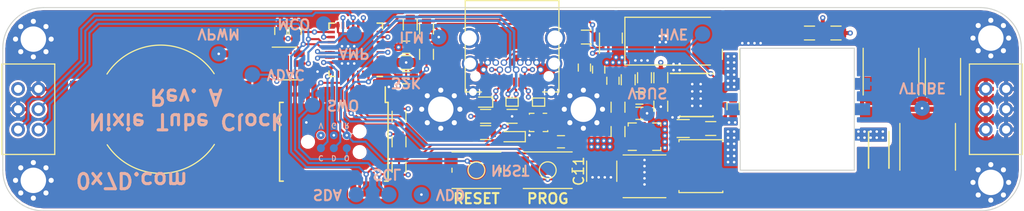
<source format=kicad_pcb>
(kicad_pcb (version 20171130) (host pcbnew "(5.0.1)-rc2")

  (general
    (thickness 1.6)
    (drawings 36)
    (tracks 595)
    (zones 0)
    (modules 80)
    (nets 57)
  )

  (page A4)
  (layers
    (0 F.Cu jumper)
    (1 In1.Cu jumper)
    (2 In2.Cu jumper)
    (31 B.Cu signal)
    (34 B.Paste user)
    (35 F.Paste user)
    (36 B.SilkS user)
    (37 F.SilkS user)
    (38 B.Mask user)
    (39 F.Mask user)
    (41 Cmts.User user)
    (44 Edge.Cuts user)
    (45 Margin user)
    (46 B.CrtYd user hide)
    (47 F.CrtYd user hide)
    (48 B.Fab user)
    (49 F.Fab user)
  )

  (setup
    (last_trace_width 0.3)
    (user_trace_width 0.15)
    (user_trace_width 0.2)
    (user_trace_width 0.25)
    (user_trace_width 0.3)
    (user_trace_width 0.4)
    (user_trace_width 0.6)
    (user_trace_width 0.8)
    (user_trace_width 1)
    (trace_clearance 0.127)
    (zone_clearance 0.2)
    (zone_45_only no)
    (trace_min 0.127)
    (segment_width 0.2)
    (edge_width 0.1)
    (via_size 0.508)
    (via_drill 0.254)
    (via_min_size 0.508)
    (via_min_drill 0.254)
    (uvia_size 0.3)
    (uvia_drill 0.1)
    (uvias_allowed no)
    (uvia_min_size 0.2)
    (uvia_min_drill 0.1)
    (pcb_text_width 0.3)
    (pcb_text_size 1.5 1.5)
    (mod_edge_width 0.15)
    (mod_text_size 1 1)
    (mod_text_width 0.15)
    (pad_size 2.5 2.5)
    (pad_drill 0)
    (pad_to_mask_clearance 0)
    (solder_mask_min_width 0.25)
    (aux_axis_origin 0 0)
    (visible_elements 7FF9FFFF)
    (pcbplotparams
      (layerselection 0x010f0_ffffffff)
      (usegerberextensions false)
      (usegerberattributes false)
      (usegerberadvancedattributes false)
      (creategerberjobfile false)
      (excludeedgelayer true)
      (linewidth 0.100000)
      (plotframeref false)
      (viasonmask false)
      (mode 1)
      (useauxorigin false)
      (hpglpennumber 1)
      (hpglpenspeed 20)
      (hpglpendiameter 15.000000)
      (psnegative false)
      (psa4output false)
      (plotreference false)
      (plotvalue false)
      (plotinvisibletext false)
      (padsonsilk false)
      (subtractmaskfromsilk false)
      (outputformat 1)
      (mirror false)
      (drillshape 0)
      (scaleselection 1)
      (outputdirectory "Gerbers/"))
  )

  (net 0 "")
  (net 1 "Net-(Q1-Pad3)")
  (net 2 "Net-(Q1-Pad2)")
  (net 3 "Net-(R1-Pad2)")
  (net 4 "Net-(R6-Pad2)")
  (net 5 "Net-(Q1-Pad1)")
  (net 6 "Net-(C7-Pad1)")
  (net 7 /HV_OUT)
  (net 8 /VBUS)
  (net 9 /VDD)
  (net 10 /VNIXIE)
  (net 11 /SCL)
  (net 12 /SDA)
  (net 13 /HV_EN)
  (net 14 "Net-(R8-Pad2)")
  (net 15 "Net-(R10-Pad2)")
  (net 16 /SWO)
  (net 17 /NRST)
  (net 18 /CC1)
  (net 19 /CC2)
  (net 20 /DAC)
  (net 21 /USB_N)
  (net 22 /USB_P)
  (net 23 "Net-(D4-Pad2)")
  (net 24 /SWDIO)
  (net 25 /SWCLK)
  (net 26 "Net-(L1-Pad1)")
  (net 27 "Net-(L1-Pad2)")
  (net 28 "Net-(R7-Pad1)")
  (net 29 /GND)
  (net 30 /HV_IN)
  (net 31 /USB)
  (net 32 /ILM)
  (net 33 /FAULT)
  (net 34 "Net-(T1-Pad2)")
  (net 35 "Net-(U1-Pad9)")
  (net 36 /RTC)
  (net 37 "Net-(U2-Pad3)")
  (net 38 /32kHz)
  (net 39 "Net-(C5-Pad1)")
  (net 40 "Net-(R16-Pad1)")
  (net 41 /AMP_EN)
  (net 42 "Net-(BT1-Pad1)")
  (net 43 "Net-(C6-Pad1)")
  (net 44 /NIXIE_EN)
  (net 45 "Net-(U1-Pad4)")
  (net 46 "Net-(U2-Pad12)")
  (net 47 /MCO)
  (net 48 "Net-(U2-Pad25)")
  (net 49 "Net-(U2-Pad10)")
  (net 50 "Net-(U2-Pad30)")
  (net 51 "Net-(U2-Pad14)")
  (net 52 /LED)
  (net 53 "Net-(C17-Pad1)")
  (net 54 "Net-(R2-Pad1)")
  (net 55 "Net-(D5-Pad2)")
  (net 56 "Net-(R20-Pad2)")

  (net_class Default "This is the default net class."
    (clearance 0.127)
    (trace_width 0.127)
    (via_dia 0.508)
    (via_drill 0.254)
    (uvia_dia 0.3)
    (uvia_drill 0.1)
    (diff_pair_gap 0.127)
    (diff_pair_width 0.25)
    (add_net /32kHz)
    (add_net /AMP_EN)
    (add_net /CC1)
    (add_net /CC2)
    (add_net /DAC)
    (add_net /FAULT)
    (add_net /GND)
    (add_net /HV_EN)
    (add_net /HV_IN)
    (add_net /ILM)
    (add_net /LED)
    (add_net /MCO)
    (add_net /NIXIE_EN)
    (add_net /NRST)
    (add_net /RTC)
    (add_net /SCL)
    (add_net /SDA)
    (add_net /SWCLK)
    (add_net /SWDIO)
    (add_net /SWO)
    (add_net /USB)
    (add_net /USB_N)
    (add_net /USB_P)
    (add_net /VBUS)
    (add_net /VDD)
    (add_net /VNIXIE)
    (add_net "Net-(BT1-Pad1)")
    (add_net "Net-(C17-Pad1)")
    (add_net "Net-(C5-Pad1)")
    (add_net "Net-(C6-Pad1)")
    (add_net "Net-(C7-Pad1)")
    (add_net "Net-(D4-Pad2)")
    (add_net "Net-(D5-Pad2)")
    (add_net "Net-(L1-Pad1)")
    (add_net "Net-(L1-Pad2)")
    (add_net "Net-(Q1-Pad1)")
    (add_net "Net-(Q1-Pad2)")
    (add_net "Net-(Q1-Pad3)")
    (add_net "Net-(R1-Pad2)")
    (add_net "Net-(R10-Pad2)")
    (add_net "Net-(R16-Pad1)")
    (add_net "Net-(R2-Pad1)")
    (add_net "Net-(R20-Pad2)")
    (add_net "Net-(R6-Pad2)")
    (add_net "Net-(R7-Pad1)")
    (add_net "Net-(R8-Pad2)")
    (add_net "Net-(T1-Pad2)")
    (add_net "Net-(U1-Pad4)")
    (add_net "Net-(U1-Pad9)")
    (add_net "Net-(U2-Pad10)")
    (add_net "Net-(U2-Pad12)")
    (add_net "Net-(U2-Pad14)")
    (add_net "Net-(U2-Pad25)")
    (add_net "Net-(U2-Pad3)")
    (add_net "Net-(U2-Pad30)")
  )

  (net_class HV ""
    (clearance 0.4)
    (trace_width 0.2)
    (via_dia 0.508)
    (via_drill 0.254)
    (uvia_dia 0.3)
    (uvia_drill 0.1)
    (diff_pair_gap 0.127)
    (diff_pair_width 0.25)
    (add_net /HV_OUT)
  )

  (module Capacitors_SMD:C_1210 (layer F.Cu) (tedit 58AA84E2) (tstamp 5C5F866E)
    (at 158.8 106.1 90)
    (descr "Capacitor SMD 1210, reflow soldering, AVX (see smccp.pdf)")
    (tags "capacitor 1210")
    (path /5BBA5067)
    (attr smd)
    (fp_text reference C11 (at 0 -2.25 90) (layer F.SilkS)
      (effects (font (size 1 1) (thickness 0.15)))
    )
    (fp_text value 220uF (at 0 2.5 90) (layer F.Fab)
      (effects (font (size 1 1) (thickness 0.15)))
    )
    (fp_text user %R (at 0 -2.25 90) (layer F.Fab)
      (effects (font (size 1 1) (thickness 0.15)))
    )
    (fp_line (start -1.6 1.25) (end -1.6 -1.25) (layer F.Fab) (width 0.1))
    (fp_line (start 1.6 1.25) (end -1.6 1.25) (layer F.Fab) (width 0.1))
    (fp_line (start 1.6 -1.25) (end 1.6 1.25) (layer F.Fab) (width 0.1))
    (fp_line (start -1.6 -1.25) (end 1.6 -1.25) (layer F.Fab) (width 0.1))
    (fp_line (start 1 -1.48) (end -1 -1.48) (layer F.SilkS) (width 0.12))
    (fp_line (start -1 1.48) (end 1 1.48) (layer F.SilkS) (width 0.12))
    (fp_line (start -2.25 -1.5) (end 2.25 -1.5) (layer F.CrtYd) (width 0.05))
    (fp_line (start -2.25 -1.5) (end -2.25 1.5) (layer F.CrtYd) (width 0.05))
    (fp_line (start 2.25 1.5) (end 2.25 -1.5) (layer F.CrtYd) (width 0.05))
    (fp_line (start 2.25 1.5) (end -2.25 1.5) (layer F.CrtYd) (width 0.05))
    (pad 1 smd rect (at -1.5 0 90) (size 1 2.5) (layers F.Cu F.Paste F.Mask)
      (net 29 /GND))
    (pad 2 smd rect (at 1.5 0 90) (size 1 2.5) (layers F.Cu F.Paste F.Mask)
      (net 9 /VDD))
    (model Capacitors_SMD.3dshapes/C_1210.wrl
      (at (xyz 0 0 0))
      (scale (xyz 1 1 1))
      (rotate (xyz 0 0 0))
    )
  )

  (module "Custom Parts:CR1220_Holder" (layer F.Cu) (tedit 5C5F78FF) (tstamp 5BA0C870)
    (at 115.5 100)
    (path /5BA7F4A1)
    (fp_text reference BT1 (at 0 -6) (layer F.SilkS) hide
      (effects (font (size 1 1) (thickness 0.15)))
    )
    (fp_text value CR1620 (at 0 6) (layer F.Fab)
      (effects (font (size 1 1) (thickness 0.15)))
    )
    (fp_line (start -6 5) (end -7 4) (layer F.Fab) (width 0.1))
    (fp_line (start -4 5) (end -6 5) (layer F.Fab) (width 0.1))
    (fp_line (start 6 5) (end 7 4) (layer F.Fab) (width 0.1))
    (fp_line (start 5 5) (end 6 5) (layer F.Fab) (width 0.1))
    (fp_line (start 4 5) (end 5 5) (layer F.Fab) (width 0.1))
    (fp_arc (start 0.000001 9.999999) (end 4 5) (angle -77.3) (layer F.Fab) (width 0.1))
    (fp_line (start 6 -5) (end 7 -4) (layer F.Fab) (width 0.1))
    (fp_line (start -6 -5) (end 6 -5) (layer F.Fab) (width 0.1))
    (fp_line (start -7 -4) (end -6 -5) (layer F.Fab) (width 0.1))
    (fp_line (start 7 4) (end 7 -4) (layer F.Fab) (width 0.1))
    (fp_line (start -7 4) (end -7 -4) (layer F.Fab) (width 0.1))
    (fp_arc (start 0 0) (end 5.25 -3.499999) (angle -113) (layer F.SilkS) (width 0.12))
    (fp_arc (start 0 0) (end -5.25 3.499999) (angle -113) (layer F.SilkS) (width 0.12))
    (pad 1 smd rect (at 7.65 -1.55) (size 2.5 2.5) (layers F.Cu F.Paste F.Mask)
      (net 42 "Net-(BT1-Pad1)"))
    (pad 1 smd rect (at 7.65 1.55) (size 2.5 2.5) (layers F.Cu F.Paste F.Mask)
      (net 42 "Net-(BT1-Pad1)"))
    (pad "" smd rect (at -7.65 -1.55) (size 2.5 2.5) (layers F.Cu F.Paste F.Mask))
    (pad "" smd rect (at -7.65 1.55) (size 2.5 2.5) (layers F.Cu F.Paste F.Mask))
    (pad 2 smd circle (at 0 0) (size 10.2 10.2) (layers F.Cu F.Mask)
      (net 29 /GND) (clearance 0.5))
  )

  (module Resistors_SMD:R_0603 (layer F.Cu) (tedit 5BB3C810) (tstamp 5BB4849E)
    (at 181.8 92.5 180)
    (descr "Resistor SMD 0603, reflow soldering, Vishay (see dcrcw.pdf)")
    (tags "resistor 0603")
    (path /5BB58A31)
    (attr smd)
    (fp_text reference R20 (at 0 -1.45 180) (layer F.SilkS) hide
      (effects (font (size 1 1) (thickness 0.15)))
    )
    (fp_text value 1M (at 0 1.5 180) (layer F.Fab)
      (effects (font (size 1 1) (thickness 0.15)))
    )
    (fp_text user %R (at 0 0 180) (layer F.Fab)
      (effects (font (size 0.4 0.4) (thickness 0.075)))
    )
    (fp_line (start -0.8 0.4) (end -0.8 -0.4) (layer F.Fab) (width 0.1))
    (fp_line (start 0.8 0.4) (end -0.8 0.4) (layer F.Fab) (width 0.1))
    (fp_line (start 0.8 -0.4) (end 0.8 0.4) (layer F.Fab) (width 0.1))
    (fp_line (start -0.8 -0.4) (end 0.8 -0.4) (layer F.Fab) (width 0.1))
    (fp_line (start 0.5 0.68) (end -0.5 0.68) (layer F.SilkS) (width 0.12))
    (fp_line (start -0.5 -0.68) (end 0.5 -0.68) (layer F.SilkS) (width 0.12))
    (fp_line (start -1.25 -0.7) (end 1.25 -0.7) (layer F.CrtYd) (width 0.05))
    (fp_line (start -1.25 -0.7) (end -1.25 0.7) (layer F.CrtYd) (width 0.05))
    (fp_line (start 1.25 0.7) (end 1.25 -0.7) (layer F.CrtYd) (width 0.05))
    (fp_line (start 1.25 0.7) (end -1.25 0.7) (layer F.CrtYd) (width 0.05))
    (pad 1 smd rect (at -0.75 0 180) (size 0.5 0.9) (layers F.Cu F.Paste F.Mask)
      (net 7 /HV_OUT))
    (pad 2 smd rect (at 0.75 0 180) (size 0.5 0.9) (layers F.Cu F.Paste F.Mask)
      (net 56 "Net-(R20-Pad2)"))
    (model ${KISYS3DMOD}/Resistors_SMD.3dshapes/R_0603.wrl
      (at (xyz 0 0 0))
      (scale (xyz 1 1 1))
      (rotate (xyz 0 0 0))
    )
  )

  (module Resistors_SMD:R_0603 (layer F.Cu) (tedit 5BB3C814) (tstamp 5BB480F2)
    (at 179.2 92.5)
    (descr "Resistor SMD 0603, reflow soldering, Vishay (see dcrcw.pdf)")
    (tags "resistor 0603")
    (path /5BB58B15)
    (attr smd)
    (fp_text reference R21 (at 0 -1.45) (layer F.SilkS) hide
      (effects (font (size 1 1) (thickness 0.15)))
    )
    (fp_text value 15k (at 0 1.5) (layer F.Fab)
      (effects (font (size 1 1) (thickness 0.15)))
    )
    (fp_line (start 1.25 0.7) (end -1.25 0.7) (layer F.CrtYd) (width 0.05))
    (fp_line (start 1.25 0.7) (end 1.25 -0.7) (layer F.CrtYd) (width 0.05))
    (fp_line (start -1.25 -0.7) (end -1.25 0.7) (layer F.CrtYd) (width 0.05))
    (fp_line (start -1.25 -0.7) (end 1.25 -0.7) (layer F.CrtYd) (width 0.05))
    (fp_line (start -0.5 -0.68) (end 0.5 -0.68) (layer F.SilkS) (width 0.12))
    (fp_line (start 0.5 0.68) (end -0.5 0.68) (layer F.SilkS) (width 0.12))
    (fp_line (start -0.8 -0.4) (end 0.8 -0.4) (layer F.Fab) (width 0.1))
    (fp_line (start 0.8 -0.4) (end 0.8 0.4) (layer F.Fab) (width 0.1))
    (fp_line (start 0.8 0.4) (end -0.8 0.4) (layer F.Fab) (width 0.1))
    (fp_line (start -0.8 0.4) (end -0.8 -0.4) (layer F.Fab) (width 0.1))
    (fp_text user %R (at 0 0) (layer F.Fab)
      (effects (font (size 0.4 0.4) (thickness 0.075)))
    )
    (pad 2 smd rect (at 0.75 0) (size 0.5 0.9) (layers F.Cu F.Paste F.Mask)
      (net 56 "Net-(R20-Pad2)"))
    (pad 1 smd rect (at -0.75 0) (size 0.5 0.9) (layers F.Cu F.Paste F.Mask)
      (net 29 /GND))
    (model ${KISYS3DMOD}/Resistors_SMD.3dshapes/R_0603.wrl
      (at (xyz 0 0 0))
      (scale (xyz 1 1 1))
      (rotate (xyz 0 0 0))
    )
  )

  (module Housings_DFN_QFN:QFN-32-1EP_5x5mm_Pitch0.5mm (layer F.Cu) (tedit 5BA9CFDF) (tstamp 5BABF1F1)
    (at 134.65 94.15 180)
    (descr "UH Package; 32-Lead Plastic QFN (5mm x 5mm); (see Linear Technology QFN_32_05-08-1693.pdf)")
    (tags "QFN 0.5")
    (path /5B622DF7)
    (attr smd)
    (fp_text reference U2 (at 0 -3.75 180) (layer F.SilkS) hide
      (effects (font (size 1 1) (thickness 0.15)))
    )
    (fp_text value STM32L432K (at 0 3.75 180) (layer F.Fab)
      (effects (font (size 1 1) (thickness 0.15)))
    )
    (fp_line (start 2.625 -2.625) (end 2.1 -2.625) (layer F.SilkS) (width 0.15))
    (fp_line (start 2.625 2.625) (end 2.1 2.625) (layer F.SilkS) (width 0.15))
    (fp_line (start -2.625 2.625) (end -2.1 2.625) (layer F.SilkS) (width 0.15))
    (fp_line (start -2.625 -2.625) (end -2.1 -2.625) (layer F.SilkS) (width 0.15))
    (fp_line (start 2.625 2.625) (end 2.625 2.1) (layer F.SilkS) (width 0.15))
    (fp_line (start -2.625 2.625) (end -2.625 2.1) (layer F.SilkS) (width 0.15))
    (fp_line (start 2.625 -2.625) (end 2.625 -2.1) (layer F.SilkS) (width 0.15))
    (fp_line (start -3 3) (end 3 3) (layer F.CrtYd) (width 0.05))
    (fp_line (start -3 -3) (end 3 -3) (layer F.CrtYd) (width 0.05))
    (fp_line (start 3 -3) (end 3 3) (layer F.CrtYd) (width 0.05))
    (fp_line (start -3 -3) (end -3 3) (layer F.CrtYd) (width 0.05))
    (fp_line (start -2.5 -1.5) (end -1.5 -2.5) (layer F.Fab) (width 0.15))
    (fp_line (start -2.5 2.5) (end -2.5 -1.5) (layer F.Fab) (width 0.15))
    (fp_line (start 2.5 2.5) (end -2.5 2.5) (layer F.Fab) (width 0.15))
    (fp_line (start 2.5 -2.5) (end 2.5 2.5) (layer F.Fab) (width 0.15))
    (fp_line (start -1.5 -2.5) (end 2.5 -2.5) (layer F.Fab) (width 0.15))
    (pad 33 smd rect (at -0.8625 -0.8625 180) (size 1.725 1.725) (layers F.Cu F.Paste F.Mask)
      (net 29 /GND) (solder_paste_margin_ratio -0.2))
    (pad 33 smd rect (at -0.8625 0.8625 180) (size 1.725 1.725) (layers F.Cu F.Paste F.Mask)
      (net 29 /GND) (solder_paste_margin_ratio -0.2))
    (pad 33 smd rect (at 0.8625 -0.8625 180) (size 1.725 1.725) (layers F.Cu F.Paste F.Mask)
      (net 29 /GND) (solder_paste_margin_ratio -0.2))
    (pad 33 smd rect (at 0.8625 0.8625 180) (size 1.725 1.725) (layers F.Cu F.Paste F.Mask)
      (net 29 /GND) (solder_paste_margin_ratio -0.2))
    (pad 32 smd rect (at -1.75 -2.4 270) (size 0.7 0.25) (layers F.Cu F.Paste F.Mask)
      (net 29 /GND))
    (pad 31 smd rect (at -1.25 -2.4 270) (size 0.7 0.25) (layers F.Cu F.Paste F.Mask)
      (net 54 "Net-(R2-Pad1)"))
    (pad 30 smd rect (at -0.75 -2.4 270) (size 0.7 0.25) (layers F.Cu F.Paste F.Mask)
      (net 50 "Net-(U2-Pad30)"))
    (pad 29 smd rect (at -0.25 -2.4 270) (size 0.7 0.25) (layers F.Cu F.Paste F.Mask)
      (net 52 /LED))
    (pad 28 smd rect (at 0.25 -2.4 270) (size 0.7 0.25) (layers F.Cu F.Paste F.Mask)
      (net 36 /RTC))
    (pad 27 smd rect (at 0.75 -2.4 270) (size 0.7 0.25) (layers F.Cu F.Paste F.Mask)
      (net 31 /USB))
    (pad 26 smd rect (at 1.25 -2.4 270) (size 0.7 0.25) (layers F.Cu F.Paste F.Mask)
      (net 16 /SWO))
    (pad 25 smd rect (at 1.75 -2.4 270) (size 0.7 0.25) (layers F.Cu F.Paste F.Mask)
      (net 48 "Net-(U2-Pad25)"))
    (pad 24 smd rect (at 2.4 -1.75 180) (size 0.7 0.25) (layers F.Cu F.Paste F.Mask)
      (net 25 /SWCLK))
    (pad 23 smd rect (at 2.4 -1.25 180) (size 0.7 0.25) (layers F.Cu F.Paste F.Mask)
      (net 24 /SWDIO))
    (pad 22 smd rect (at 2.4 -0.75 180) (size 0.7 0.25) (layers F.Cu F.Paste F.Mask)
      (net 22 /USB_P))
    (pad 21 smd rect (at 2.4 -0.25 180) (size 0.7 0.25) (layers F.Cu F.Paste F.Mask)
      (net 21 /USB_N))
    (pad 20 smd rect (at 2.4 0.25 180) (size 0.7 0.25) (layers F.Cu F.Paste F.Mask)
      (net 12 /SDA))
    (pad 19 smd rect (at 2.4 0.75 180) (size 0.7 0.25) (layers F.Cu F.Paste F.Mask)
      (net 11 /SCL))
    (pad 18 smd rect (at 2.4 1.25 180) (size 0.7 0.25) (layers F.Cu F.Paste F.Mask)
      (net 47 /MCO))
    (pad 17 smd rect (at 2.4 1.75 180) (size 0.7 0.25) (layers F.Cu F.Paste F.Mask)
      (net 9 /VDD))
    (pad 16 smd rect (at 1.75 2.4 270) (size 0.7 0.25) (layers F.Cu F.Paste F.Mask)
      (net 29 /GND))
    (pad 15 smd rect (at 1.25 2.4 270) (size 0.7 0.25) (layers F.Cu F.Paste F.Mask)
      (net 41 /AMP_EN))
    (pad 14 smd rect (at 0.75 2.4 270) (size 0.7 0.25) (layers F.Cu F.Paste F.Mask)
      (net 51 "Net-(U2-Pad14)"))
    (pad 13 smd rect (at 0.25 2.4 270) (size 0.7 0.25) (layers F.Cu F.Paste F.Mask)
      (net 44 /NIXIE_EN))
    (pad 12 smd rect (at -0.25 2.4 270) (size 0.7 0.25) (layers F.Cu F.Paste F.Mask)
      (net 46 "Net-(U2-Pad12)"))
    (pad 11 smd rect (at -0.75 2.4 270) (size 0.7 0.25) (layers F.Cu F.Paste F.Mask)
      (net 20 /DAC))
    (pad 10 smd rect (at -1.25 2.4 270) (size 0.7 0.25) (layers F.Cu F.Paste F.Mask)
      (net 49 "Net-(U2-Pad10)"))
    (pad 9 smd rect (at -1.75 2.4 270) (size 0.7 0.25) (layers F.Cu F.Paste F.Mask)
      (net 33 /FAULT))
    (pad 8 smd rect (at -2.4 1.75 180) (size 0.7 0.25) (layers F.Cu F.Paste F.Mask)
      (net 13 /HV_EN))
    (pad 7 smd rect (at -2.4 1.25 180) (size 0.7 0.25) (layers F.Cu F.Paste F.Mask)
      (net 56 "Net-(R20-Pad2)"))
    (pad 6 smd rect (at -2.4 0.75 180) (size 0.7 0.25) (layers F.Cu F.Paste F.Mask)
      (net 32 /ILM))
    (pad 5 smd rect (at -2.4 0.25 180) (size 0.7 0.25) (layers F.Cu F.Paste F.Mask)
      (net 9 /VDD))
    (pad 4 smd rect (at -2.4 -0.25 180) (size 0.7 0.25) (layers F.Cu F.Paste F.Mask)
      (net 17 /NRST))
    (pad 3 smd rect (at -2.4 -0.75 180) (size 0.7 0.25) (layers F.Cu F.Paste F.Mask)
      (net 37 "Net-(U2-Pad3)"))
    (pad 2 smd rect (at -2.4 -1.25 180) (size 0.7 0.25) (layers F.Cu F.Paste F.Mask)
      (net 38 /32kHz))
    (pad 1 smd rect (at -2.4 -1.75 180) (size 0.7 0.25) (layers F.Cu F.Paste F.Mask)
      (net 9 /VDD))
    (model ${KISYS3DMOD}/Housings_DFN_QFN.3dshapes/QFN-32-1EP_5x5mm_Pitch0.5mm.wrl
      (at (xyz 0 0 0))
      (scale (xyz 1 1 1))
      (rotate (xyz 0 0 0))
    )
  )

  (module "Custom Parts:Inductor_4.1x4.1mm" (layer F.Cu) (tedit 5BB31255) (tstamp 5BB334A6)
    (at 163 106.6 180)
    (descr "Inductor, Taiyo Yuden, NR series, Taiyo-Yuden_NR-40xx, 4.0mmx4.0mm")
    (tags "inductor taiyo-yuden nr smd")
    (path /5B16755A)
    (attr smd)
    (fp_text reference L1 (at 0 -3 180) (layer F.SilkS) hide
      (effects (font (size 1 1) (thickness 0.15)))
    )
    (fp_text value 1uH (at 0 3.5 180) (layer F.Fab)
      (effects (font (size 1 1) (thickness 0.15)))
    )
    (fp_text user %R (at 0 0 180) (layer F.Fab)
      (effects (font (size 1 1) (thickness 0.15)))
    )
    (fp_line (start -2.1 -2.1) (end 2.1 -2.1) (layer F.SilkS) (width 0.12))
    (fp_line (start -2.1 2.1) (end 2.1 2.1) (layer F.SilkS) (width 0.12))
    (fp_line (start -2.25 -2.25) (end -2.25 2.25) (layer F.CrtYd) (width 0.05))
    (fp_line (start -2.25 2.25) (end 2.25 2.25) (layer F.CrtYd) (width 0.05))
    (fp_line (start 2.25 2.25) (end 2.25 -2.25) (layer F.CrtYd) (width 0.05))
    (fp_line (start 2.25 -2.25) (end -2.25 -2.25) (layer F.CrtYd) (width 0.05))
    (fp_line (start -2.05 -2.05) (end -2.05 2.05) (layer F.Fab) (width 0.12))
    (fp_line (start -2.05 2.05) (end 2.05 2.05) (layer F.Fab) (width 0.12))
    (fp_line (start 2.05 2.05) (end 2.05 -2.05) (layer F.Fab) (width 0.12))
    (fp_line (start 2.05 -2.05) (end -2.05 -2.05) (layer F.Fab) (width 0.12))
    (pad 1 smd rect (at -1.2 0 180) (size 1 3.8) (layers F.Cu F.Paste F.Mask)
      (net 26 "Net-(L1-Pad1)"))
    (pad 2 smd rect (at 1.2 0 180) (size 1 3.8) (layers F.Cu F.Paste F.Mask)
      (net 27 "Net-(L1-Pad2)"))
    (model ${KISYS3DMOD}/Inductors_SMD.3dshapes/L_Taiyo-Yuden_NR-40xx.wrl
      (at (xyz 0 0 0))
      (scale (xyz 1 1 1))
      (rotate (xyz 0 0 0))
    )
  )

  (module Measurement_Points:Measurement_Point_Round-SMD-Pad_Small (layer B.Cu) (tedit 5BB09430) (tstamp 5BB15CD7)
    (at 146.5 106)
    (descr "Mesurement Point, Round, SMD Pad, DM 1.5mm,")
    (tags "Mesurement Point Round SMD Pad 1.5mm")
    (path /5BB2EA59)
    (attr virtual)
    (fp_text reference J18 (at 0 2) (layer B.SilkS) hide
      (effects (font (size 1 1) (thickness 0.15)) (justify mirror))
    )
    (fp_text value NRST (at 0 -2) (layer B.Fab)
      (effects (font (size 1 1) (thickness 0.15)) (justify mirror))
    )
    (fp_circle (center 0 0) (end 1 0) (layer B.CrtYd) (width 0.05))
    (pad 1 smd circle (at 0 0) (size 1.5 1.5) (layers B.Cu B.Mask)
      (net 17 /NRST))
  )

  (module Measurement_Points:Measurement_Point_Round-SMD-Pad_Small (layer B.Cu) (tedit 5BADC8A7) (tstamp 5BAE0329)
    (at 130.4 99.6)
    (descr "Mesurement Point, Round, SMD Pad, DM 1.5mm,")
    (tags "Mesurement Point Round SMD Pad 1.5mm")
    (path /5BAE0437)
    (attr virtual)
    (fp_text reference J17 (at 0 2) (layer B.SilkS) hide
      (effects (font (size 1 1) (thickness 0.15)) (justify mirror))
    )
    (fp_text value SWO (at 0 -2) (layer B.Fab)
      (effects (font (size 1 1) (thickness 0.15)) (justify mirror))
    )
    (fp_circle (center 0 0) (end 1 0) (layer B.CrtYd) (width 0.05))
    (pad 1 smd circle (at 0 0) (size 1.5 1.5) (layers B.Cu B.Mask)
      (net 16 /SWO))
  )

  (module Capacitors_SMD:C_0603 (layer F.Cu) (tedit 5BADAEAD) (tstamp 5BB497E8)
    (at 157.1 95.9 270)
    (descr "Capacitor SMD 0603, reflow soldering, AVX (see smccp.pdf)")
    (tags "capacitor 0603")
    (path /5BAFD7B9)
    (attr smd)
    (fp_text reference C17 (at 0 -1.5 270) (layer F.SilkS) hide
      (effects (font (size 1 1) (thickness 0.15)))
    )
    (fp_text value SLEW (at 0 1.5 270) (layer F.Fab)
      (effects (font (size 1 1) (thickness 0.15)))
    )
    (fp_text user %R (at 0 0 270) (layer F.Fab)
      (effects (font (size 0.3 0.3) (thickness 0.075)))
    )
    (fp_line (start -0.8 0.4) (end -0.8 -0.4) (layer F.Fab) (width 0.1))
    (fp_line (start 0.8 0.4) (end -0.8 0.4) (layer F.Fab) (width 0.1))
    (fp_line (start 0.8 -0.4) (end 0.8 0.4) (layer F.Fab) (width 0.1))
    (fp_line (start -0.8 -0.4) (end 0.8 -0.4) (layer F.Fab) (width 0.1))
    (fp_line (start -0.35 -0.6) (end 0.35 -0.6) (layer F.SilkS) (width 0.12))
    (fp_line (start 0.35 0.6) (end -0.35 0.6) (layer F.SilkS) (width 0.12))
    (fp_line (start -1.4 -0.65) (end 1.4 -0.65) (layer F.CrtYd) (width 0.05))
    (fp_line (start -1.4 -0.65) (end -1.4 0.65) (layer F.CrtYd) (width 0.05))
    (fp_line (start 1.4 0.65) (end 1.4 -0.65) (layer F.CrtYd) (width 0.05))
    (fp_line (start 1.4 0.65) (end -1.4 0.65) (layer F.CrtYd) (width 0.05))
    (pad 1 smd rect (at -0.75 0 270) (size 0.8 0.75) (layers F.Cu F.Paste F.Mask)
      (net 53 "Net-(C17-Pad1)"))
    (pad 2 smd rect (at 0.75 0 270) (size 0.8 0.75) (layers F.Cu F.Paste F.Mask)
      (net 29 /GND))
    (model Capacitors_SMD.3dshapes/C_0603.wrl
      (at (xyz 0 0 0))
      (scale (xyz 1 1 1))
      (rotate (xyz 0 0 0))
    )
  )

  (module LEDs:LED_0603 (layer F.Cu) (tedit 5BAD15AF) (tstamp 5BB42ECB)
    (at 150 102.7 180)
    (descr "LED 0603 smd package")
    (tags "LED led 0603 SMD smd SMT smt smdled SMDLED smtled SMTLED")
    (path /5BADCAA0)
    (attr smd)
    (fp_text reference D5 (at 0 -1.25 180) (layer F.SilkS) hide
      (effects (font (size 1 1) (thickness 0.15)))
    )
    (fp_text value LED (at 0 1.35 180) (layer F.Fab)
      (effects (font (size 1 1) (thickness 0.15)))
    )
    (fp_line (start -1.45 -0.65) (end 1.45 -0.65) (layer F.CrtYd) (width 0.05))
    (fp_line (start -1.45 0.65) (end -1.45 -0.65) (layer F.CrtYd) (width 0.05))
    (fp_line (start 1.45 0.65) (end -1.45 0.65) (layer F.CrtYd) (width 0.05))
    (fp_line (start 1.45 -0.65) (end 1.45 0.65) (layer F.CrtYd) (width 0.05))
    (fp_line (start -1.3 -0.5) (end 0.8 -0.5) (layer F.SilkS) (width 0.12))
    (fp_line (start -1.3 0.5) (end 0.8 0.5) (layer F.SilkS) (width 0.12))
    (fp_line (start -0.8 0.4) (end -0.8 -0.4) (layer F.Fab) (width 0.1))
    (fp_line (start -0.8 -0.4) (end 0.8 -0.4) (layer F.Fab) (width 0.1))
    (fp_line (start 0.8 -0.4) (end 0.8 0.4) (layer F.Fab) (width 0.1))
    (fp_line (start 0.8 0.4) (end -0.8 0.4) (layer F.Fab) (width 0.1))
    (fp_line (start 0.15 -0.2) (end 0.15 0.2) (layer F.Fab) (width 0.1))
    (fp_line (start 0.15 0.2) (end -0.15 0) (layer F.Fab) (width 0.1))
    (fp_line (start -0.15 0) (end 0.15 -0.2) (layer F.Fab) (width 0.1))
    (fp_line (start -0.2 -0.2) (end -0.2 0.2) (layer F.Fab) (width 0.1))
    (fp_line (start -1.3 -0.5) (end -1.3 0.5) (layer F.SilkS) (width 0.12))
    (pad 1 smd rect (at -0.8 0) (size 0.8 0.8) (layers F.Cu F.Paste F.Mask)
      (net 29 /GND))
    (pad 2 smd rect (at 0.8 0) (size 0.8 0.8) (layers F.Cu F.Paste F.Mask)
      (net 55 "Net-(D5-Pad2)"))
    (model ${KISYS3DMOD}/LEDs.3dshapes/LED_0603.wrl
      (at (xyz 0 0 0))
      (scale (xyz 1 1 1))
      (rotate (xyz 0 0 180))
    )
  )

  (module Resistors_SMD:R_0603 (layer F.Cu) (tedit 5BAD15B2) (tstamp 5BB428B3)
    (at 147.4 102.3)
    (descr "Resistor SMD 0603, reflow soldering, Vishay (see dcrcw.pdf)")
    (tags "resistor 0603")
    (path /5BADE6EA)
    (attr smd)
    (fp_text reference R13 (at 0 -1.45) (layer F.SilkS) hide
      (effects (font (size 1 1) (thickness 0.15)))
    )
    (fp_text value 10k (at 0 1.5) (layer F.Fab)
      (effects (font (size 1 1) (thickness 0.15)))
    )
    (fp_line (start 1.25 0.7) (end -1.25 0.7) (layer F.CrtYd) (width 0.05))
    (fp_line (start 1.25 0.7) (end 1.25 -0.7) (layer F.CrtYd) (width 0.05))
    (fp_line (start -1.25 -0.7) (end -1.25 0.7) (layer F.CrtYd) (width 0.05))
    (fp_line (start -1.25 -0.7) (end 1.25 -0.7) (layer F.CrtYd) (width 0.05))
    (fp_line (start -0.5 -0.68) (end 0.5 -0.68) (layer F.SilkS) (width 0.12))
    (fp_line (start 0.5 0.68) (end -0.5 0.68) (layer F.SilkS) (width 0.12))
    (fp_line (start -0.8 -0.4) (end 0.8 -0.4) (layer F.Fab) (width 0.1))
    (fp_line (start 0.8 -0.4) (end 0.8 0.4) (layer F.Fab) (width 0.1))
    (fp_line (start 0.8 0.4) (end -0.8 0.4) (layer F.Fab) (width 0.1))
    (fp_line (start -0.8 0.4) (end -0.8 -0.4) (layer F.Fab) (width 0.1))
    (fp_text user %R (at 0 0) (layer F.Fab)
      (effects (font (size 0.4 0.4) (thickness 0.075)))
    )
    (pad 2 smd rect (at 0.75 0) (size 0.5 0.9) (layers F.Cu F.Paste F.Mask)
      (net 55 "Net-(D5-Pad2)"))
    (pad 1 smd rect (at -0.75 0) (size 0.5 0.9) (layers F.Cu F.Paste F.Mask)
      (net 52 /LED))
    (model ${KISYS3DMOD}/Resistors_SMD.3dshapes/R_0603.wrl
      (at (xyz 0 0 0))
      (scale (xyz 1 1 1))
      (rotate (xyz 0 0 0))
    )
  )

  (module "Custom Parts:USB_C_Receptacle_Circular_Holes" locked (layer F.Cu) (tedit 5BAC7BE5) (tstamp 5BADE66E)
    (at 150 92.4 180)
    (descr "USB TYPE C, RA RCPT PCB, Hybrid, https://www.amphenolcanada.com/StockAvailabilityPrice.aspx?From=&PartNum=12401548E4%7e2A")
    (tags "USB C Type-C Receptacle Hybrid")
    (path /5B6238BC)
    (attr smd)
    (fp_text reference J1 (at 0 -6.36 180) (layer F.SilkS) hide
      (effects (font (size 1 1) (thickness 0.15)))
    )
    (fp_text value USB_C_Receptacle (at 0 4 180) (layer F.Fab)
      (effects (font (size 1 1) (thickness 0.15)))
    )
    (fp_line (start -4.6 2.39) (end 4.6 2.39) (layer F.SilkS) (width 0.12))
    (fp_line (start -4.6 3.09) (end 4.6 3.09) (layer F.SilkS) (width 0.12))
    (fp_line (start -4.6 3.09) (end -4.6 -5.9) (layer F.Fab) (width 0.1))
    (fp_line (start -4.6 -5.9) (end 4.6 -5.9) (layer F.Fab) (width 0.1))
    (fp_line (start -4.6 -5.9) (end -3 -5.9) (layer F.SilkS) (width 0.12))
    (fp_line (start -4.6 -5.9) (end -4.6 3.09) (layer F.SilkS) (width 0.12))
    (fp_line (start 4.6 -5.9) (end 4.6 3.09) (layer F.SilkS) (width 0.12))
    (fp_line (start 3 -5.9) (end 4.6 -5.9) (layer F.SilkS) (width 0.12))
    (fp_line (start -4.6 3.09) (end 4.6 3.09) (layer F.Fab) (width 0.1))
    (fp_line (start 4.6 3.09) (end 4.6 -5.9) (layer F.Fab) (width 0.1))
    (fp_text user %R (at 0 0 180) (layer F.Fab)
      (effects (font (size 1 1) (thickness 0.1)))
    )
    (pad S1 thru_hole circle (at 3.845 -5.91 180) (size 1.2 1.2) (drill 0.75) (layers *.Cu *.Mask)
      (net 29 /GND))
    (pad S1 thru_hole circle (at -3.845 -5.91 180) (size 1.2 1.2) (drill 0.75) (layers *.Cu *.Mask)
      (net 29 /GND))
    (pad B11 thru_hole circle (at -2.4 -3.01 180) (size 0.65 0.65) (drill 0.4) (layers *.Cu *.Mask)
      (net 29 /GND))
    (pad B10 thru_hole circle (at -1.6 -3.01 180) (size 0.65 0.65) (drill 0.4) (layers *.Cu *.Mask)
      (net 29 /GND))
    (pad B8 thru_hole circle (at -0.8 -3.01 180) (size 0.65 0.65) (drill 0.4) (layers *.Cu *.Mask)
      (net 29 /GND))
    (pad B5 thru_hole circle (at 0.8 -3.01 180) (size 0.65 0.65) (drill 0.4) (layers *.Cu *.Mask)
      (net 19 /CC2))
    (pad B3 thru_hole circle (at 1.6 -3.01 180) (size 0.65 0.65) (drill 0.4) (layers *.Cu *.Mask)
      (net 29 /GND))
    (pad B2 thru_hole circle (at 2.4 -3.01 180) (size 0.65 0.65) (drill 0.4) (layers *.Cu *.Mask)
      (net 29 /GND))
    (pad B12 thru_hole circle (at -2.8 -3.71 180) (size 0.65 0.65) (drill 0.4) (layers *.Cu *.Mask)
      (net 29 /GND))
    (pad B9 thru_hole circle (at -1.2 -3.71 180) (size 0.65 0.65) (drill 0.4) (layers *.Cu *.Mask)
      (net 8 /VBUS))
    (pad B7 thru_hole circle (at -0.4 -3.71 180) (size 0.65 0.65) (drill 0.4) (layers *.Cu *.Mask)
      (net 21 /USB_N))
    (pad B6 thru_hole circle (at 0.4 -3.71 180) (size 0.65 0.65) (drill 0.4) (layers *.Cu *.Mask)
      (net 22 /USB_P))
    (pad B4 thru_hole circle (at 1.2 -3.71 180) (size 0.65 0.65) (drill 0.4) (layers *.Cu *.Mask)
      (net 8 /VBUS))
    (pad B1 thru_hole circle (at 2.8 -3.71 180) (size 0.65 0.65) (drill 0.4) (layers *.Cu *.Mask)
      (net 29 /GND))
    (pad "" np_thru_hole circle (at -3.6 -4.36 180) (size 0.65 0.65) (drill 0.65) (layers *.Mask F.Cu))
    (pad "" np_thru_hole circle (at 3.6 -4.36 180) (size 0.65 0.65) (drill 0.65) (layers *.Mask F.Cu))
    (pad S1 thru_hole circle (at -4.22 -0.595 180) (size 2 2) (drill 1.5) (layers *.Cu *.Mask)
      (net 29 /GND))
    (pad S1 thru_hole circle (at 4.22 -0.595 180) (size 2 2) (drill 1.5) (layers *.Cu *.Mask)
      (net 29 /GND))
    (pad S1 thru_hole circle (at 4.13 -3.11 180) (size 1.6 1.6) (drill 1.2) (layers *.Cu *.Mask)
      (net 29 /GND))
    (pad A11 smd rect (at 2.25 -4.93 180) (size 0.3 0.9) (layers F.Cu F.Paste F.Mask)
      (net 29 /GND))
    (pad A8 smd rect (at 0.75 -4.93 180) (size 0.3 0.9) (layers F.Cu F.Paste F.Mask)
      (net 29 /GND))
    (pad A9 smd rect (at 1.25 -4.93 180) (size 0.3 0.9) (layers F.Cu F.Paste F.Mask)
      (net 8 /VBUS))
    (pad A10 smd rect (at 1.75 -4.93 180) (size 0.3 0.9) (layers F.Cu F.Paste F.Mask)
      (net 29 /GND))
    (pad A12 smd rect (at 2.75 -4.93 180) (size 0.3 0.9) (layers F.Cu F.Paste F.Mask)
      (net 29 /GND))
    (pad A7 smd rect (at 0.25 -4.93 180) (size 0.3 0.9) (layers F.Cu F.Paste F.Mask)
      (net 21 /USB_N))
    (pad A6 smd rect (at -0.25 -4.93 180) (size 0.3 0.9) (layers F.Cu F.Paste F.Mask)
      (net 22 /USB_P))
    (pad A5 smd rect (at -0.75 -4.93 180) (size 0.3 0.9) (layers F.Cu F.Paste F.Mask)
      (net 18 /CC1))
    (pad A4 smd rect (at -1.25 -4.93 180) (size 0.3 0.9) (layers F.Cu F.Paste F.Mask)
      (net 8 /VBUS))
    (pad A3 smd rect (at -1.75 -4.93 180) (size 0.3 0.9) (layers F.Cu F.Paste F.Mask)
      (net 29 /GND))
    (pad A2 smd rect (at -2.25 -4.93 180) (size 0.3 0.9) (layers F.Cu F.Paste F.Mask)
      (net 29 /GND))
    (pad A1 smd rect (at -2.75 -4.93 180) (size 0.3 0.9) (layers F.Cu F.Paste F.Mask)
      (net 29 /GND))
    (pad S1 thru_hole circle (at -4.13 -3.11 180) (size 1.6 1.6) (drill 1.2) (layers *.Cu *.Mask)
      (net 29 /GND))
    (model ${KISYS3DMOD}/Connectors_USB.3dshapes/USB_C_Receptacle_Amphenol_12401548E4-2A.wrl
      (at (xyz 0 0 0))
      (scale (xyz 1 1 1))
      (rotate (xyz 0 0 0))
    )
  )

  (module Capacitors_SMD:C_0603 (layer F.Cu) (tedit 5BA9CFDB) (tstamp 5BABF29F)
    (at 139.6 96.9)
    (descr "Capacitor SMD 0603, reflow soldering, AVX (see smccp.pdf)")
    (tags "capacitor 0603")
    (path /5BBA51A2)
    (attr smd)
    (fp_text reference C12 (at 0 -1.5) (layer F.SilkS) hide
      (effects (font (size 1 1) (thickness 0.15)))
    )
    (fp_text value 0.1uF (at 0 1.5) (layer F.Fab)
      (effects (font (size 1 1) (thickness 0.15)))
    )
    (fp_text user %R (at 0 0) (layer F.Fab)
      (effects (font (size 0.3 0.3) (thickness 0.075)))
    )
    (fp_line (start -0.8 0.4) (end -0.8 -0.4) (layer F.Fab) (width 0.1))
    (fp_line (start 0.8 0.4) (end -0.8 0.4) (layer F.Fab) (width 0.1))
    (fp_line (start 0.8 -0.4) (end 0.8 0.4) (layer F.Fab) (width 0.1))
    (fp_line (start -0.8 -0.4) (end 0.8 -0.4) (layer F.Fab) (width 0.1))
    (fp_line (start -0.35 -0.6) (end 0.35 -0.6) (layer F.SilkS) (width 0.12))
    (fp_line (start 0.35 0.6) (end -0.35 0.6) (layer F.SilkS) (width 0.12))
    (fp_line (start -1.4 -0.65) (end 1.4 -0.65) (layer F.CrtYd) (width 0.05))
    (fp_line (start -1.4 -0.65) (end -1.4 0.65) (layer F.CrtYd) (width 0.05))
    (fp_line (start 1.4 0.65) (end 1.4 -0.65) (layer F.CrtYd) (width 0.05))
    (fp_line (start 1.4 0.65) (end -1.4 0.65) (layer F.CrtYd) (width 0.05))
    (pad 1 smd rect (at -0.75 0) (size 0.8 0.75) (layers F.Cu F.Paste F.Mask)
      (net 9 /VDD))
    (pad 2 smd rect (at 0.75 0) (size 0.8 0.75) (layers F.Cu F.Paste F.Mask)
      (net 29 /GND))
    (model Capacitors_SMD.3dshapes/C_0603.wrl
      (at (xyz 0 0 0))
      (scale (xyz 1 1 1))
      (rotate (xyz 0 0 0))
    )
  )

  (module Capacitors_SMD:C_0603 (layer F.Cu) (tedit 5BAB323C) (tstamp 5BB4EC97)
    (at 139.6 93.9)
    (descr "Capacitor SMD 0603, reflow soldering, AVX (see smccp.pdf)")
    (tags "capacitor 0603")
    (path /5BBA50C7)
    (attr smd)
    (fp_text reference C13 (at 0 -1.5) (layer F.SilkS) hide
      (effects (font (size 1 1) (thickness 0.15)))
    )
    (fp_text value 4.7uF (at 0 1.5) (layer F.Fab)
      (effects (font (size 1 1) (thickness 0.15)))
    )
    (fp_line (start 1.4 0.65) (end -1.4 0.65) (layer F.CrtYd) (width 0.05))
    (fp_line (start 1.4 0.65) (end 1.4 -0.65) (layer F.CrtYd) (width 0.05))
    (fp_line (start -1.4 -0.65) (end -1.4 0.65) (layer F.CrtYd) (width 0.05))
    (fp_line (start -1.4 -0.65) (end 1.4 -0.65) (layer F.CrtYd) (width 0.05))
    (fp_line (start 0.35 0.6) (end -0.35 0.6) (layer F.SilkS) (width 0.12))
    (fp_line (start -0.35 -0.6) (end 0.35 -0.6) (layer F.SilkS) (width 0.12))
    (fp_line (start -0.8 -0.4) (end 0.8 -0.4) (layer F.Fab) (width 0.1))
    (fp_line (start 0.8 -0.4) (end 0.8 0.4) (layer F.Fab) (width 0.1))
    (fp_line (start 0.8 0.4) (end -0.8 0.4) (layer F.Fab) (width 0.1))
    (fp_line (start -0.8 0.4) (end -0.8 -0.4) (layer F.Fab) (width 0.1))
    (fp_text user %R (at 0 0) (layer F.Fab)
      (effects (font (size 0.3 0.3) (thickness 0.075)))
    )
    (pad 2 smd rect (at 0.75 0) (size 0.8 0.75) (layers F.Cu F.Paste F.Mask)
      (net 29 /GND))
    (pad 1 smd rect (at -0.75 0) (size 0.8 0.75) (layers F.Cu F.Paste F.Mask)
      (net 9 /VDD))
    (model Capacitors_SMD.3dshapes/C_0603.wrl
      (at (xyz 0 0 0))
      (scale (xyz 1 1 1))
      (rotate (xyz 0 0 0))
    )
  )

  (module "Tag Connect:TC2030-MCP-NL" (layer B.Cu) (tedit 5BAE6009) (tstamp 5BADD7EE)
    (at 132.5 103.2)
    (descr http://www.tag-connect.com/Materials/TC2030-MCP-NL%20PCB%20Footprint.pdf)
    (path /5B693D84)
    (fp_text reference J2 (at 0 4.064) (layer B.SilkS) hide
      (effects (font (size 1.524 1.524) (thickness 0.3048)) (justify mirror))
    )
    (fp_text value SWD (at 0 -3.048) (layer B.SilkS) hide
      (effects (font (size 1.524 1.524) (thickness 0.3048)) (justify mirror))
    )
    (pad "" np_thru_hole circle (at 2.54 -1.016) (size 0.9906 0.9906) (drill 0.9906) (layers *.Cu *.Mask))
    (pad "" np_thru_hole circle (at 2.54 1.016) (size 0.9906 0.9906) (drill 0.9906) (layers *.Cu *.Mask))
    (pad "" np_thru_hole circle (at -2.54 0) (size 0.9906 0.9906) (drill 0.9906) (layers *.Cu *.Mask))
    (pad 6 smd circle (at 1.27 0.635) (size 0.7874 0.7874) (layers B.Cu B.Mask)
      (net 16 /SWO))
    (pad 5 smd circle (at 1.27 -0.635) (size 0.7874 0.7874) (layers B.Cu B.Mask)
      (net 17 /NRST))
    (pad 4 smd circle (at 0 0.635) (size 0.7874 0.7874) (layers B.Cu B.Mask)
      (net 24 /SWDIO))
    (pad 3 smd circle (at 0 -0.635) (size 0.7874 0.7874) (layers B.Cu B.Mask)
      (net 29 /GND))
    (pad 2 smd circle (at -1.27 0.635) (size 0.7874 0.7874) (layers B.Cu B.Mask)
      (net 25 /SWCLK))
    (pad 1 smd circle (at -1.27 -0.635) (size 0.7874 0.7874) (layers B.Cu B.Mask)
      (net 9 /VDD))
  )

  (module Measurement_Points:Measurement_Point_Round-SMD-Pad_Small (layer B.Cu) (tedit 5BAD05B1) (tstamp 5BB4BAA3)
    (at 163.25 100.4)
    (descr "Mesurement Point, Round, SMD Pad, DM 1.5mm,")
    (tags "Mesurement Point Round SMD Pad 1.5mm")
    (path /5BAD1FCF)
    (attr virtual)
    (fp_text reference J16 (at 0 2) (layer B.SilkS) hide
      (effects (font (size 1 1) (thickness 0.15)) (justify mirror))
    )
    (fp_text value VBUS (at 0 -2) (layer B.Fab)
      (effects (font (size 1 1) (thickness 0.15)) (justify mirror))
    )
    (fp_circle (center 0 0) (end 1 0) (layer B.CrtYd) (width 0.05))
    (pad 1 smd circle (at 0 0) (size 1.5 1.5) (layers B.Cu B.Mask)
      (net 8 /VBUS))
  )

  (module Housings_SOIC:SOIC-16W_7.5x10.3mm_Pitch1.27mm (layer F.Cu) (tedit 5BAB2AB6) (tstamp 5BADD5F4)
    (at 132.5 103.2 270)
    (descr "16-Lead Plastic Small Outline (SO) - Wide, 7.50 mm Body [SOIC] (see Microchip Packaging Specification 00000049BS.pdf)")
    (tags "SOIC 1.27")
    (path /5BAADC28)
    (attr smd)
    (fp_text reference U4 (at 0 -6.25 270) (layer F.SilkS) hide
      (effects (font (size 1 1) (thickness 0.15)))
    )
    (fp_text value DS3231 (at 0 6.25 270) (layer F.Fab)
      (effects (font (size 1 1) (thickness 0.15)))
    )
    (fp_text user %R (at 0 0 270) (layer F.Fab)
      (effects (font (size 1 1) (thickness 0.15)))
    )
    (fp_line (start -2.75 -5.15) (end 3.75 -5.15) (layer F.Fab) (width 0.15))
    (fp_line (start 3.75 -5.15) (end 3.75 5.15) (layer F.Fab) (width 0.15))
    (fp_line (start 3.75 5.15) (end -3.75 5.15) (layer F.Fab) (width 0.15))
    (fp_line (start -3.75 5.15) (end -3.75 -4.15) (layer F.Fab) (width 0.15))
    (fp_line (start -3.75 -4.15) (end -2.75 -5.15) (layer F.Fab) (width 0.15))
    (fp_line (start -5.65 -5.5) (end -5.65 5.5) (layer F.CrtYd) (width 0.05))
    (fp_line (start 5.65 -5.5) (end 5.65 5.5) (layer F.CrtYd) (width 0.05))
    (fp_line (start -5.65 -5.5) (end 5.65 -5.5) (layer F.CrtYd) (width 0.05))
    (fp_line (start -5.65 5.5) (end 5.65 5.5) (layer F.CrtYd) (width 0.05))
    (fp_line (start -3.875 -5.325) (end -3.875 -5.05) (layer F.SilkS) (width 0.15))
    (fp_line (start 3.875 -5.325) (end 3.875 -4.97) (layer F.SilkS) (width 0.15))
    (fp_line (start 3.875 5.325) (end 3.875 4.97) (layer F.SilkS) (width 0.15))
    (fp_line (start -3.875 5.325) (end -3.875 4.97) (layer F.SilkS) (width 0.15))
    (fp_line (start -3.875 -5.325) (end 3.875 -5.325) (layer F.SilkS) (width 0.15))
    (fp_line (start -3.875 5.325) (end 3.875 5.325) (layer F.SilkS) (width 0.15))
    (fp_line (start -3.875 -5.05) (end -5.4 -5.05) (layer F.SilkS) (width 0.15))
    (pad 1 smd rect (at -4.65 -4.445 270) (size 1.5 0.6) (layers F.Cu F.Paste F.Mask)
      (net 38 /32kHz))
    (pad 2 smd rect (at -4.65 -3.175 270) (size 1.5 0.6) (layers F.Cu F.Paste F.Mask)
      (net 9 /VDD))
    (pad 3 smd rect (at -4.65 -1.905 270) (size 1.5 0.6) (layers F.Cu F.Paste F.Mask)
      (net 36 /RTC))
    (pad 4 smd rect (at -4.65 -0.635 270) (size 1.5 0.6) (layers F.Cu F.Paste F.Mask)
      (net 17 /NRST))
    (pad 5 smd rect (at -4.65 0.635 270) (size 1.5 0.6) (layers F.Cu F.Paste F.Mask)
      (net 29 /GND))
    (pad 6 smd rect (at -4.65 1.905 270) (size 1.5 0.6) (layers F.Cu F.Paste F.Mask)
      (net 29 /GND))
    (pad 7 smd rect (at -4.65 3.175 270) (size 1.5 0.6) (layers F.Cu F.Paste F.Mask)
      (net 29 /GND))
    (pad 8 smd rect (at -4.65 4.445 270) (size 1.5 0.6) (layers F.Cu F.Paste F.Mask)
      (net 29 /GND))
    (pad 9 smd rect (at 4.65 4.445 270) (size 1.5 0.6) (layers F.Cu F.Paste F.Mask)
      (net 29 /GND))
    (pad 10 smd rect (at 4.65 3.175 270) (size 1.5 0.6) (layers F.Cu F.Paste F.Mask)
      (net 29 /GND))
    (pad 11 smd rect (at 4.65 1.905 270) (size 1.5 0.6) (layers F.Cu F.Paste F.Mask)
      (net 29 /GND))
    (pad 12 smd rect (at 4.65 0.635 270) (size 1.5 0.6) (layers F.Cu F.Paste F.Mask)
      (net 29 /GND))
    (pad 13 smd rect (at 4.65 -0.635 270) (size 1.5 0.6) (layers F.Cu F.Paste F.Mask)
      (net 29 /GND))
    (pad 14 smd rect (at 4.65 -1.905 270) (size 1.5 0.6) (layers F.Cu F.Paste F.Mask)
      (net 42 "Net-(BT1-Pad1)"))
    (pad 15 smd rect (at 4.65 -3.175 270) (size 1.5 0.6) (layers F.Cu F.Paste F.Mask)
      (net 12 /SDA))
    (pad 16 smd rect (at 4.65 -4.445 270) (size 1.5 0.6) (layers F.Cu F.Paste F.Mask)
      (net 11 /SCL))
    (model ${KISYS3DMOD}/Housings_SOIC.3dshapes/SOIC-16W_7.5x10.3mm_Pitch1.27mm.wrl
      (at (xyz 0 0 0))
      (scale (xyz 1 1 1))
      (rotate (xyz 0 0 0))
    )
  )

  (module Resistors_SMD:R_0603 (layer F.Cu) (tedit 5BA9CFAF) (tstamp 5BACB566)
    (at 150 100.7)
    (descr "Resistor SMD 0603, reflow soldering, Vishay (see dcrcw.pdf)")
    (tags "resistor 0603")
    (path /5B096154)
    (attr smd)
    (fp_text reference R1 (at 0 -1.45) (layer F.SilkS) hide
      (effects (font (size 1 1) (thickness 0.15)))
    )
    (fp_text value 900k (at 0 1.5) (layer F.Fab)
      (effects (font (size 1 1) (thickness 0.15)))
    )
    (fp_text user %R (at 0 0) (layer F.Fab)
      (effects (font (size 0.4 0.4) (thickness 0.075)))
    )
    (fp_line (start -0.8 0.4) (end -0.8 -0.4) (layer F.Fab) (width 0.1))
    (fp_line (start 0.8 0.4) (end -0.8 0.4) (layer F.Fab) (width 0.1))
    (fp_line (start 0.8 -0.4) (end 0.8 0.4) (layer F.Fab) (width 0.1))
    (fp_line (start -0.8 -0.4) (end 0.8 -0.4) (layer F.Fab) (width 0.1))
    (fp_line (start 0.5 0.68) (end -0.5 0.68) (layer F.SilkS) (width 0.12))
    (fp_line (start -0.5 -0.68) (end 0.5 -0.68) (layer F.SilkS) (width 0.12))
    (fp_line (start -1.25 -0.7) (end 1.25 -0.7) (layer F.CrtYd) (width 0.05))
    (fp_line (start -1.25 -0.7) (end -1.25 0.7) (layer F.CrtYd) (width 0.05))
    (fp_line (start 1.25 0.7) (end 1.25 -0.7) (layer F.CrtYd) (width 0.05))
    (fp_line (start 1.25 0.7) (end -1.25 0.7) (layer F.CrtYd) (width 0.05))
    (pad 1 smd rect (at -0.75 0) (size 0.5 0.9) (layers F.Cu F.Paste F.Mask)
      (net 8 /VBUS))
    (pad 2 smd rect (at 0.75 0) (size 0.5 0.9) (layers F.Cu F.Paste F.Mask)
      (net 3 "Net-(R1-Pad2)"))
    (model ${KISYS3DMOD}/Resistors_SMD.3dshapes/R_0603.wrl
      (at (xyz 0 0 0))
      (scale (xyz 1 1 1))
      (rotate (xyz 0 0 0))
    )
  )

  (module Measurement_Points:Measurement_Point_Round-SMD-Pad_Small (layer B.Cu) (tedit 5BAB1C23) (tstamp 5BAC0042)
    (at 121.2 94.55)
    (descr "Mesurement Point, Round, SMD Pad, DM 1.5mm,")
    (tags "Mesurement Point Round SMD Pad 1.5mm")
    (path /5BAF3226)
    (attr virtual)
    (fp_text reference J15 (at 0 2) (layer B.SilkS) hide
      (effects (font (size 1 1) (thickness 0.15)) (justify mirror))
    )
    (fp_text value VNIXIE (at 0 -2) (layer B.Fab)
      (effects (font (size 1 1) (thickness 0.15)) (justify mirror))
    )
    (fp_circle (center 0 0) (end 1 0) (layer B.CrtYd) (width 0.05))
    (pad 1 smd circle (at 0 0) (size 1.5 1.5) (layers B.Cu B.Mask)
      (net 10 /VNIXIE))
  )

  (module Measurement_Points:Measurement_Point_Round-SMD-Pad_Small (layer B.Cu) (tedit 5BAB0F2B) (tstamp 5BB1405F)
    (at 134.7 108.4)
    (descr "Mesurement Point, Round, SMD Pad, DM 1.5mm,")
    (tags "Mesurement Point Round SMD Pad 1.5mm")
    (path /5BAC80D4)
    (attr virtual)
    (fp_text reference J12 (at 0 2) (layer B.SilkS) hide
      (effects (font (size 1 1) (thickness 0.15)) (justify mirror))
    )
    (fp_text value SDA (at 0 -2) (layer B.Fab)
      (effects (font (size 1 1) (thickness 0.15)) (justify mirror))
    )
    (fp_circle (center 0 0) (end 1 0) (layer B.CrtYd) (width 0.05))
    (pad 1 smd circle (at 0 0) (size 1.5 1.5) (layers B.Cu B.Mask)
      (net 12 /SDA))
  )

  (module Measurement_Points:Measurement_Point_Round-SMD-Pad_Small (layer B.Cu) (tedit 5BAB0F2D) (tstamp 5BAC7B0E)
    (at 137.9 108.4)
    (descr "Mesurement Point, Round, SMD Pad, DM 1.5mm,")
    (tags "Mesurement Point Round SMD Pad 1.5mm")
    (path /5BAC8048)
    (attr virtual)
    (fp_text reference J11 (at 0 2) (layer B.SilkS) hide
      (effects (font (size 1 1) (thickness 0.15)) (justify mirror))
    )
    (fp_text value SCL (at 0 -2) (layer B.Fab)
      (effects (font (size 1 1) (thickness 0.15)) (justify mirror))
    )
    (fp_circle (center 0 0) (end 1 0) (layer B.CrtYd) (width 0.05))
    (pad 1 smd circle (at 0 0) (size 1.5 1.5) (layers B.Cu B.Mask)
      (net 11 /SCL))
  )

  (module Measurement_Points:Measurement_Point_Round-SMD-Pad_Small (layer B.Cu) (tedit 5BAB0F33) (tstamp 5BACF3A0)
    (at 124.5 96.6)
    (descr "Mesurement Point, Round, SMD Pad, DM 1.5mm,")
    (tags "Mesurement Point Round SMD Pad 1.5mm")
    (path /5BAB0421)
    (attr virtual)
    (fp_text reference J13 (at 0 2) (layer B.SilkS) hide
      (effects (font (size 1 1) (thickness 0.15)) (justify mirror))
    )
    (fp_text value DAC (at 0 -2) (layer B.Fab)
      (effects (font (size 1 1) (thickness 0.15)) (justify mirror))
    )
    (fp_circle (center 0 0) (end 1 0) (layer B.CrtYd) (width 0.05))
    (pad 1 smd circle (at 0 0) (size 1.5 1.5) (layers B.Cu B.Mask)
      (net 20 /DAC))
  )

  (module Measurement_Points:Measurement_Point_Round-SMD-Pad_Small (layer B.Cu) (tedit 5BAB0F30) (tstamp 5BAB1E73)
    (at 141.1 108.4)
    (descr "Mesurement Point, Round, SMD Pad, DM 1.5mm,")
    (tags "Mesurement Point Round SMD Pad 1.5mm")
    (path /5BAB2A61)
    (attr virtual)
    (fp_text reference J14 (at 0 2) (layer B.SilkS) hide
      (effects (font (size 1 1) (thickness 0.15)) (justify mirror))
    )
    (fp_text value VDD (at 0 -2) (layer B.Fab)
      (effects (font (size 1 1) (thickness 0.15)) (justify mirror))
    )
    (fp_circle (center 0 0) (end 1 0) (layer B.CrtYd) (width 0.05))
    (pad 1 smd circle (at 0 0) (size 1.5 1.5) (layers B.Cu B.Mask)
      (net 9 /VDD))
  )

  (module Measurement_Points:Measurement_Point_Round-SMD-Pad_Small (layer B.Cu) (tedit 5BA9D071) (tstamp 5BAE6F02)
    (at 139.6 95.4)
    (descr "Mesurement Point, Round, SMD Pad, DM 1.5mm,")
    (tags "Mesurement Point Round SMD Pad 1.5mm")
    (path /5BAC8BC2)
    (attr virtual)
    (fp_text reference J10 (at 0 2) (layer B.SilkS) hide
      (effects (font (size 1 1) (thickness 0.15)) (justify mirror))
    )
    (fp_text value 32kHz (at 0 -2) (layer B.Fab)
      (effects (font (size 1 1) (thickness 0.15)) (justify mirror))
    )
    (fp_circle (center 0 0) (end 1 0) (layer B.CrtYd) (width 0.05))
    (pad 1 smd circle (at 0 0) (size 1.5 1.5) (layers B.Cu B.Mask)
      (net 38 /32kHz))
  )

  (module Measurement_Points:Measurement_Point_Round-SMD-Pad_Small (layer B.Cu) (tedit 5BA9D06E) (tstamp 5BAC7C63)
    (at 134.5 92.6)
    (descr "Mesurement Point, Round, SMD Pad, DM 1.5mm,")
    (tags "Mesurement Point Round SMD Pad 1.5mm")
    (path /5BAC83B4)
    (attr virtual)
    (fp_text reference J9 (at 0 2) (layer B.SilkS) hide
      (effects (font (size 1 1) (thickness 0.15)) (justify mirror))
    )
    (fp_text value AMP_EN (at 0 -2) (layer B.Fab)
      (effects (font (size 1 1) (thickness 0.15)) (justify mirror))
    )
    (fp_circle (center 0 0) (end 1 0) (layer B.CrtYd) (width 0.05))
    (pad 1 smd circle (at 0 0) (size 1.5 1.5) (layers B.Cu B.Mask)
      (net 41 /AMP_EN))
  )

  (module Measurement_Points:Measurement_Point_Round-SMD-Pad_Small (layer B.Cu) (tedit 5BA9CFF6) (tstamp 5BAE6B14)
    (at 190.25 99.9)
    (descr "Mesurement Point, Round, SMD Pad, DM 1.5mm,")
    (tags "Mesurement Point Round SMD Pad 1.5mm")
    (path /5BAB35ED)
    (attr virtual)
    (fp_text reference J8 (at 0 2) (layer B.SilkS) hide
      (effects (font (size 1 1) (thickness 0.15)) (justify mirror))
    )
    (fp_text value HV_OUT (at 0 -2) (layer B.Fab)
      (effects (font (size 1 1) (thickness 0.15)) (justify mirror))
    )
    (fp_circle (center 0 0) (end 1 0) (layer B.CrtYd) (width 0.05))
    (pad 1 smd circle (at 0 0) (size 1.5 1.5) (layers B.Cu B.Mask)
      (net 7 /HV_OUT))
  )

  (module Measurement_Points:Measurement_Point_Round-SMD-Pad_Small (layer B.Cu) (tedit 5BA9D078) (tstamp 5BAAA8E0)
    (at 168.7 92.6)
    (descr "Mesurement Point, Round, SMD Pad, DM 1.5mm,")
    (tags "Mesurement Point Round SMD Pad 1.5mm")
    (path /5BA9F87B)
    (attr virtual)
    (fp_text reference J7 (at 0 2) (layer B.SilkS) hide
      (effects (font (size 1 1) (thickness 0.15)) (justify mirror))
    )
    (fp_text value HV_EN (at 0 -2) (layer B.Fab)
      (effects (font (size 1 1) (thickness 0.15)) (justify mirror))
    )
    (fp_circle (center 0 0) (end 1 0) (layer B.CrtYd) (width 0.05))
    (pad 1 smd circle (at 0 0) (size 1.5 1.5) (layers B.Cu B.Mask)
      (net 13 /HV_EN))
  )

  (module Measurement_Points:Measurement_Point_Round-SMD-Pad_Small (layer B.Cu) (tedit 5BA9D074) (tstamp 5BB46048)
    (at 142.8 92.9)
    (descr "Mesurement Point, Round, SMD Pad, DM 1.5mm,")
    (tags "Mesurement Point Round SMD Pad 1.5mm")
    (path /5BAA5791)
    (attr virtual)
    (fp_text reference J6 (at 0 2) (layer B.SilkS) hide
      (effects (font (size 1 1) (thickness 0.15)) (justify mirror))
    )
    (fp_text value ILM (at 0 -2) (layer B.Fab)
      (effects (font (size 1 1) (thickness 0.15)) (justify mirror))
    )
    (fp_circle (center 0 0) (end 1 0) (layer B.CrtYd) (width 0.05))
    (pad 1 smd circle (at 0 0) (size 1.5 1.5) (layers B.Cu B.Mask)
      (net 32 /ILM))
  )

  (module "Custom Parts:Wurth_WE-FB_10.18x13.36mm_Reverse" (layer F.Cu) (tedit 5BAD0427) (tstamp 5BA42837)
    (at 178 100 180)
    (path /5B07197A/5A6B88EA)
    (fp_text reference T1 (at 0 0 180) (layer F.SilkS) hide
      (effects (font (size 1 1) (thickness 0.15)))
    )
    (fp_text value Wurth_Transformer_10.16x13.36mm (at 0 -7 180) (layer F.Fab)
      (effects (font (size 1 1) (thickness 0.15)))
    )
    (fp_line (start -5.65 -6) (end 5.65 -6) (layer F.Fab) (width 0.1))
    (fp_line (start 5.65 -6) (end 5.65 6) (layer F.Fab) (width 0.1))
    (fp_line (start -5.65 6) (end 5.65 6) (layer F.Fab) (width 0.1))
    (fp_line (start -5.65 6) (end -5.65 -6) (layer F.Fab) (width 0.1))
    (pad 1 smd rect (at -6.4 2.5 180) (size 1.5 1.17) (layers B.Cu B.Mask)
      (net 29 /GND) (zone_connect 1) (thermal_width 0.4))
    (pad 2 smd rect (at -6.4 0 180) (size 1.5 1.17) (layers B.Cu B.Mask)
      (net 34 "Net-(T1-Pad2)"))
    (pad 3 smd rect (at -6.4 -2.5 180) (size 1.5 1.17) (layers B.Cu B.Mask)
      (net 23 "Net-(D4-Pad2)"))
    (pad 4 smd rect (at 6.4 -2.5 180) (size 1.5 1.17) (layers B.Cu B.Mask)
      (net 5 "Net-(Q1-Pad1)"))
    (pad 6 smd rect (at 6.4 2.5 180) (size 1.5 1.17) (layers B.Cu B.Mask)
      (net 30 /HV_IN))
    (pad 5 smd rect (at 6.4 0 180) (size 1.5 1.17) (layers B.Cu B.Mask))
  )

  (module "Custom Parts:Pin_Header_Harwin_2x03_Pitch2.00mm" locked (layer F.Cu) (tedit 5BA9CFEF) (tstamp 5BAAD831)
    (at 102.5 100)
    (descr "Through hole straight pin header, 2x03, 2.00mm pitch, double rows")
    (tags "Through hole pin header THT 2x03 2.00mm double row")
    (path /5B694500)
    (fp_text reference J4 (at 0 -6) (layer F.SilkS) hide
      (effects (font (size 1 1) (thickness 0.15)))
    )
    (fp_text value Nixie_CTRL (at 0 6) (layer F.Fab)
      (effects (font (size 1 1) (thickness 0.15)))
    )
    (fp_line (start -2.6 4.45) (end -2.6 -4.45) (layer F.SilkS) (width 0.12))
    (fp_line (start 2.6 4.45) (end -2.6 4.45) (layer F.SilkS) (width 0.12))
    (fp_line (start 2.6 -4.45) (end 2.6 4.45) (layer F.SilkS) (width 0.12))
    (fp_line (start -2.6 -4.45) (end 2.6 -4.45) (layer F.SilkS) (width 0.12))
    (fp_line (start -2.725 4.575) (end 2.725 4.575) (layer F.Fab) (width 0.1))
    (fp_line (start -2.725 -4.575) (end -2.725 4.575) (layer F.Fab) (width 0.1))
    (fp_line (start 2.725 -4.575) (end 2.725 4.575) (layer F.Fab) (width 0.1))
    (fp_line (start -2.725 -4.575) (end 2.725 -4.575) (layer F.Fab) (width 0.1))
    (fp_text user %R (at 0 0 90) (layer F.Fab)
      (effects (font (size 1 1) (thickness 0.15)))
    )
    (pad 1 thru_hole circle (at -1 -2 45) (size 1.35 1.35) (drill 0.8) (layers *.Cu *.Mask)
      (net 10 /VNIXIE) (zone_connect 1) (thermal_width 0.4))
    (pad 2 thru_hole oval (at 1 -2) (size 1.35 1.35) (drill 0.8) (layers *.Cu *.Mask)
      (net 29 /GND))
    (pad 3 thru_hole oval (at -1 0) (size 1.35 1.35) (drill 0.8) (layers *.Cu *.Mask)
      (net 29 /GND) (zone_connect 1) (thermal_width 0.4))
    (pad 4 thru_hole oval (at 1 0) (size 1.35 1.35) (drill 0.8) (layers *.Cu *.Mask)
      (net 11 /SCL))
    (pad 5 thru_hole oval (at -1 2) (size 1.35 1.35) (drill 0.8) (layers *.Cu *.Mask)
      (net 44 /NIXIE_EN) (zone_connect 1) (thermal_width 0.4))
    (pad 6 thru_hole oval (at 1 2) (size 1.35 1.35) (drill 0.8) (layers *.Cu *.Mask)
      (net 12 /SDA))
    (model ${KISYS3DMOD}/Pin_Headers.3dshapes/Pin_Header_Straight_2x03_Pitch2.00mm.wrl
      (at (xyz 0 0 0))
      (scale (xyz 1 1 1))
      (rotate (xyz 0 0 0))
    )
  )

  (module "Custom Parts:Pin_Header_Harwin_2x03_Pitch2.00mm" locked (layer F.Cu) (tedit 5BA9CF9E) (tstamp 5BA4005E)
    (at 197.5 100)
    (descr "Through hole straight pin header, 2x03, 2.00mm pitch, double rows")
    (tags "Through hole pin header THT 2x03 2.00mm double row")
    (path /5B6941D3)
    (fp_text reference J3 (at 0 -6) (layer F.SilkS) hide
      (effects (font (size 1 1) (thickness 0.15)))
    )
    (fp_text value Nixie_HV (at 0 6) (layer F.Fab)
      (effects (font (size 1 1) (thickness 0.15)))
    )
    (fp_line (start -2.6 4.45) (end -2.6 -4.45) (layer F.SilkS) (width 0.12))
    (fp_line (start 2.6 4.45) (end -2.6 4.45) (layer F.SilkS) (width 0.12))
    (fp_line (start 2.6 -4.45) (end 2.6 4.45) (layer F.SilkS) (width 0.12))
    (fp_line (start -2.6 -4.45) (end 2.6 -4.45) (layer F.SilkS) (width 0.12))
    (fp_line (start -2.725 4.575) (end 2.725 4.575) (layer F.Fab) (width 0.1))
    (fp_line (start -2.725 -4.575) (end -2.725 4.575) (layer F.Fab) (width 0.1))
    (fp_line (start 2.725 -4.575) (end 2.725 4.575) (layer F.Fab) (width 0.1))
    (fp_line (start -2.725 -4.575) (end 2.725 -4.575) (layer F.Fab) (width 0.1))
    (fp_text user %R (at 0 0 90) (layer F.Fab)
      (effects (font (size 1 1) (thickness 0.15)))
    )
    (pad 1 thru_hole circle (at -1 -2 45) (size 1.35 1.35) (drill 0.8) (layers *.Cu *.Mask)
      (net 7 /HV_OUT) (zone_connect 1) (thermal_width 0.4))
    (pad 2 thru_hole oval (at 1 -2) (size 1.35 1.35) (drill 0.8) (layers *.Cu *.Mask)
      (net 29 /GND))
    (pad 3 thru_hole oval (at -1 0) (size 1.35 1.35) (drill 0.8) (layers *.Cu *.Mask)
      (net 7 /HV_OUT) (zone_connect 1) (thermal_width 0.4))
    (pad 4 thru_hole oval (at 1 0) (size 1.35 1.35) (drill 0.8) (layers *.Cu *.Mask)
      (net 29 /GND))
    (pad 5 thru_hole oval (at -1 2) (size 1.35 1.35) (drill 0.8) (layers *.Cu *.Mask)
      (net 7 /HV_OUT) (zone_connect 1) (thermal_width 0.4))
    (pad 6 thru_hole oval (at 1 2) (size 1.35 1.35) (drill 0.8) (layers *.Cu *.Mask)
      (net 29 /GND))
    (model ${KISYS3DMOD}/Pin_Headers.3dshapes/Pin_Header_Straight_2x03_Pitch2.00mm.wrl
      (at (xyz 0 0 0))
      (scale (xyz 1 1 1))
      (rotate (xyz 0 0 0))
    )
  )

  (module "Custom Parts:X2QFN-12_1.6x1.6mm_Pitch0.4mm" (layer F.Cu) (tedit 5BA9CFB2) (tstamp 5BA0C970)
    (at 152.6 101.3 270)
    (path /5BAF8A3A)
    (fp_text reference U1 (at 0 -1.7 270) (layer F.SilkS) hide
      (effects (font (size 1 1) (thickness 0.15)))
    )
    (fp_text value TUSB322 (at 0 1.9 270) (layer F.Fab)
      (effects (font (size 1 1) (thickness 0.15)))
    )
    (fp_line (start -0.9 -0.45) (end -0.9 -0.8) (layer F.SilkS) (width 0.12))
    (fp_line (start -0.9 0.9) (end -0.9 0.45) (layer F.SilkS) (width 0.12))
    (fp_line (start -0.8 0.9) (end -0.9 0.9) (layer F.SilkS) (width 0.12))
    (fp_line (start 0.9 0.9) (end 0.8 0.9) (layer F.SilkS) (width 0.12))
    (fp_line (start 0.9 0.45) (end 0.9 0.9) (layer F.SilkS) (width 0.12))
    (fp_line (start 0.9 -0.9) (end 0.9 -0.45) (layer F.SilkS) (width 0.12))
    (fp_line (start 0.8 -0.9) (end 0.9 -0.9) (layer F.SilkS) (width 0.12))
    (fp_line (start -0.8 -0.8) (end -0.8 0.8) (layer F.Fab) (width 0.1))
    (fp_line (start -0.8 0.8) (end 0.8 0.8) (layer F.Fab) (width 0.1))
    (fp_line (start 0.8 0.8) (end 0.8 -0.8) (layer F.Fab) (width 0.1))
    (fp_line (start 0.8 -0.8) (end -0.8 -0.8) (layer F.Fab) (width 0.1))
    (pad 1 smd rect (at -0.65 -0.2 270) (size 0.7 0.2) (layers F.Cu F.Paste F.Mask)
      (net 19 /CC2))
    (pad 2 smd rect (at -0.65 0.2 270) (size 0.7 0.2) (layers F.Cu F.Paste F.Mask)
      (net 18 /CC1))
    (pad 3 smd rect (at -0.6 0.75 270) (size 0.2 0.5) (layers F.Cu F.Paste F.Mask)
      (net 3 "Net-(R1-Pad2)"))
    (pad 4 smd rect (at -0.2 0.75 270) (size 0.2 0.5) (layers F.Cu F.Paste F.Mask)
      (net 45 "Net-(U1-Pad4)"))
    (pad 5 smd rect (at 0.2 0.75 270) (size 0.2 0.5) (layers F.Cu F.Paste F.Mask)
      (net 29 /GND))
    (pad 6 smd rect (at 0.6 0.75 270) (size 0.2 0.5) (layers F.Cu F.Paste F.Mask)
      (net 31 /USB))
    (pad 7 smd rect (at 0.65 0.2 270) (size 0.7 0.2) (layers F.Cu F.Paste F.Mask)
      (net 12 /SDA))
    (pad 8 smd rect (at 0.65 -0.2 270) (size 0.7 0.2) (layers F.Cu F.Paste F.Mask)
      (net 11 /SCL))
    (pad 9 smd rect (at 0.6 -0.75 270) (size 0.2 0.5) (layers F.Cu F.Paste F.Mask)
      (net 35 "Net-(U1-Pad9)"))
    (pad 10 smd rect (at 0.2 -0.75 270) (size 0.2 0.5) (layers F.Cu F.Paste F.Mask)
      (net 29 /GND))
    (pad 11 smd rect (at -0.2 -0.75 270) (size 0.2 0.5) (layers F.Cu F.Paste F.Mask)
      (net 29 /GND))
    (pad 12 smd rect (at -0.6 -0.75 270) (size 0.2 0.5) (layers F.Cu F.Paste F.Mask)
      (net 9 /VDD))
  )

  (module "Custom Parts:VQFN-14_2.5x3mm_Pitch0.5mm" (layer F.Cu) (tedit 5BA9CF87) (tstamp 5BA0C9CF)
    (at 163 102.7 90)
    (path /5B1672A1)
    (fp_text reference U3 (at 0 -2.5 90) (layer F.SilkS) hide
      (effects (font (size 1 1) (thickness 0.15)))
    )
    (fp_text value TPS63025X (at 0 2.6 90) (layer F.Fab)
      (effects (font (size 1 1) (thickness 0.15)))
    )
    (fp_line (start -1.35 -0.8) (end -1.35 -1.6) (layer F.SilkS) (width 0.12))
    (fp_line (start 1.35 -1.6) (end 1.05 -1.6) (layer F.SilkS) (width 0.12))
    (fp_line (start 1.35 -0.8) (end 1.35 -1.6) (layer F.SilkS) (width 0.12))
    (fp_line (start -1.35 1.6) (end -1.35 0.8) (layer F.SilkS) (width 0.12))
    (fp_line (start -1.05 1.6) (end -1.35 1.6) (layer F.SilkS) (width 0.12))
    (fp_line (start 1.35 1.6) (end 1.35 0.8) (layer F.SilkS) (width 0.12))
    (fp_line (start 1.05 1.6) (end 1.35 1.6) (layer F.SilkS) (width 0.12))
    (fp_line (start -1.25 -1.5) (end -1.25 1.5) (layer F.Fab) (width 0.1))
    (fp_line (start -1.25 1.5) (end 1.25 1.5) (layer F.Fab) (width 0.1))
    (fp_line (start 1.25 1.5) (end 1.25 -1.5) (layer F.Fab) (width 0.1))
    (fp_line (start 1.25 -1.5) (end -1.25 -1.5) (layer F.Fab) (width 0.1))
    (pad 1 smd rect (at -0.55 -0.5 90) (size 1.8 0.25) (layers F.Cu F.Paste F.Mask)
      (net 27 "Net-(L1-Pad2)"))
    (pad 2 smd rect (at -0.55 0 90) (size 1.8 0.25) (layers F.Cu F.Paste F.Mask)
      (net 29 /GND))
    (pad 3 smd rect (at -0.55 0.5 90) (size 1.8 0.25) (layers F.Cu F.Paste F.Mask)
      (net 26 "Net-(L1-Pad1)"))
    (pad 4 smd rect (at -0.75 1.4 90) (size 0.25 0.6) (layers F.Cu F.Paste F.Mask)
      (net 8 /VBUS))
    (pad 5 smd rect (at -0.25 1.4 90) (size 0.25 0.6) (layers F.Cu F.Paste F.Mask)
      (net 8 /VBUS))
    (pad 6 smd rect (at 0.25 1.4 90) (size 0.25 0.6) (layers F.Cu F.Paste F.Mask)
      (net 8 /VBUS))
    (pad 7 smd rect (at 0.75 1.4 90) (size 0.25 0.6) (layers F.Cu F.Paste F.Mask)
      (net 8 /VBUS))
    (pad 8 smd rect (at 1.15 0.5 90) (size 0.6 0.25) (layers F.Cu F.Paste F.Mask)
      (net 8 /VBUS))
    (pad 9 smd rect (at 1.15 0 90) (size 0.6 0.25) (layers F.Cu F.Paste F.Mask)
      (net 29 /GND))
    (pad 10 smd rect (at 1.15 -0.5 90) (size 0.6 0.25) (layers F.Cu F.Paste F.Mask)
      (net 29 /GND))
    (pad 11 smd rect (at 0.75 -1.4 90) (size 0.25 0.6) (layers F.Cu F.Paste F.Mask)
      (net 40 "Net-(R16-Pad1)"))
    (pad 12 smd rect (at 0.25 -1.4 90) (size 0.25 0.6) (layers F.Cu F.Paste F.Mask)
      (net 9 /VDD))
    (pad 13 smd rect (at -0.25 -1.4 90) (size 0.25 0.6) (layers F.Cu F.Paste F.Mask)
      (net 9 /VDD))
    (pad 14 smd rect (at -0.75 -1.4 90) (size 0.25 0.6) (layers F.Cu F.Paste F.Mask)
      (net 9 /VDD))
  )

  (module "Custom Parts:EVQP2" (layer F.Cu) (tedit 5BA9CFCC) (tstamp 5BA845C4)
    (at 146.5 106)
    (path /5B64A44F)
    (fp_text reference SW1 (at 0 2.7) (layer F.SilkS) hide
      (effects (font (size 1 1) (thickness 0.15)))
    )
    (fp_text value NRST (at 0 -2.6) (layer F.Fab)
      (effects (font (size 1 1) (thickness 0.15)))
    )
    (fp_line (start 2.4 -0.2) (end 2.4 0.2) (layer F.SilkS) (width 0.12))
    (fp_line (start -2.4 -0.2) (end -2.4 0.2) (layer F.SilkS) (width 0.12))
    (fp_line (start 2.4 1.8) (end -2.4 1.8) (layer F.SilkS) (width 0.12))
    (fp_line (start -2.4 -1.8) (end 2.4 -1.8) (layer F.SilkS) (width 0.12))
    (fp_circle (center 0 0) (end 0.824621 0) (layer F.SilkS) (width 0.12))
    (fp_line (start -2.35 1.75) (end 2.35 1.75) (layer F.Fab) (width 0.1))
    (fp_line (start -2.35 -1.75) (end 2.35 -1.75) (layer F.Fab) (width 0.1))
    (fp_line (start 2.35 -1.75) (end 2.35 1.75) (layer F.Fab) (width 0.1))
    (fp_line (start -2.35 -1.75) (end -2.35 1.75) (layer F.Fab) (width 0.1))
    (pad 1 smd rect (at 2.5 0.85) (size 1.3 1) (layers F.Cu F.Paste F.Mask)
      (net 29 /GND))
    (pad 2 smd rect (at 2.5 -0.85) (size 1.3 1) (layers F.Cu F.Paste F.Mask)
      (net 17 /NRST))
    (pad 2 smd rect (at -2.5 -0.86) (size 1.3 1) (layers F.Cu F.Paste F.Mask)
      (net 17 /NRST))
    (pad 1 smd rect (at -2.5 0.85) (size 1.3 1) (layers F.Cu F.Paste F.Mask)
      (net 29 /GND))
  )

  (module "Custom Parts:EVQP2" (layer F.Cu) (tedit 5BA9CFB4) (tstamp 5BA80CE4)
    (at 153.5 106)
    (path /5BA5FF24)
    (fp_text reference SW2 (at 0 2.7) (layer F.SilkS) hide
      (effects (font (size 1 1) (thickness 0.15)))
    )
    (fp_text value DFU (at 0 -2.6) (layer F.Fab)
      (effects (font (size 1 1) (thickness 0.15)))
    )
    (fp_line (start 2.4 -0.2) (end 2.4 0.2) (layer F.SilkS) (width 0.12))
    (fp_line (start -2.4 -0.2) (end -2.4 0.2) (layer F.SilkS) (width 0.12))
    (fp_line (start 2.4 1.8) (end -2.4 1.8) (layer F.SilkS) (width 0.12))
    (fp_line (start -2.4 -1.8) (end 2.4 -1.8) (layer F.SilkS) (width 0.12))
    (fp_circle (center 0 0) (end 0.824621 0) (layer F.SilkS) (width 0.12))
    (fp_line (start -2.35 1.75) (end 2.35 1.75) (layer F.Fab) (width 0.1))
    (fp_line (start -2.35 -1.75) (end 2.35 -1.75) (layer F.Fab) (width 0.1))
    (fp_line (start 2.35 -1.75) (end 2.35 1.75) (layer F.Fab) (width 0.1))
    (fp_line (start -2.35 -1.75) (end -2.35 1.75) (layer F.Fab) (width 0.1))
    (pad 1 smd rect (at 2.5 0.85) (size 1.3 1) (layers F.Cu F.Paste F.Mask)
      (net 54 "Net-(R2-Pad1)"))
    (pad 2 smd rect (at 2.5 -0.85) (size 1.3 1) (layers F.Cu F.Paste F.Mask)
      (net 9 /VDD))
    (pad 2 smd rect (at -2.5 -0.86) (size 1.3 1) (layers F.Cu F.Paste F.Mask)
      (net 9 /VDD))
    (pad 1 smd rect (at -2.5 0.85) (size 1.3 1) (layers F.Cu F.Paste F.Mask)
      (net 54 "Net-(R2-Pad1)"))
  )

  (module "Custom Parts:DMX0003A" (layer F.Cu) (tedit 5BA9CFA3) (tstamp 5BA0C917)
    (at 152.6 99.3 180)
    (path /5B916041)
    (fp_text reference D2 (at 0 1.5 180) (layer F.SilkS) hide
      (effects (font (size 1 1) (thickness 0.15)))
    )
    (fp_text value ESD122 (at 0 -1.5 180) (layer F.Fab)
      (effects (font (size 1 1) (thickness 0.15)))
    )
    (fp_line (start -0.6 0.4) (end -0.6 -0.4) (layer F.SilkS) (width 0.12))
    (fp_line (start 0.6 0.4) (end -0.6 0.4) (layer F.SilkS) (width 0.12))
    (fp_line (start 0.6 -0.4) (end 0.6 0.4) (layer F.SilkS) (width 0.12))
    (fp_line (start -0.6 -0.4) (end 0.6 -0.4) (layer F.SilkS) (width 0.12))
    (fp_line (start -0.55 0.35) (end -0.55 -0.35) (layer F.Fab) (width 0.1))
    (fp_line (start 0.55 0.35) (end -0.55 0.35) (layer F.Fab) (width 0.1))
    (fp_line (start 0.55 -0.35) (end 0.55 0.35) (layer F.Fab) (width 0.1))
    (fp_line (start -0.55 -0.35) (end 0.55 -0.35) (layer F.Fab) (width 0.1))
    (pad 3 smd rect (at -0.34 -0.15 180) (size 0.2 0.2) (layers F.Cu F.Paste F.Mask)
      (net 19 /CC2))
    (pad 2 smd rect (at 0.34 -0.15 180) (size 0.2 0.2) (layers F.Cu F.Paste F.Mask)
      (net 18 /CC1))
    (pad 1 smd rect (at 0 0.15 180) (size 0.2 0.2) (layers F.Cu F.Paste F.Mask)
      (net 29 /GND))
  )

  (module "Custom Parts:DMX0003A" (layer F.Cu) (tedit 5BA9CFA8) (tstamp 5BA0C918)
    (at 150 99.3)
    (path /5BA1CDBE)
    (fp_text reference D3 (at 0 1.5) (layer F.SilkS) hide
      (effects (font (size 1 1) (thickness 0.15)))
    )
    (fp_text value ESD122 (at 0 -1.5) (layer F.Fab)
      (effects (font (size 1 1) (thickness 0.15)))
    )
    (fp_line (start -0.6 0.4) (end -0.6 -0.4) (layer F.SilkS) (width 0.12))
    (fp_line (start 0.6 0.4) (end -0.6 0.4) (layer F.SilkS) (width 0.12))
    (fp_line (start 0.6 -0.4) (end 0.6 0.4) (layer F.SilkS) (width 0.12))
    (fp_line (start -0.6 -0.4) (end 0.6 -0.4) (layer F.SilkS) (width 0.12))
    (fp_line (start -0.55 0.35) (end -0.55 -0.35) (layer F.Fab) (width 0.1))
    (fp_line (start 0.55 0.35) (end -0.55 0.35) (layer F.Fab) (width 0.1))
    (fp_line (start 0.55 -0.35) (end 0.55 0.35) (layer F.Fab) (width 0.1))
    (fp_line (start -0.55 -0.35) (end 0.55 -0.35) (layer F.Fab) (width 0.1))
    (pad 3 smd rect (at -0.34 -0.15) (size 0.2 0.2) (layers F.Cu F.Paste F.Mask)
      (net 21 /USB_N))
    (pad 2 smd rect (at 0.34 -0.15) (size 0.2 0.2) (layers F.Cu F.Paste F.Mask)
      (net 22 /USB_P))
    (pad 1 smd rect (at 0 0.15) (size 0.2 0.2) (layers F.Cu F.Paste F.Mask)
      (net 29 /GND))
  )

  (module "Custom Parts:X1SON" (layer F.Cu) (tedit 5BA9CFA5) (tstamp 5BA0C903)
    (at 147.4 99.3 180)
    (path /5B902F50)
    (fp_text reference D1 (at 0 1.3 180) (layer F.SilkS) hide
      (effects (font (size 1 1) (thickness 0.15)))
    )
    (fp_text value D_VBUS (at 0 -1.2 180) (layer F.Fab)
      (effects (font (size 1 1) (thickness 0.15)))
    )
    (fp_line (start -0.7 0.5) (end 0.7 0.5) (layer F.SilkS) (width 0.12))
    (fp_line (start -0.7 -0.5) (end -0.7 0.5) (layer F.SilkS) (width 0.12))
    (fp_line (start 0.7 -0.5) (end -0.7 -0.5) (layer F.SilkS) (width 0.12))
    (fp_line (start 0.6 -0.4) (end -0.6 -0.4) (layer F.Fab) (width 0.1))
    (fp_line (start 0.6 0.4) (end 0.6 -0.4) (layer F.Fab) (width 0.1))
    (fp_line (start -0.6 0.4) (end 0.6 0.4) (layer F.Fab) (width 0.1))
    (fp_line (start -0.6 -0.4) (end -0.6 0.4) (layer F.Fab) (width 0.1))
    (pad 2 smd rect (at 0.35 0 180) (size 0.3 0.55) (layers F.Cu F.Paste F.Mask)
      (net 29 /GND))
    (pad 1 smd rect (at -0.35 0 180) (size 0.3 0.55) (layers F.Cu F.Paste F.Mask)
      (net 8 /VBUS))
  )

  (module Capacitors_SMD:C_0603 (layer F.Cu) (tedit 5BA9CFE6) (tstamp 5BACC249)
    (at 127.3 92.3 90)
    (descr "Capacitor SMD 0603, reflow soldering, AVX (see smccp.pdf)")
    (tags "capacitor 0603")
    (path /5BA9CB71)
    (attr smd)
    (fp_text reference C16 (at 0 -1.5 90) (layer F.SilkS) hide
      (effects (font (size 1 1) (thickness 0.15)))
    )
    (fp_text value 1uF (at 0 1.5 90) (layer F.Fab)
      (effects (font (size 1 1) (thickness 0.15)))
    )
    (fp_line (start 1.4 0.65) (end -1.4 0.65) (layer F.CrtYd) (width 0.05))
    (fp_line (start 1.4 0.65) (end 1.4 -0.65) (layer F.CrtYd) (width 0.05))
    (fp_line (start -1.4 -0.65) (end -1.4 0.65) (layer F.CrtYd) (width 0.05))
    (fp_line (start -1.4 -0.65) (end 1.4 -0.65) (layer F.CrtYd) (width 0.05))
    (fp_line (start 0.35 0.6) (end -0.35 0.6) (layer F.SilkS) (width 0.12))
    (fp_line (start -0.35 -0.6) (end 0.35 -0.6) (layer F.SilkS) (width 0.12))
    (fp_line (start -0.8 -0.4) (end 0.8 -0.4) (layer F.Fab) (width 0.1))
    (fp_line (start 0.8 -0.4) (end 0.8 0.4) (layer F.Fab) (width 0.1))
    (fp_line (start 0.8 0.4) (end -0.8 0.4) (layer F.Fab) (width 0.1))
    (fp_line (start -0.8 0.4) (end -0.8 -0.4) (layer F.Fab) (width 0.1))
    (fp_text user %R (at 0 0 90) (layer F.Fab)
      (effects (font (size 0.3 0.3) (thickness 0.075)))
    )
    (pad 2 smd rect (at 0.75 0 90) (size 0.8 0.75) (layers F.Cu F.Paste F.Mask)
      (net 29 /GND))
    (pad 1 smd rect (at -0.75 0 90) (size 0.8 0.75) (layers F.Cu F.Paste F.Mask)
      (net 9 /VDD))
    (model Capacitors_SMD.3dshapes/C_0603.wrl
      (at (xyz 0 0 0))
      (scale (xyz 1 1 1))
      (rotate (xyz 0 0 0))
    )
  )

  (module Resistors_SMD:R_0603 (layer F.Cu) (tedit 5BA9CFD7) (tstamp 5BADC8D2)
    (at 147.4 100.7)
    (descr "Resistor SMD 0603, reflow soldering, Vishay (see dcrcw.pdf)")
    (tags "resistor 0603")
    (path /5BB9C8D3)
    (attr smd)
    (fp_text reference R3 (at 0 -1.45) (layer F.SilkS) hide
      (effects (font (size 1 1) (thickness 0.15)))
    )
    (fp_text value 20k (at 0 1.5) (layer F.Fab)
      (effects (font (size 1 1) (thickness 0.15)))
    )
    (fp_text user %R (at 0 0) (layer F.Fab)
      (effects (font (size 0.4 0.4) (thickness 0.075)))
    )
    (fp_line (start -0.8 0.4) (end -0.8 -0.4) (layer F.Fab) (width 0.1))
    (fp_line (start 0.8 0.4) (end -0.8 0.4) (layer F.Fab) (width 0.1))
    (fp_line (start 0.8 -0.4) (end 0.8 0.4) (layer F.Fab) (width 0.1))
    (fp_line (start -0.8 -0.4) (end 0.8 -0.4) (layer F.Fab) (width 0.1))
    (fp_line (start 0.5 0.68) (end -0.5 0.68) (layer F.SilkS) (width 0.12))
    (fp_line (start -0.5 -0.68) (end 0.5 -0.68) (layer F.SilkS) (width 0.12))
    (fp_line (start -1.25 -0.7) (end 1.25 -0.7) (layer F.CrtYd) (width 0.05))
    (fp_line (start -1.25 -0.7) (end -1.25 0.7) (layer F.CrtYd) (width 0.05))
    (fp_line (start 1.25 0.7) (end 1.25 -0.7) (layer F.CrtYd) (width 0.05))
    (fp_line (start 1.25 0.7) (end -1.25 0.7) (layer F.CrtYd) (width 0.05))
    (pad 1 smd rect (at -0.75 0) (size 0.5 0.9) (layers F.Cu F.Paste F.Mask)
      (net 9 /VDD))
    (pad 2 smd rect (at 0.75 0) (size 0.5 0.9) (layers F.Cu F.Paste F.Mask)
      (net 31 /USB))
    (model ${KISYS3DMOD}/Resistors_SMD.3dshapes/R_0603.wrl
      (at (xyz 0 0 0))
      (scale (xyz 1 1 1))
      (rotate (xyz 0 0 0))
    )
  )

  (module Capacitors_SMD:C_0603 (layer F.Cu) (tedit 5BA9CF7C) (tstamp 5BA956B5)
    (at 162.5 100.4 180)
    (descr "Capacitor SMD 0603, reflow soldering, AVX (see smccp.pdf)")
    (tags "capacitor 0603")
    (path /5BBA0E2E)
    (attr smd)
    (fp_text reference C3 (at 0 -1.5 180) (layer F.SilkS) hide
      (effects (font (size 1 1) (thickness 0.15)))
    )
    (fp_text value 10uF (at 0 1.5 180) (layer F.Fab)
      (effects (font (size 1 1) (thickness 0.15)))
    )
    (fp_text user %R (at 0 0 180) (layer F.Fab)
      (effects (font (size 0.3 0.3) (thickness 0.075)))
    )
    (fp_line (start -0.8 0.4) (end -0.8 -0.4) (layer F.Fab) (width 0.1))
    (fp_line (start 0.8 0.4) (end -0.8 0.4) (layer F.Fab) (width 0.1))
    (fp_line (start 0.8 -0.4) (end 0.8 0.4) (layer F.Fab) (width 0.1))
    (fp_line (start -0.8 -0.4) (end 0.8 -0.4) (layer F.Fab) (width 0.1))
    (fp_line (start -0.35 -0.6) (end 0.35 -0.6) (layer F.SilkS) (width 0.12))
    (fp_line (start 0.35 0.6) (end -0.35 0.6) (layer F.SilkS) (width 0.12))
    (fp_line (start -1.4 -0.65) (end 1.4 -0.65) (layer F.CrtYd) (width 0.05))
    (fp_line (start -1.4 -0.65) (end -1.4 0.65) (layer F.CrtYd) (width 0.05))
    (fp_line (start 1.4 0.65) (end 1.4 -0.65) (layer F.CrtYd) (width 0.05))
    (fp_line (start 1.4 0.65) (end -1.4 0.65) (layer F.CrtYd) (width 0.05))
    (pad 1 smd rect (at -0.75 0 180) (size 0.8 0.75) (layers F.Cu F.Paste F.Mask)
      (net 8 /VBUS))
    (pad 2 smd rect (at 0.75 0 180) (size 0.8 0.75) (layers F.Cu F.Paste F.Mask)
      (net 29 /GND))
    (model Capacitors_SMD.3dshapes/C_0603.wrl
      (at (xyz 0 0 0))
      (scale (xyz 1 1 1))
      (rotate (xyz 0 0 0))
    )
  )

  (module Capacitors_Tantalum_SMD:CP_Tantalum_Case-X_EIA-7343-43_Reflow (layer F.Cu) (tedit 5BA9CEFA) (tstamp 5BA9C351)
    (at 165.825 93.3)
    (descr "Tantalum capacitor, Case X, EIA 7343-43, 7.3x4.2x4.0mm, Reflow soldering footprint")
    (tags "capacitor tantalum smd")
    (path /5BA4D5A1)
    (attr smd)
    (fp_text reference C1 (at 0 -3.85) (layer F.SilkS) hide
      (effects (font (size 1 1) (thickness 0.15)))
    )
    (fp_text value 330uF (at 0 3.85) (layer F.Fab)
      (effects (font (size 1 1) (thickness 0.15)))
    )
    (fp_text user %R (at 0 0) (layer F.Fab)
      (effects (font (size 1 1) (thickness 0.15)))
    )
    (fp_line (start -4.85 -2.5) (end -4.85 2.5) (layer F.CrtYd) (width 0.05))
    (fp_line (start -4.85 2.5) (end 4.85 2.5) (layer F.CrtYd) (width 0.05))
    (fp_line (start 4.85 2.5) (end 4.85 -2.5) (layer F.CrtYd) (width 0.05))
    (fp_line (start 4.85 -2.5) (end -4.85 -2.5) (layer F.CrtYd) (width 0.05))
    (fp_line (start -3.65 -2.1) (end -3.65 2.1) (layer F.Fab) (width 0.1))
    (fp_line (start -3.65 2.1) (end 3.65 2.1) (layer F.Fab) (width 0.1))
    (fp_line (start 3.65 2.1) (end 3.65 -2.1) (layer F.Fab) (width 0.1))
    (fp_line (start 3.65 -2.1) (end -3.65 -2.1) (layer F.Fab) (width 0.1))
    (fp_line (start -2.92 -2.1) (end -2.92 2.1) (layer F.Fab) (width 0.1))
    (fp_line (start -2.555 -2.1) (end -2.555 2.1) (layer F.Fab) (width 0.1))
    (fp_line (start -4.75 -2.35) (end 3.65 -2.35) (layer F.SilkS) (width 0.12))
    (fp_line (start -4.75 2.35) (end 3.65 2.35) (layer F.SilkS) (width 0.12))
    (fp_line (start -4.75 -2.35) (end -4.75 2.35) (layer F.SilkS) (width 0.12))
    (pad 1 smd rect (at -3.175 0) (size 2.55 2.7) (layers F.Cu F.Paste F.Mask)
      (net 29 /GND))
    (pad 2 smd rect (at 3.175 0) (size 2.55 2.7) (layers F.Cu F.Paste F.Mask)
      (net 30 /HV_IN))
    (model Capacitors_Tantalum_SMD.3dshapes/CP_Tantalum_Case-X_EIA-7343-43.wrl
      (at (xyz 0 0 0))
      (scale (xyz 1 1 1))
      (rotate (xyz 0 0 0))
    )
  )

  (module "Custom Parts:SOT-669_LFPAK" (layer F.Cu) (tedit 5BA9CF5E) (tstamp 5BA41C38)
    (at 168.7 105.6)
    (descr "LFPAK www.nxp.com/documents/leaflet/939775016838_LR.pdf")
    (tags "LFPAK SOT-669 Power-SO8")
    (path /5B07197A/5A6B8B05)
    (attr smd)
    (fp_text reference Q1 (at -0.245 -3.48) (layer F.SilkS) hide
      (effects (font (size 1 1) (thickness 0.15)))
    )
    (fp_text value Q_SWITCH (at -0.245 3.52) (layer F.Fab)
      (effects (font (size 1 1) (thickness 0.15)))
    )
    (fp_line (start -3.4 2.75) (end -3.4 -2.75) (layer F.CrtYd) (width 0.05))
    (fp_line (start -3.4 2.75) (end 3.4 2.75) (layer F.CrtYd) (width 0.05))
    (fp_line (start 3.4 -2.75) (end -3.4 -2.75) (layer F.CrtYd) (width 0.05))
    (fp_line (start 3.4 -2.75) (end 3.4 2.75) (layer F.CrtYd) (width 0.05))
    (fp_line (start 1.885 2.5) (end 1.885 -2.5) (layer F.Fab) (width 0.1))
    (fp_line (start -2.215 2.5) (end 1.885 2.5) (layer F.Fab) (width 0.1))
    (fp_line (start -2.215 -2.5) (end -2.215 2.5) (layer F.Fab) (width 0.1))
    (fp_line (start 1.885 -2.5) (end -2.215 -2.5) (layer F.Fab) (width 0.1))
    (fp_line (start 3.185 -2.2) (end 1.885 -2.2) (layer F.Fab) (width 0.1))
    (fp_line (start 3.185 2.2) (end 1.885 2.2) (layer F.Fab) (width 0.1))
    (fp_line (start 3.185 -2.2) (end 3.185 2.2) (layer F.Fab) (width 0.1))
    (fp_line (start -3.215 -1.65) (end -2.215 -1.65) (layer F.Fab) (width 0.1))
    (fp_line (start -3.215 -2.15) (end -2.215 -2.15) (layer F.Fab) (width 0.1))
    (fp_line (start -3.215 -2.15) (end -3.215 -1.65) (layer F.Fab) (width 0.1))
    (fp_line (start -3.215 -0.4) (end -2.215 -0.4) (layer F.Fab) (width 0.1))
    (fp_line (start -3.215 -0.85) (end -3.215 -0.4) (layer F.Fab) (width 0.1))
    (fp_line (start -2.215 -0.85) (end -3.215 -0.85) (layer F.Fab) (width 0.1))
    (fp_line (start -3.215 0.85) (end -2.215 0.85) (layer F.Fab) (width 0.1))
    (fp_line (start -3.215 0.4) (end -3.215 0.85) (layer F.Fab) (width 0.1))
    (fp_line (start -2.215 0.4) (end -3.215 0.4) (layer F.Fab) (width 0.1))
    (fp_line (start -3.215 2.15) (end -2.215 2.15) (layer F.Fab) (width 0.1))
    (fp_line (start -3.215 1.7) (end -3.215 2.15) (layer F.Fab) (width 0.1))
    (fp_line (start -2.215 1.7) (end -3.215 1.7) (layer F.Fab) (width 0.1))
    (fp_line (start -2.315 -2.6) (end -2.315 -2.4) (layer F.SilkS) (width 0.12))
    (fp_line (start 1.985 -2.6) (end -2.315 -2.6) (layer F.SilkS) (width 0.12))
    (fp_line (start 1.985 -2.45) (end 1.985 -2.6) (layer F.SilkS) (width 0.12))
    (fp_line (start 1.985 2.6) (end 1.985 2.45) (layer F.SilkS) (width 0.12))
    (fp_line (start -2.315 2.6) (end 1.985 2.6) (layer F.SilkS) (width 0.12))
    (fp_line (start -2.315 2.4) (end -2.315 2.6) (layer F.SilkS) (width 0.12))
    (fp_text user %R (at 0 0 90) (layer F.Fab)
      (effects (font (size 1 1) (thickness 0.15)))
    )
    (pad 2 smd rect (at -2.6 1.91 270) (size 0.7 1.15) (layers F.Cu F.Paste F.Mask)
      (net 2 "Net-(Q1-Pad2)"))
    (pad 1 smd rect (at 0.435 0 270) (size 4.2 3.3) (layers F.Cu F.Paste F.Mask)
      (net 5 "Net-(Q1-Pad1)"))
    (pad 1 smd rect (at 2.5 0 270) (size 4.7 1.3) (layers F.Cu F.Paste F.Mask)
      (net 5 "Net-(Q1-Pad1)"))
    (pad 3 smd rect (at -2.6 0.64 270) (size 0.7 1.15) (layers F.Cu F.Paste F.Mask)
      (net 1 "Net-(Q1-Pad3)"))
    (pad 3 smd rect (at -2.6 -1.91 270) (size 0.7 1.15) (layers F.Cu F.Paste F.Mask)
      (net 1 "Net-(Q1-Pad3)"))
    (pad 3 smd rect (at -2.6 -0.64 270) (size 0.7 1.15) (layers F.Cu F.Paste F.Mask)
      (net 1 "Net-(Q1-Pad3)"))
    (model ${KISYS3DMOD}/TO_SOT_Packages_SMD.3dshapes/SOT-669_LFPAK.wrl
      (at (xyz 0 0 0))
      (scale (xyz 1 1 1))
      (rotate (xyz 0 0 0))
    )
  )

  (module Capacitors_SMD:C_0603 (layer F.Cu) (tedit 5BA9CFE1) (tstamp 5BA82234)
    (at 128.7 92.3 270)
    (descr "Capacitor SMD 0603, reflow soldering, AVX (see smccp.pdf)")
    (tags "capacitor 0603")
    (path /5BB2A736)
    (attr smd)
    (fp_text reference C15 (at 0 -1.5 270) (layer F.SilkS) hide
      (effects (font (size 1 1) (thickness 0.15)))
    )
    (fp_text value 0.1uF (at 0 1.5 270) (layer F.Fab)
      (effects (font (size 1 1) (thickness 0.15)))
    )
    (fp_text user %R (at 0 0 270) (layer F.Fab)
      (effects (font (size 0.3 0.3) (thickness 0.075)))
    )
    (fp_line (start -0.8 0.4) (end -0.8 -0.4) (layer F.Fab) (width 0.1))
    (fp_line (start 0.8 0.4) (end -0.8 0.4) (layer F.Fab) (width 0.1))
    (fp_line (start 0.8 -0.4) (end 0.8 0.4) (layer F.Fab) (width 0.1))
    (fp_line (start -0.8 -0.4) (end 0.8 -0.4) (layer F.Fab) (width 0.1))
    (fp_line (start -0.35 -0.6) (end 0.35 -0.6) (layer F.SilkS) (width 0.12))
    (fp_line (start 0.35 0.6) (end -0.35 0.6) (layer F.SilkS) (width 0.12))
    (fp_line (start -1.4 -0.65) (end 1.4 -0.65) (layer F.CrtYd) (width 0.05))
    (fp_line (start -1.4 -0.65) (end -1.4 0.65) (layer F.CrtYd) (width 0.05))
    (fp_line (start 1.4 0.65) (end 1.4 -0.65) (layer F.CrtYd) (width 0.05))
    (fp_line (start 1.4 0.65) (end -1.4 0.65) (layer F.CrtYd) (width 0.05))
    (pad 1 smd rect (at -0.75 0 270) (size 0.8 0.75) (layers F.Cu F.Paste F.Mask)
      (net 29 /GND))
    (pad 2 smd rect (at 0.75 0 270) (size 0.8 0.75) (layers F.Cu F.Paste F.Mask)
      (net 9 /VDD))
    (model Capacitors_SMD.3dshapes/C_0603.wrl
      (at (xyz 0 0 0))
      (scale (xyz 1 1 1))
      (rotate (xyz 0 0 0))
    )
  )

  (module Capacitors_SMD:C_0603 (layer F.Cu) (tedit 5BA9CFB9) (tstamp 5BA9DA24)
    (at 154.8 103.2 180)
    (descr "Capacitor SMD 0603, reflow soldering, AVX (see smccp.pdf)")
    (tags "capacitor 0603")
    (path /5BAF2024)
    (attr smd)
    (fp_text reference C14 (at 0 -1.5 180) (layer F.SilkS) hide
      (effects (font (size 1 1) (thickness 0.15)))
    )
    (fp_text value 0.1uF (at 0 1.5 180) (layer F.Fab)
      (effects (font (size 1 1) (thickness 0.15)))
    )
    (fp_text user %R (at 0 0 270) (layer F.Fab)
      (effects (font (size 0.3 0.3) (thickness 0.075)))
    )
    (fp_line (start -0.8 0.4) (end -0.8 -0.4) (layer F.Fab) (width 0.1))
    (fp_line (start 0.8 0.4) (end -0.8 0.4) (layer F.Fab) (width 0.1))
    (fp_line (start 0.8 -0.4) (end 0.8 0.4) (layer F.Fab) (width 0.1))
    (fp_line (start -0.8 -0.4) (end 0.8 -0.4) (layer F.Fab) (width 0.1))
    (fp_line (start -0.35 -0.6) (end 0.35 -0.6) (layer F.SilkS) (width 0.12))
    (fp_line (start 0.35 0.6) (end -0.35 0.6) (layer F.SilkS) (width 0.12))
    (fp_line (start -1.4 -0.65) (end 1.4 -0.65) (layer F.CrtYd) (width 0.05))
    (fp_line (start -1.4 -0.65) (end -1.4 0.65) (layer F.CrtYd) (width 0.05))
    (fp_line (start 1.4 0.65) (end 1.4 -0.65) (layer F.CrtYd) (width 0.05))
    (fp_line (start 1.4 0.65) (end -1.4 0.65) (layer F.CrtYd) (width 0.05))
    (pad 1 smd rect (at -0.75 0 180) (size 0.8 0.75) (layers F.Cu F.Paste F.Mask)
      (net 29 /GND))
    (pad 2 smd rect (at 0.75 0 180) (size 0.8 0.75) (layers F.Cu F.Paste F.Mask)
      (net 9 /VDD))
    (model Capacitors_SMD.3dshapes/C_0603.wrl
      (at (xyz 0 0 0))
      (scale (xyz 1 1 1))
      (rotate (xyz 0 0 0))
    )
  )

  (module Capacitors_SMD:C_0603 (layer F.Cu) (tedit 5BA9CF25) (tstamp 5BA89DD3)
    (at 158.5 96.1 270)
    (descr "Capacitor SMD 0603, reflow soldering, AVX (see smccp.pdf)")
    (tags "capacitor 0603")
    (path /5BB9F4F9)
    (attr smd)
    (fp_text reference C2 (at 0 -1.5 270) (layer F.SilkS) hide
      (effects (font (size 1 1) (thickness 0.15)))
    )
    (fp_text value 0.1uF (at 0 1.5 270) (layer F.Fab)
      (effects (font (size 1 1) (thickness 0.15)))
    )
    (fp_text user %R (at 0 0 270) (layer F.Fab)
      (effects (font (size 0.3 0.3) (thickness 0.075)))
    )
    (fp_line (start -0.8 0.4) (end -0.8 -0.4) (layer F.Fab) (width 0.1))
    (fp_line (start 0.8 0.4) (end -0.8 0.4) (layer F.Fab) (width 0.1))
    (fp_line (start 0.8 -0.4) (end 0.8 0.4) (layer F.Fab) (width 0.1))
    (fp_line (start -0.8 -0.4) (end 0.8 -0.4) (layer F.Fab) (width 0.1))
    (fp_line (start -0.35 -0.6) (end 0.35 -0.6) (layer F.SilkS) (width 0.12))
    (fp_line (start 0.35 0.6) (end -0.35 0.6) (layer F.SilkS) (width 0.12))
    (fp_line (start -1.4 -0.65) (end 1.4 -0.65) (layer F.CrtYd) (width 0.05))
    (fp_line (start -1.4 -0.65) (end -1.4 0.65) (layer F.CrtYd) (width 0.05))
    (fp_line (start 1.4 0.65) (end 1.4 -0.65) (layer F.CrtYd) (width 0.05))
    (fp_line (start 1.4 0.65) (end -1.4 0.65) (layer F.CrtYd) (width 0.05))
    (pad 1 smd rect (at -0.75 0 270) (size 0.8 0.75) (layers F.Cu F.Paste F.Mask)
      (net 8 /VBUS))
    (pad 2 smd rect (at 0.75 0 270) (size 0.8 0.75) (layers F.Cu F.Paste F.Mask)
      (net 29 /GND))
    (model Capacitors_SMD.3dshapes/C_0603.wrl
      (at (xyz 0 0 0))
      (scale (xyz 1 1 1))
      (rotate (xyz 0 0 0))
    )
  )

  (module Capacitors_SMD:C_0603 (layer F.Cu) (tedit 5BA9CF7F) (tstamp 5BA6EBBC)
    (at 162.5 98.9 180)
    (descr "Capacitor SMD 0603, reflow soldering, AVX (see smccp.pdf)")
    (tags "capacitor 0603")
    (path /5B07197A/5A6C6769)
    (attr smd)
    (fp_text reference C6 (at 0 -1.5 180) (layer F.SilkS) hide
      (effects (font (size 1 1) (thickness 0.15)))
    )
    (fp_text value C_SS (at 0 1.5 180) (layer F.Fab)
      (effects (font (size 1 1) (thickness 0.15)))
    )
    (fp_text user %R (at 0 0 180) (layer F.Fab)
      (effects (font (size 0.3 0.3) (thickness 0.075)))
    )
    (fp_line (start -0.8 0.4) (end -0.8 -0.4) (layer F.Fab) (width 0.1))
    (fp_line (start 0.8 0.4) (end -0.8 0.4) (layer F.Fab) (width 0.1))
    (fp_line (start 0.8 -0.4) (end 0.8 0.4) (layer F.Fab) (width 0.1))
    (fp_line (start -0.8 -0.4) (end 0.8 -0.4) (layer F.Fab) (width 0.1))
    (fp_line (start -0.35 -0.6) (end 0.35 -0.6) (layer F.SilkS) (width 0.12))
    (fp_line (start 0.35 0.6) (end -0.35 0.6) (layer F.SilkS) (width 0.12))
    (fp_line (start -1.4 -0.65) (end 1.4 -0.65) (layer F.CrtYd) (width 0.05))
    (fp_line (start -1.4 -0.65) (end -1.4 0.65) (layer F.CrtYd) (width 0.05))
    (fp_line (start 1.4 0.65) (end 1.4 -0.65) (layer F.CrtYd) (width 0.05))
    (fp_line (start 1.4 0.65) (end -1.4 0.65) (layer F.CrtYd) (width 0.05))
    (pad 1 smd rect (at -0.75 0 180) (size 0.8 0.75) (layers F.Cu F.Paste F.Mask)
      (net 43 "Net-(C6-Pad1)"))
    (pad 2 smd rect (at 0.75 0 180) (size 0.8 0.75) (layers F.Cu F.Paste F.Mask)
      (net 29 /GND))
    (model Capacitors_SMD.3dshapes/C_0603.wrl
      (at (xyz 0 0 0))
      (scale (xyz 1 1 1))
      (rotate (xyz 0 0 0))
    )
  )

  (module Capacitors_SMD:C_0805 (layer F.Cu) (tedit 5BA9CF0A) (tstamp 5BA6EB7C)
    (at 171.5 94.6 270)
    (descr "Capacitor SMD 0805, reflow soldering, AVX (see smccp.pdf)")
    (tags "capacitor 0805")
    (path /5B07197A/5A6C0FBE)
    (attr smd)
    (fp_text reference C4 (at 0 -1.5 270) (layer F.SilkS) hide
      (effects (font (size 1 1) (thickness 0.15)))
    )
    (fp_text value C_IN (at 0 1.75 270) (layer F.Fab)
      (effects (font (size 1 1) (thickness 0.15)))
    )
    (fp_line (start 1.75 0.87) (end -1.75 0.87) (layer F.CrtYd) (width 0.05))
    (fp_line (start 1.75 0.87) (end 1.75 -0.88) (layer F.CrtYd) (width 0.05))
    (fp_line (start -1.75 -0.88) (end -1.75 0.87) (layer F.CrtYd) (width 0.05))
    (fp_line (start -1.75 -0.88) (end 1.75 -0.88) (layer F.CrtYd) (width 0.05))
    (fp_line (start -0.5 0.85) (end 0.5 0.85) (layer F.SilkS) (width 0.12))
    (fp_line (start 0.5 -0.85) (end -0.5 -0.85) (layer F.SilkS) (width 0.12))
    (fp_line (start -1 -0.62) (end 1 -0.62) (layer F.Fab) (width 0.1))
    (fp_line (start 1 -0.62) (end 1 0.62) (layer F.Fab) (width 0.1))
    (fp_line (start 1 0.62) (end -1 0.62) (layer F.Fab) (width 0.1))
    (fp_line (start -1 0.62) (end -1 -0.62) (layer F.Fab) (width 0.1))
    (fp_text user %R (at 0 -1.5 270) (layer F.Fab)
      (effects (font (size 1 1) (thickness 0.15)))
    )
    (pad 2 smd rect (at 1 0 270) (size 1 1.25) (layers F.Cu F.Paste F.Mask)
      (net 30 /HV_IN))
    (pad 1 smd rect (at -1 0 270) (size 1 1.25) (layers F.Cu F.Paste F.Mask)
      (net 29 /GND) (zone_connect 2))
    (model Capacitors_SMD.3dshapes/C_0805.wrl
      (at (xyz 0 0 0))
      (scale (xyz 1 1 1))
      (rotate (xyz 0 0 0))
    )
  )

  (module Capacitors_SMD:C_1812 (layer F.Cu) (tedit 5BA9CF9B) (tstamp 5BA6EB6C)
    (at 192.3 96.8 270)
    (descr "Capacitor SMD 1812, reflow soldering, AVX (see smccp.pdf)")
    (tags "capacitor 1812")
    (path /5B07197A/5A6B93C6)
    (attr smd)
    (fp_text reference C9 (at 0 -2.75 270) (layer F.SilkS) hide
      (effects (font (size 1 1) (thickness 0.15)))
    )
    (fp_text value C_OUT (at 0 2.75 270) (layer F.Fab)
      (effects (font (size 1 1) (thickness 0.15)))
    )
    (fp_line (start 3.05 1.85) (end -3.05 1.85) (layer F.CrtYd) (width 0.05))
    (fp_line (start 3.05 1.85) (end 3.05 -1.85) (layer F.CrtYd) (width 0.05))
    (fp_line (start -3.05 -1.85) (end -3.05 1.85) (layer F.CrtYd) (width 0.05))
    (fp_line (start -3.05 -1.85) (end 3.05 -1.85) (layer F.CrtYd) (width 0.05))
    (fp_line (start -1.8 1.73) (end 1.8 1.73) (layer F.SilkS) (width 0.12))
    (fp_line (start 1.8 -1.73) (end -1.8 -1.73) (layer F.SilkS) (width 0.12))
    (fp_line (start -2.25 -1.6) (end 2.25 -1.6) (layer F.Fab) (width 0.1))
    (fp_line (start 2.25 -1.6) (end 2.25 1.6) (layer F.Fab) (width 0.1))
    (fp_line (start 2.25 1.6) (end -2.25 1.6) (layer F.Fab) (width 0.1))
    (fp_line (start -2.25 1.6) (end -2.25 -1.6) (layer F.Fab) (width 0.1))
    (fp_text user %R (at 0 -2.75 270) (layer F.Fab)
      (effects (font (size 1 1) (thickness 0.15)))
    )
    (pad 2 smd rect (at 2.3 0 270) (size 1 3) (layers F.Cu F.Paste F.Mask)
      (net 7 /HV_OUT))
    (pad 1 smd rect (at -2.3 0 270) (size 1 3) (layers F.Cu F.Paste F.Mask)
      (net 29 /GND))
    (model Capacitors_SMD.3dshapes/C_1812.wrl
      (at (xyz 0 0 0))
      (scale (xyz 1 1 1))
      (rotate (xyz 0 0 0))
    )
  )

  (module Capacitors_SMD:C_2220 (layer F.Cu) (tedit 5BA9CF97) (tstamp 5BA6EB4C)
    (at 190.8 103.7 90)
    (descr "Capacitor SMD 2220, reflow soldering, AVX (see smccp.pdf)")
    (tags "capacitor 2220")
    (path /5B07197A/5A6B92D0)
    (attr smd)
    (fp_text reference C8 (at 0 -3.5 90) (layer F.SilkS) hide
      (effects (font (size 1 1) (thickness 0.15)))
    )
    (fp_text value C_OUT (at 0 3.75 90) (layer F.Fab)
      (effects (font (size 1 1) (thickness 0.15)))
    )
    (fp_line (start 3.55 2.75) (end -3.55 2.75) (layer F.CrtYd) (width 0.05))
    (fp_line (start 3.55 2.75) (end 3.55 -2.75) (layer F.CrtYd) (width 0.05))
    (fp_line (start -3.55 -2.75) (end -3.55 2.75) (layer F.CrtYd) (width 0.05))
    (fp_line (start -3.55 -2.75) (end 3.55 -2.75) (layer F.CrtYd) (width 0.05))
    (fp_line (start -2.3 2.73) (end 2.3 2.73) (layer F.SilkS) (width 0.12))
    (fp_line (start 2.3 -2.73) (end -2.3 -2.73) (layer F.SilkS) (width 0.12))
    (fp_line (start -2.75 -2.5) (end 2.75 -2.5) (layer F.Fab) (width 0.1))
    (fp_line (start 2.75 -2.5) (end 2.75 2.5) (layer F.Fab) (width 0.1))
    (fp_line (start 2.75 2.5) (end -2.75 2.5) (layer F.Fab) (width 0.1))
    (fp_line (start -2.75 2.5) (end -2.75 -2.5) (layer F.Fab) (width 0.1))
    (fp_text user %R (at 0 -3.5 90) (layer F.Fab)
      (effects (font (size 1 1) (thickness 0.15)))
    )
    (pad 2 smd rect (at 2.8 0 90) (size 1 5) (layers F.Cu F.Paste F.Mask)
      (net 7 /HV_OUT))
    (pad 1 smd rect (at -2.8 0 90) (size 1 5) (layers F.Cu F.Paste F.Mask)
      (net 29 /GND))
    (model Capacitors_SMD.3dshapes/C_2220.wrl
      (at (xyz 0 0 0))
      (scale (xyz 1 1 1))
      (rotate (xyz 0 0 0))
    )
  )

  (module Measurement_Points:Measurement_Point_Round-SMD-Pad_Small (layer B.Cu) (tedit 5BA9CFF4) (tstamp 5BACF474)
    (at 131.5 91.6)
    (descr "Mesurement Point, Round, SMD Pad, DM 1.5mm,")
    (tags "Mesurement Point Round SMD Pad 1.5mm")
    (path /5B649686)
    (attr virtual)
    (fp_text reference J5 (at 0 2) (layer B.SilkS) hide
      (effects (font (size 1 1) (thickness 0.15)) (justify mirror))
    )
    (fp_text value MCO (at 0 -2) (layer B.Fab)
      (effects (font (size 1 1) (thickness 0.15)) (justify mirror))
    )
    (fp_circle (center 0 0) (end 1 0) (layer B.CrtYd) (width 0.05))
    (pad 1 smd circle (at 0 0) (size 1.5 1.5) (layers B.Cu B.Mask)
      (net 47 /MCO))
  )

  (module Resistors_SMD:R_0603 (layer F.Cu) (tedit 5BA9CFC6) (tstamp 5BAD2EF4)
    (at 138.9 100.7 90)
    (descr "Resistor SMD 0603, reflow soldering, Vishay (see dcrcw.pdf)")
    (tags "resistor 0603")
    (path /5BAE5355)
    (attr smd)
    (fp_text reference R19 (at 0 -1.45 90) (layer F.SilkS) hide
      (effects (font (size 1 1) (thickness 0.15)))
    )
    (fp_text value 20k (at 0 1.5 90) (layer F.Fab)
      (effects (font (size 1 1) (thickness 0.15)))
    )
    (fp_text user %R (at 0 0 90) (layer F.Fab)
      (effects (font (size 0.4 0.4) (thickness 0.075)))
    )
    (fp_line (start -0.8 0.4) (end -0.8 -0.4) (layer F.Fab) (width 0.1))
    (fp_line (start 0.8 0.4) (end -0.8 0.4) (layer F.Fab) (width 0.1))
    (fp_line (start 0.8 -0.4) (end 0.8 0.4) (layer F.Fab) (width 0.1))
    (fp_line (start -0.8 -0.4) (end 0.8 -0.4) (layer F.Fab) (width 0.1))
    (fp_line (start 0.5 0.68) (end -0.5 0.68) (layer F.SilkS) (width 0.12))
    (fp_line (start -0.5 -0.68) (end 0.5 -0.68) (layer F.SilkS) (width 0.12))
    (fp_line (start -1.25 -0.7) (end 1.25 -0.7) (layer F.CrtYd) (width 0.05))
    (fp_line (start -1.25 -0.7) (end -1.25 0.7) (layer F.CrtYd) (width 0.05))
    (fp_line (start 1.25 0.7) (end 1.25 -0.7) (layer F.CrtYd) (width 0.05))
    (fp_line (start 1.25 0.7) (end -1.25 0.7) (layer F.CrtYd) (width 0.05))
    (pad 1 smd rect (at -0.75 0 90) (size 0.5 0.9) (layers F.Cu F.Paste F.Mask)
      (net 36 /RTC))
    (pad 2 smd rect (at 0.75 0 90) (size 0.5 0.9) (layers F.Cu F.Paste F.Mask)
      (net 9 /VDD))
    (model ${KISYS3DMOD}/Resistors_SMD.3dshapes/R_0603.wrl
      (at (xyz 0 0 0))
      (scale (xyz 1 1 1))
      (rotate (xyz 0 0 0))
    )
  )

  (module Resistors_SMD:R_0603 (layer F.Cu) (tedit 5BA9CFC4) (tstamp 5BABF26F)
    (at 139.6 95.4 180)
    (descr "Resistor SMD 0603, reflow soldering, Vishay (see dcrcw.pdf)")
    (tags "resistor 0603")
    (path /5BAE3A6C)
    (attr smd)
    (fp_text reference R18 (at 0 -1.45 180) (layer F.SilkS) hide
      (effects (font (size 1 1) (thickness 0.15)))
    )
    (fp_text value 10k (at 0 1.5 180) (layer F.Fab)
      (effects (font (size 1 1) (thickness 0.15)))
    )
    (fp_text user %R (at 0 0 180) (layer F.Fab)
      (effects (font (size 0.4 0.4) (thickness 0.075)))
    )
    (fp_line (start -0.8 0.4) (end -0.8 -0.4) (layer F.Fab) (width 0.1))
    (fp_line (start 0.8 0.4) (end -0.8 0.4) (layer F.Fab) (width 0.1))
    (fp_line (start 0.8 -0.4) (end 0.8 0.4) (layer F.Fab) (width 0.1))
    (fp_line (start -0.8 -0.4) (end 0.8 -0.4) (layer F.Fab) (width 0.1))
    (fp_line (start 0.5 0.68) (end -0.5 0.68) (layer F.SilkS) (width 0.12))
    (fp_line (start -0.5 -0.68) (end 0.5 -0.68) (layer F.SilkS) (width 0.12))
    (fp_line (start -1.25 -0.7) (end 1.25 -0.7) (layer F.CrtYd) (width 0.05))
    (fp_line (start -1.25 -0.7) (end -1.25 0.7) (layer F.CrtYd) (width 0.05))
    (fp_line (start 1.25 0.7) (end 1.25 -0.7) (layer F.CrtYd) (width 0.05))
    (fp_line (start 1.25 0.7) (end -1.25 0.7) (layer F.CrtYd) (width 0.05))
    (pad 1 smd rect (at -0.75 0 180) (size 0.5 0.9) (layers F.Cu F.Paste F.Mask)
      (net 9 /VDD))
    (pad 2 smd rect (at 0.75 0 180) (size 0.5 0.9) (layers F.Cu F.Paste F.Mask)
      (net 38 /32kHz))
    (model ${KISYS3DMOD}/Resistors_SMD.3dshapes/R_0603.wrl
      (at (xyz 0 0 0))
      (scale (xyz 1 1 1))
      (rotate (xyz 0 0 0))
    )
  )

  (module Resistors_SMD:R_0603 (layer F.Cu) (tedit 5BA9CF8A) (tstamp 5BA5EC11)
    (at 160.4 99.8 270)
    (descr "Resistor SMD 0603, reflow soldering, Vishay (see dcrcw.pdf)")
    (tags "resistor 0603")
    (path /5BA5D560)
    (attr smd)
    (fp_text reference R17 (at 0 -1.45 270) (layer F.SilkS) hide
      (effects (font (size 1 1) (thickness 0.15)))
    )
    (fp_text value 180k (at 0 1.5 270) (layer F.Fab)
      (effects (font (size 1 1) (thickness 0.15)))
    )
    (fp_text user %R (at 0 0 270) (layer F.Fab)
      (effects (font (size 0.4 0.4) (thickness 0.075)))
    )
    (fp_line (start -0.8 0.4) (end -0.8 -0.4) (layer F.Fab) (width 0.1))
    (fp_line (start 0.8 0.4) (end -0.8 0.4) (layer F.Fab) (width 0.1))
    (fp_line (start 0.8 -0.4) (end 0.8 0.4) (layer F.Fab) (width 0.1))
    (fp_line (start -0.8 -0.4) (end 0.8 -0.4) (layer F.Fab) (width 0.1))
    (fp_line (start 0.5 0.68) (end -0.5 0.68) (layer F.SilkS) (width 0.12))
    (fp_line (start -0.5 -0.68) (end 0.5 -0.68) (layer F.SilkS) (width 0.12))
    (fp_line (start -1.25 -0.7) (end 1.25 -0.7) (layer F.CrtYd) (width 0.05))
    (fp_line (start -1.25 -0.7) (end -1.25 0.7) (layer F.CrtYd) (width 0.05))
    (fp_line (start 1.25 0.7) (end 1.25 -0.7) (layer F.CrtYd) (width 0.05))
    (fp_line (start 1.25 0.7) (end -1.25 0.7) (layer F.CrtYd) (width 0.05))
    (pad 1 smd rect (at -0.75 0 270) (size 0.5 0.9) (layers F.Cu F.Paste F.Mask)
      (net 29 /GND))
    (pad 2 smd rect (at 0.75 0 270) (size 0.5 0.9) (layers F.Cu F.Paste F.Mask)
      (net 40 "Net-(R16-Pad1)"))
    (model ${KISYS3DMOD}/Resistors_SMD.3dshapes/R_0603.wrl
      (at (xyz 0 0 0))
      (scale (xyz 1 1 1))
      (rotate (xyz 0 0 0))
    )
  )

  (module Resistors_SMD:R_0603 (layer F.Cu) (tedit 5BA9CF84) (tstamp 5BA9BFE9)
    (at 160.4 102.2 270)
    (descr "Resistor SMD 0603, reflow soldering, Vishay (see dcrcw.pdf)")
    (tags "resistor 0603")
    (path /5BA5D464)
    (attr smd)
    (fp_text reference R16 (at 0 -1.45 270) (layer F.SilkS) hide
      (effects (font (size 1 1) (thickness 0.15)))
    )
    (fp_text value 560k (at 0 1.5 270) (layer F.Fab)
      (effects (font (size 1 1) (thickness 0.15)))
    )
    (fp_text user %R (at 0 0) (layer F.Fab)
      (effects (font (size 0.4 0.4) (thickness 0.075)))
    )
    (fp_line (start -0.8 0.4) (end -0.8 -0.4) (layer F.Fab) (width 0.1))
    (fp_line (start 0.8 0.4) (end -0.8 0.4) (layer F.Fab) (width 0.1))
    (fp_line (start 0.8 -0.4) (end 0.8 0.4) (layer F.Fab) (width 0.1))
    (fp_line (start -0.8 -0.4) (end 0.8 -0.4) (layer F.Fab) (width 0.1))
    (fp_line (start 0.5 0.68) (end -0.5 0.68) (layer F.SilkS) (width 0.12))
    (fp_line (start -0.5 -0.68) (end 0.5 -0.68) (layer F.SilkS) (width 0.12))
    (fp_line (start -1.25 -0.7) (end 1.25 -0.7) (layer F.CrtYd) (width 0.05))
    (fp_line (start -1.25 -0.7) (end -1.25 0.7) (layer F.CrtYd) (width 0.05))
    (fp_line (start 1.25 0.7) (end 1.25 -0.7) (layer F.CrtYd) (width 0.05))
    (fp_line (start 1.25 0.7) (end -1.25 0.7) (layer F.CrtYd) (width 0.05))
    (pad 1 smd rect (at -0.75 0 270) (size 0.5 0.9) (layers F.Cu F.Paste F.Mask)
      (net 40 "Net-(R16-Pad1)"))
    (pad 2 smd rect (at 0.75 0 270) (size 0.5 0.9) (layers F.Cu F.Paste F.Mask)
      (net 9 /VDD))
    (model ${KISYS3DMOD}/Resistors_SMD.3dshapes/R_0603.wrl
      (at (xyz 0 0 0))
      (scale (xyz 1 1 1))
      (rotate (xyz 0 0 0))
    )
  )

  (module "Custom Parts:MountingHole_2.5mm_Pad_Via" locked (layer F.Cu) (tedit 5BA9CFEB) (tstamp 5BA46C25)
    (at 103 93.1)
    (descr "Mounting Hole 2.5mm")
    (tags "mounting hole 2.5mm")
    (path /5BA440F1)
    (zone_connect 2)
    (attr virtual)
    (fp_text reference MH1 (at 0 -3.5) (layer F.SilkS) hide
      (effects (font (size 1 1) (thickness 0.15)))
    )
    (fp_text value MountingHole_Pad (at 0 3.5) (layer F.Fab)
      (effects (font (size 1 1) (thickness 0.15)))
    )
    (fp_circle (center 0 0) (end 2.75 0) (layer F.CrtYd) (width 0.05))
    (fp_circle (center 0 0) (end 2.5 0) (layer Cmts.User) (width 0.15))
    (fp_text user %R (at 0.3 0) (layer F.Fab)
      (effects (font (size 1 1) (thickness 0.15)))
    )
    (pad 1 thru_hole circle (at 1.237437 -1.237437 315) (size 0.8 0.8) (drill 0.5) (layers *.Cu *.Mask)
      (net 29 /GND) (zone_connect 2))
    (pad 1 thru_hole circle (at 1.75 0 270) (size 0.8 0.8) (drill 0.5) (layers *.Cu *.Mask)
      (net 29 /GND) (zone_connect 2))
    (pad 1 thru_hole circle (at 1.237437 1.237437 225) (size 0.8 0.8) (drill 0.5) (layers *.Cu *.Mask)
      (net 29 /GND) (zone_connect 2))
    (pad 1 thru_hole circle (at 0 1.75 180) (size 0.8 0.8) (drill 0.5) (layers *.Cu *.Mask)
      (net 29 /GND) (zone_connect 2))
    (pad 1 thru_hole circle (at -1.237437 1.237437 135) (size 0.8 0.8) (drill 0.5) (layers *.Cu *.Mask)
      (net 29 /GND) (zone_connect 2))
    (pad 1 thru_hole circle (at -1.75 0 90) (size 0.8 0.8) (drill 0.5) (layers *.Cu *.Mask)
      (net 29 /GND) (zone_connect 2))
    (pad 1 thru_hole circle (at -1.237437 -1.237437 45) (size 0.8 0.8) (drill 0.5) (layers *.Cu *.Mask)
      (net 29 /GND) (zone_connect 2))
    (pad 1 thru_hole circle (at 0 -1.75) (size 0.8 0.8) (drill 0.5) (layers *.Cu *.Mask)
      (net 29 /GND) (zone_connect 2))
    (pad 1 thru_hole circle (at 0 0) (size 4.5 4.5) (drill 2.5) (layers *.Cu *.Mask)
      (net 29 /GND) (zone_connect 2))
  )

  (module "Custom Parts:MountingHole_2.5mm_Pad_Via" locked (layer F.Cu) (tedit 5BA9CFED) (tstamp 5BA46C15)
    (at 103 107)
    (descr "Mounting Hole 2.5mm")
    (tags "mounting hole 2.5mm")
    (path /5BA441AA)
    (zone_connect 2)
    (attr virtual)
    (fp_text reference MH2 (at 0 -3.5) (layer F.SilkS) hide
      (effects (font (size 1 1) (thickness 0.15)))
    )
    (fp_text value MountingHole_Pad (at 0 3.5) (layer F.Fab)
      (effects (font (size 1 1) (thickness 0.15)))
    )
    (fp_text user %R (at 0.3 0) (layer F.Fab)
      (effects (font (size 1 1) (thickness 0.15)))
    )
    (fp_circle (center 0 0) (end 2.5 0) (layer Cmts.User) (width 0.15))
    (fp_circle (center 0 0) (end 2.75 0) (layer F.CrtYd) (width 0.05))
    (pad 1 thru_hole circle (at 0 0) (size 4.5 4.5) (drill 2.5) (layers *.Cu *.Mask)
      (net 29 /GND) (zone_connect 2))
    (pad 1 thru_hole circle (at 0 -1.75) (size 0.8 0.8) (drill 0.5) (layers *.Cu *.Mask)
      (net 29 /GND) (zone_connect 2))
    (pad 1 thru_hole circle (at -1.237437 -1.237437 45) (size 0.8 0.8) (drill 0.5) (layers *.Cu *.Mask)
      (net 29 /GND) (zone_connect 2))
    (pad 1 thru_hole circle (at -1.75 0 90) (size 0.8 0.8) (drill 0.5) (layers *.Cu *.Mask)
      (net 29 /GND) (zone_connect 2))
    (pad 1 thru_hole circle (at -1.237437 1.237437 135) (size 0.8 0.8) (drill 0.5) (layers *.Cu *.Mask)
      (net 29 /GND) (zone_connect 2))
    (pad 1 thru_hole circle (at 0 1.75 180) (size 0.8 0.8) (drill 0.5) (layers *.Cu *.Mask)
      (net 29 /GND) (zone_connect 2))
    (pad 1 thru_hole circle (at 1.237437 1.237437 225) (size 0.8 0.8) (drill 0.5) (layers *.Cu *.Mask)
      (net 29 /GND) (zone_connect 2))
    (pad 1 thru_hole circle (at 1.75 0 270) (size 0.8 0.8) (drill 0.5) (layers *.Cu *.Mask)
      (net 29 /GND) (zone_connect 2))
    (pad 1 thru_hole circle (at 1.237437 -1.237437 315) (size 0.8 0.8) (drill 0.5) (layers *.Cu *.Mask)
      (net 29 /GND) (zone_connect 2))
  )

  (module "Custom Parts:MountingHole_2.5mm_Pad_Via" locked (layer F.Cu) (tedit 5BA9CF91) (tstamp 5BA46C05)
    (at 197 93)
    (descr "Mounting Hole 2.5mm")
    (tags "mounting hole 2.5mm")
    (path /5BA44208)
    (zone_connect 2)
    (attr virtual)
    (fp_text reference MH3 (at 0 -3.5) (layer F.SilkS) hide
      (effects (font (size 1 1) (thickness 0.15)))
    )
    (fp_text value MountingHole_Pad (at 0 3.5) (layer F.Fab)
      (effects (font (size 1 1) (thickness 0.15)))
    )
    (fp_circle (center 0 0) (end 2.75 0) (layer F.CrtYd) (width 0.05))
    (fp_circle (center 0 0) (end 2.5 0) (layer Cmts.User) (width 0.15))
    (fp_text user %R (at 0.3 0) (layer F.Fab)
      (effects (font (size 1 1) (thickness 0.15)))
    )
    (pad 1 thru_hole circle (at 1.237437 -1.237437 315) (size 0.8 0.8) (drill 0.5) (layers *.Cu *.Mask)
      (net 29 /GND) (zone_connect 2))
    (pad 1 thru_hole circle (at 1.75 0 270) (size 0.8 0.8) (drill 0.5) (layers *.Cu *.Mask)
      (net 29 /GND) (zone_connect 2))
    (pad 1 thru_hole circle (at 1.237437 1.237437 225) (size 0.8 0.8) (drill 0.5) (layers *.Cu *.Mask)
      (net 29 /GND) (zone_connect 2))
    (pad 1 thru_hole circle (at 0 1.75 180) (size 0.8 0.8) (drill 0.5) (layers *.Cu *.Mask)
      (net 29 /GND) (zone_connect 2))
    (pad 1 thru_hole circle (at -1.237437 1.237437 135) (size 0.8 0.8) (drill 0.5) (layers *.Cu *.Mask)
      (net 29 /GND) (zone_connect 2))
    (pad 1 thru_hole circle (at -1.75 0 90) (size 0.8 0.8) (drill 0.5) (layers *.Cu *.Mask)
      (net 29 /GND) (zone_connect 2))
    (pad 1 thru_hole circle (at -1.237437 -1.237437 45) (size 0.8 0.8) (drill 0.5) (layers *.Cu *.Mask)
      (net 29 /GND) (zone_connect 2))
    (pad 1 thru_hole circle (at 0 -1.75) (size 0.8 0.8) (drill 0.5) (layers *.Cu *.Mask)
      (net 29 /GND) (zone_connect 2))
    (pad 1 thru_hole circle (at 0 0) (size 4.5 4.5) (drill 2.5) (layers *.Cu *.Mask)
      (net 29 /GND) (zone_connect 2))
  )

  (module "Custom Parts:MountingHole_2.5mm_Pad_Via" locked (layer F.Cu) (tedit 5BA9CF9D) (tstamp 5BA46BF5)
    (at 197 107.2)
    (descr "Mounting Hole 2.5mm")
    (tags "mounting hole 2.5mm")
    (path /5BA44262)
    (zone_connect 2)
    (attr virtual)
    (fp_text reference MH4 (at 0 -3.5) (layer F.SilkS) hide
      (effects (font (size 1 1) (thickness 0.15)))
    )
    (fp_text value MountingHole_Pad (at 0 3.5) (layer F.Fab)
      (effects (font (size 1 1) (thickness 0.15)))
    )
    (fp_text user %R (at 0.3 0) (layer F.Fab)
      (effects (font (size 1 1) (thickness 0.15)))
    )
    (fp_circle (center 0 0) (end 2.5 0) (layer Cmts.User) (width 0.15))
    (fp_circle (center 0 0) (end 2.75 0) (layer F.CrtYd) (width 0.05))
    (pad 1 thru_hole circle (at 0 0) (size 4.5 4.5) (drill 2.5) (layers *.Cu *.Mask)
      (net 29 /GND) (zone_connect 2))
    (pad 1 thru_hole circle (at 0 -1.75) (size 0.8 0.8) (drill 0.5) (layers *.Cu *.Mask)
      (net 29 /GND) (zone_connect 2))
    (pad 1 thru_hole circle (at -1.237437 -1.237437 45) (size 0.8 0.8) (drill 0.5) (layers *.Cu *.Mask)
      (net 29 /GND) (zone_connect 2))
    (pad 1 thru_hole circle (at -1.75 0 90) (size 0.8 0.8) (drill 0.5) (layers *.Cu *.Mask)
      (net 29 /GND) (zone_connect 2))
    (pad 1 thru_hole circle (at -1.237437 1.237437 135) (size 0.8 0.8) (drill 0.5) (layers *.Cu *.Mask)
      (net 29 /GND) (zone_connect 2))
    (pad 1 thru_hole circle (at 0 1.75 180) (size 0.8 0.8) (drill 0.5) (layers *.Cu *.Mask)
      (net 29 /GND) (zone_connect 2))
    (pad 1 thru_hole circle (at 1.237437 1.237437 225) (size 0.8 0.8) (drill 0.5) (layers *.Cu *.Mask)
      (net 29 /GND) (zone_connect 2))
    (pad 1 thru_hole circle (at 1.75 0 270) (size 0.8 0.8) (drill 0.5) (layers *.Cu *.Mask)
      (net 29 /GND) (zone_connect 2))
    (pad 1 thru_hole circle (at 1.237437 -1.237437 315) (size 0.8 0.8) (drill 0.5) (layers *.Cu *.Mask)
      (net 29 /GND) (zone_connect 2))
  )

  (module Mounting_Holes:MountingHole_2.5mm_Pad_Via locked (layer F.Cu) (tedit 5BA9CF18) (tstamp 5BA894F0)
    (at 157 100)
    (descr "Mounting Hole 2.5mm")
    (tags "mounting hole 2.5mm")
    (path /5BA44348)
    (zone_connect 2)
    (attr virtual)
    (fp_text reference MH6 (at 0 -3.5) (layer F.SilkS) hide
      (effects (font (size 1 1) (thickness 0.15)))
    )
    (fp_text value MountingHole_Pad (at 0 3.5) (layer F.Fab)
      (effects (font (size 1 1) (thickness 0.15)))
    )
    (fp_text user %R (at 0.3 0) (layer F.Fab)
      (effects (font (size 1 1) (thickness 0.15)))
    )
    (fp_circle (center 0 0) (end 2.5 0) (layer Cmts.User) (width 0.15))
    (fp_circle (center 0 0) (end 2.75 0) (layer F.CrtYd) (width 0.05))
    (pad 1 thru_hole circle (at 0 0) (size 5 5) (drill 2.5) (layers *.Cu *.Mask)
      (net 29 /GND) (zone_connect 2))
    (pad 1 thru_hole circle (at 1.875 0) (size 0.8 0.8) (drill 0.5) (layers *.Cu *.Mask)
      (net 29 /GND) (zone_connect 2))
    (pad 1 thru_hole circle (at 1.325825 1.325825) (size 0.8 0.8) (drill 0.5) (layers *.Cu *.Mask)
      (net 29 /GND) (zone_connect 2))
    (pad 1 thru_hole circle (at 0 1.875) (size 0.8 0.8) (drill 0.5) (layers *.Cu *.Mask)
      (net 29 /GND) (zone_connect 2))
    (pad 1 thru_hole circle (at -1.325825 1.325825) (size 0.8 0.8) (drill 0.5) (layers *.Cu *.Mask)
      (net 29 /GND) (zone_connect 2))
    (pad 1 thru_hole circle (at -1.875 0) (size 0.8 0.8) (drill 0.5) (layers *.Cu *.Mask)
      (net 29 /GND) (zone_connect 2))
    (pad 1 thru_hole circle (at -1.325825 -1.325825) (size 0.8 0.8) (drill 0.5) (layers *.Cu *.Mask)
      (net 29 /GND) (zone_connect 2))
    (pad 1 thru_hole circle (at 0 -1.875) (size 0.8 0.8) (drill 0.5) (layers *.Cu *.Mask)
      (net 29 /GND) (zone_connect 2))
    (pad 1 thru_hole circle (at 1.325825 -1.325825) (size 0.8 0.8) (drill 0.5) (layers *.Cu *.Mask)
      (net 29 /GND) (zone_connect 2))
  )

  (module Mounting_Holes:MountingHole_2.5mm_Pad_Via (layer F.Cu) (tedit 5BA9CFC1) (tstamp 5BA78E4B)
    (at 143 100)
    (descr "Mounting Hole 2.5mm")
    (tags "mounting hole 2.5mm")
    (path /5BA442D8)
    (zone_connect 2)
    (attr virtual)
    (fp_text reference MH5 (at 0 -3.5) (layer F.SilkS) hide
      (effects (font (size 1 1) (thickness 0.15)))
    )
    (fp_text value MountingHole_Pad (at 0 3.5) (layer F.Fab)
      (effects (font (size 1 1) (thickness 0.15)))
    )
    (fp_circle (center 0 0) (end 2.75 0) (layer F.CrtYd) (width 0.05))
    (fp_circle (center 0 0) (end 2.5 0) (layer Cmts.User) (width 0.15))
    (fp_text user %R (at 0.3 0) (layer F.Fab)
      (effects (font (size 1 1) (thickness 0.15)))
    )
    (pad 1 thru_hole circle (at 1.325825 -1.325825) (size 0.8 0.8) (drill 0.5) (layers *.Cu *.Mask)
      (net 29 /GND) (zone_connect 2))
    (pad 1 thru_hole circle (at 0 -1.875) (size 0.8 0.8) (drill 0.5) (layers *.Cu *.Mask)
      (net 29 /GND) (zone_connect 2))
    (pad 1 thru_hole circle (at -1.325825 -1.325825) (size 0.8 0.8) (drill 0.5) (layers *.Cu *.Mask)
      (net 29 /GND) (zone_connect 2))
    (pad 1 thru_hole circle (at -1.875 0) (size 0.8 0.8) (drill 0.5) (layers *.Cu *.Mask)
      (net 29 /GND) (zone_connect 2))
    (pad 1 thru_hole circle (at -1.325825 1.325825) (size 0.8 0.8) (drill 0.5) (layers *.Cu *.Mask)
      (net 29 /GND) (zone_connect 2))
    (pad 1 thru_hole circle (at 0 1.875) (size 0.8 0.8) (drill 0.5) (layers *.Cu *.Mask)
      (net 29 /GND) (zone_connect 2))
    (pad 1 thru_hole circle (at 1.325825 1.325825) (size 0.8 0.8) (drill 0.5) (layers *.Cu *.Mask)
      (net 29 /GND) (zone_connect 2))
    (pad 1 thru_hole circle (at 1.875 0) (size 0.8 0.8) (drill 0.5) (layers *.Cu *.Mask)
      (net 29 /GND) (zone_connect 2))
    (pad 1 thru_hole circle (at 0 0) (size 5 5) (drill 2.5) (layers *.Cu *.Mask)
      (net 29 /GND) (zone_connect 2))
  )

  (module Capacitors_SMD:C_0603 (layer F.Cu) (tedit 5BA9CF1F) (tstamp 5BA95A14)
    (at 159.9 97.2 90)
    (descr "Capacitor SMD 0603, reflow soldering, AVX (see smccp.pdf)")
    (tags "capacitor 0603")
    (path /5B07197A/5A6B89DB)
    (attr smd)
    (fp_text reference C5 (at 0 -1.5 90) (layer F.SilkS) hide
      (effects (font (size 1 1) (thickness 0.15)))
    )
    (fp_text value C_VC (at 0 1.5 90) (layer F.Fab)
      (effects (font (size 1 1) (thickness 0.15)))
    )
    (fp_line (start 1.4 0.65) (end -1.4 0.65) (layer F.CrtYd) (width 0.05))
    (fp_line (start 1.4 0.65) (end 1.4 -0.65) (layer F.CrtYd) (width 0.05))
    (fp_line (start -1.4 -0.65) (end -1.4 0.65) (layer F.CrtYd) (width 0.05))
    (fp_line (start -1.4 -0.65) (end 1.4 -0.65) (layer F.CrtYd) (width 0.05))
    (fp_line (start 0.35 0.6) (end -0.35 0.6) (layer F.SilkS) (width 0.12))
    (fp_line (start -0.35 -0.6) (end 0.35 -0.6) (layer F.SilkS) (width 0.12))
    (fp_line (start -0.8 -0.4) (end 0.8 -0.4) (layer F.Fab) (width 0.1))
    (fp_line (start 0.8 -0.4) (end 0.8 0.4) (layer F.Fab) (width 0.1))
    (fp_line (start 0.8 0.4) (end -0.8 0.4) (layer F.Fab) (width 0.1))
    (fp_line (start -0.8 0.4) (end -0.8 -0.4) (layer F.Fab) (width 0.1))
    (fp_text user %R (at 0 0 90) (layer F.Fab)
      (effects (font (size 0.3 0.3) (thickness 0.075)))
    )
    (pad 2 smd rect (at 0.75 0 90) (size 0.8 0.75) (layers F.Cu F.Paste F.Mask)
      (net 29 /GND))
    (pad 1 smd rect (at -0.75 0 90) (size 0.8 0.75) (layers F.Cu F.Paste F.Mask)
      (net 39 "Net-(C5-Pad1)"))
    (model Capacitors_SMD.3dshapes/C_0603.wrl
      (at (xyz 0 0 0))
      (scale (xyz 1 1 1))
      (rotate (xyz 0 0 0))
    )
  )

  (module Capacitors_SMD:C_0603 (layer F.Cu) (tedit 5BA9CF3B) (tstamp 5BA86DDD)
    (at 171.7 99.7 270)
    (descr "Capacitor SMD 0603, reflow soldering, AVX (see smccp.pdf)")
    (tags "capacitor 0603")
    (path /5B07197A/5A6BA4CA)
    (attr smd)
    (fp_text reference C7 (at 0 -1.5 270) (layer F.SilkS) hide
      (effects (font (size 1 1) (thickness 0.15)))
    )
    (fp_text value C_BP (at 0 1.5 270) (layer F.Fab)
      (effects (font (size 1 1) (thickness 0.15)))
    )
    (fp_line (start 1.4 0.65) (end -1.4 0.65) (layer F.CrtYd) (width 0.05))
    (fp_line (start 1.4 0.65) (end 1.4 -0.65) (layer F.CrtYd) (width 0.05))
    (fp_line (start -1.4 -0.65) (end -1.4 0.65) (layer F.CrtYd) (width 0.05))
    (fp_line (start -1.4 -0.65) (end 1.4 -0.65) (layer F.CrtYd) (width 0.05))
    (fp_line (start 0.35 0.6) (end -0.35 0.6) (layer F.SilkS) (width 0.12))
    (fp_line (start -0.35 -0.6) (end 0.35 -0.6) (layer F.SilkS) (width 0.12))
    (fp_line (start -0.8 -0.4) (end 0.8 -0.4) (layer F.Fab) (width 0.1))
    (fp_line (start 0.8 -0.4) (end 0.8 0.4) (layer F.Fab) (width 0.1))
    (fp_line (start 0.8 0.4) (end -0.8 0.4) (layer F.Fab) (width 0.1))
    (fp_line (start -0.8 0.4) (end -0.8 -0.4) (layer F.Fab) (width 0.1))
    (fp_text user %R (at 0 0 270) (layer F.Fab)
      (effects (font (size 0.3 0.3) (thickness 0.075)))
    )
    (pad 2 smd rect (at 0.75 0 270) (size 0.8 0.75) (layers F.Cu F.Paste F.Mask)
      (net 29 /GND))
    (pad 1 smd rect (at -0.75 0 270) (size 0.8 0.75) (layers F.Cu F.Paste F.Mask)
      (net 6 "Net-(C7-Pad1)"))
    (model Capacitors_SMD.3dshapes/C_0603.wrl
      (at (xyz 0 0 0))
      (scale (xyz 1 1 1))
      (rotate (xyz 0 0 0))
    )
  )

  (module Resistors_SMD:R_0603 (layer F.Cu) (tedit 5BA9CF2B) (tstamp 5BA92EFC)
    (at 163 96.9 270)
    (descr "Resistor SMD 0603, reflow soldering, Vishay (see dcrcw.pdf)")
    (tags "resistor 0603")
    (path /5B07197A/5A6B9FBA)
    (attr smd)
    (fp_text reference R9 (at 0 -1.45 270) (layer F.SilkS) hide
      (effects (font (size 1 1) (thickness 0.15)))
    )
    (fp_text value R_BIAS (at 0 1.5 270) (layer F.Fab)
      (effects (font (size 1 1) (thickness 0.15)))
    )
    (fp_text user %R (at 0 0 270) (layer F.Fab)
      (effects (font (size 0.4 0.4) (thickness 0.075)))
    )
    (fp_line (start -0.8 0.4) (end -0.8 -0.4) (layer F.Fab) (width 0.1))
    (fp_line (start 0.8 0.4) (end -0.8 0.4) (layer F.Fab) (width 0.1))
    (fp_line (start 0.8 -0.4) (end 0.8 0.4) (layer F.Fab) (width 0.1))
    (fp_line (start -0.8 -0.4) (end 0.8 -0.4) (layer F.Fab) (width 0.1))
    (fp_line (start 0.5 0.68) (end -0.5 0.68) (layer F.SilkS) (width 0.12))
    (fp_line (start -0.5 -0.68) (end 0.5 -0.68) (layer F.SilkS) (width 0.12))
    (fp_line (start -1.25 -0.7) (end 1.25 -0.7) (layer F.CrtYd) (width 0.05))
    (fp_line (start -1.25 -0.7) (end -1.25 0.7) (layer F.CrtYd) (width 0.05))
    (fp_line (start 1.25 0.7) (end 1.25 -0.7) (layer F.CrtYd) (width 0.05))
    (fp_line (start 1.25 0.7) (end -1.25 0.7) (layer F.CrtYd) (width 0.05))
    (pad 1 smd rect (at -0.75 0 270) (size 0.5 0.9) (layers F.Cu F.Paste F.Mask)
      (net 29 /GND))
    (pad 2 smd rect (at 0.75 0 270) (size 0.5 0.9) (layers F.Cu F.Paste F.Mask)
      (net 15 "Net-(R10-Pad2)"))
    (model ${KISYS3DMOD}/Resistors_SMD.3dshapes/R_0603.wrl
      (at (xyz 0 0 0))
      (scale (xyz 1 1 1))
      (rotate (xyz 0 0 0))
    )
  )

  (module Resistors_SMD:R_0603 (layer F.Cu) (tedit 5BA9CF78) (tstamp 5BA95DE8)
    (at 164.6 99.7 90)
    (descr "Resistor SMD 0603, reflow soldering, Vishay (see dcrcw.pdf)")
    (tags "resistor 0603")
    (path /5B07197A/5A6BAAF4)
    (attr smd)
    (fp_text reference R6 (at 0 -1.45 90) (layer F.SilkS) hide
      (effects (font (size 1 1) (thickness 0.15)))
    )
    (fp_text value R_FREQ (at 0 1.5 90) (layer F.Fab)
      (effects (font (size 1 1) (thickness 0.15)))
    )
    (fp_text user %R (at 0 0 90) (layer F.Fab)
      (effects (font (size 0.4 0.4) (thickness 0.075)))
    )
    (fp_line (start -0.8 0.4) (end -0.8 -0.4) (layer F.Fab) (width 0.1))
    (fp_line (start 0.8 0.4) (end -0.8 0.4) (layer F.Fab) (width 0.1))
    (fp_line (start 0.8 -0.4) (end 0.8 0.4) (layer F.Fab) (width 0.1))
    (fp_line (start -0.8 -0.4) (end 0.8 -0.4) (layer F.Fab) (width 0.1))
    (fp_line (start 0.5 0.68) (end -0.5 0.68) (layer F.SilkS) (width 0.12))
    (fp_line (start -0.5 -0.68) (end 0.5 -0.68) (layer F.SilkS) (width 0.12))
    (fp_line (start -1.25 -0.7) (end 1.25 -0.7) (layer F.CrtYd) (width 0.05))
    (fp_line (start -1.25 -0.7) (end -1.25 0.7) (layer F.CrtYd) (width 0.05))
    (fp_line (start 1.25 0.7) (end 1.25 -0.7) (layer F.CrtYd) (width 0.05))
    (fp_line (start 1.25 0.7) (end -1.25 0.7) (layer F.CrtYd) (width 0.05))
    (pad 1 smd rect (at -0.75 0 90) (size 0.5 0.9) (layers F.Cu F.Paste F.Mask)
      (net 29 /GND))
    (pad 2 smd rect (at 0.75 0 90) (size 0.5 0.9) (layers F.Cu F.Paste F.Mask)
      (net 4 "Net-(R6-Pad2)"))
    (model ${KISYS3DMOD}/Resistors_SMD.3dshapes/R_0603.wrl
      (at (xyz 0 0 0))
      (scale (xyz 1 1 1))
      (rotate (xyz 0 0 0))
    )
  )

  (module Resistors_SMD:R_0603 (layer F.Cu) (tedit 5BA9CF28) (tstamp 5BA9BB31)
    (at 161.4 97.1 270)
    (descr "Resistor SMD 0603, reflow soldering, Vishay (see dcrcw.pdf)")
    (tags "resistor 0603")
    (path /5B07197A/5A6B8978)
    (attr smd)
    (fp_text reference R7 (at 0 -1.45 270) (layer F.SilkS) hide
      (effects (font (size 1 1) (thickness 0.15)))
    )
    (fp_text value R_VC (at 0 1.5 270) (layer F.Fab)
      (effects (font (size 1 1) (thickness 0.15)))
    )
    (fp_text user %R (at 0 0 270) (layer F.Fab)
      (effects (font (size 0.4 0.4) (thickness 0.075)))
    )
    (fp_line (start -0.8 0.4) (end -0.8 -0.4) (layer F.Fab) (width 0.1))
    (fp_line (start 0.8 0.4) (end -0.8 0.4) (layer F.Fab) (width 0.1))
    (fp_line (start 0.8 -0.4) (end 0.8 0.4) (layer F.Fab) (width 0.1))
    (fp_line (start -0.8 -0.4) (end 0.8 -0.4) (layer F.Fab) (width 0.1))
    (fp_line (start 0.5 0.68) (end -0.5 0.68) (layer F.SilkS) (width 0.12))
    (fp_line (start -0.5 -0.68) (end 0.5 -0.68) (layer F.SilkS) (width 0.12))
    (fp_line (start -1.25 -0.7) (end 1.25 -0.7) (layer F.CrtYd) (width 0.05))
    (fp_line (start -1.25 -0.7) (end -1.25 0.7) (layer F.CrtYd) (width 0.05))
    (fp_line (start 1.25 0.7) (end 1.25 -0.7) (layer F.CrtYd) (width 0.05))
    (fp_line (start 1.25 0.7) (end -1.25 0.7) (layer F.CrtYd) (width 0.05))
    (pad 1 smd rect (at -0.75 0 270) (size 0.5 0.9) (layers F.Cu F.Paste F.Mask)
      (net 28 "Net-(R7-Pad1)"))
    (pad 2 smd rect (at 0.75 0 270) (size 0.5 0.9) (layers F.Cu F.Paste F.Mask)
      (net 39 "Net-(C5-Pad1)"))
    (model ${KISYS3DMOD}/Resistors_SMD.3dshapes/R_0603.wrl
      (at (xyz 0 0 0))
      (scale (xyz 1 1 1))
      (rotate (xyz 0 0 0))
    )
  )

  (module Resistors_SMD:R_0603 (layer F.Cu) (tedit 5BA9CFBC) (tstamp 5BAA22D6)
    (at 138.9 105.7 270)
    (descr "Resistor SMD 0603, reflow soldering, Vishay (see dcrcw.pdf)")
    (tags "resistor 0603")
    (path /5B0B79AE)
    (attr smd)
    (fp_text reference R5 (at 0 -1.45 270) (layer F.SilkS) hide
      (effects (font (size 1 1) (thickness 0.15)))
    )
    (fp_text value 10k (at 0 1.5 270) (layer F.Fab)
      (effects (font (size 1 1) (thickness 0.15)))
    )
    (fp_text user %R (at 0 0 270) (layer F.Fab)
      (effects (font (size 0.4 0.4) (thickness 0.075)))
    )
    (fp_line (start -0.8 0.4) (end -0.8 -0.4) (layer F.Fab) (width 0.1))
    (fp_line (start 0.8 0.4) (end -0.8 0.4) (layer F.Fab) (width 0.1))
    (fp_line (start 0.8 -0.4) (end 0.8 0.4) (layer F.Fab) (width 0.1))
    (fp_line (start -0.8 -0.4) (end 0.8 -0.4) (layer F.Fab) (width 0.1))
    (fp_line (start 0.5 0.68) (end -0.5 0.68) (layer F.SilkS) (width 0.12))
    (fp_line (start -0.5 -0.68) (end 0.5 -0.68) (layer F.SilkS) (width 0.12))
    (fp_line (start -1.25 -0.7) (end 1.25 -0.7) (layer F.CrtYd) (width 0.05))
    (fp_line (start -1.25 -0.7) (end -1.25 0.7) (layer F.CrtYd) (width 0.05))
    (fp_line (start 1.25 0.7) (end 1.25 -0.7) (layer F.CrtYd) (width 0.05))
    (fp_line (start 1.25 0.7) (end -1.25 0.7) (layer F.CrtYd) (width 0.05))
    (pad 1 smd rect (at -0.75 0 270) (size 0.5 0.9) (layers F.Cu F.Paste F.Mask)
      (net 11 /SCL))
    (pad 2 smd rect (at 0.75 0 270) (size 0.5 0.9) (layers F.Cu F.Paste F.Mask)
      (net 9 /VDD))
    (model ${KISYS3DMOD}/Resistors_SMD.3dshapes/R_0603.wrl
      (at (xyz 0 0 0))
      (scale (xyz 1 1 1))
      (rotate (xyz 0 0 0))
    )
  )

  (module Resistors_SMD:R_0603 (layer F.Cu) (tedit 5BA9CFD0) (tstamp 5BADAF2D)
    (at 141.6 94.6 90)
    (descr "Resistor SMD 0603, reflow soldering, Vishay (see dcrcw.pdf)")
    (tags "resistor 0603")
    (path /5B08854F)
    (attr smd)
    (fp_text reference R2 (at 0 -1.45 90) (layer F.SilkS) hide
      (effects (font (size 1 1) (thickness 0.15)))
    )
    (fp_text value 1M (at 0 1.5 90) (layer F.Fab)
      (effects (font (size 1 1) (thickness 0.15)))
    )
    (fp_text user %R (at 0 0 90) (layer F.Fab)
      (effects (font (size 0.4 0.4) (thickness 0.075)))
    )
    (fp_line (start -0.8 0.4) (end -0.8 -0.4) (layer F.Fab) (width 0.1))
    (fp_line (start 0.8 0.4) (end -0.8 0.4) (layer F.Fab) (width 0.1))
    (fp_line (start 0.8 -0.4) (end 0.8 0.4) (layer F.Fab) (width 0.1))
    (fp_line (start -0.8 -0.4) (end 0.8 -0.4) (layer F.Fab) (width 0.1))
    (fp_line (start 0.5 0.68) (end -0.5 0.68) (layer F.SilkS) (width 0.12))
    (fp_line (start -0.5 -0.68) (end 0.5 -0.68) (layer F.SilkS) (width 0.12))
    (fp_line (start -1.25 -0.7) (end 1.25 -0.7) (layer F.CrtYd) (width 0.05))
    (fp_line (start -1.25 -0.7) (end -1.25 0.7) (layer F.CrtYd) (width 0.05))
    (fp_line (start 1.25 0.7) (end 1.25 -0.7) (layer F.CrtYd) (width 0.05))
    (fp_line (start 1.25 0.7) (end -1.25 0.7) (layer F.CrtYd) (width 0.05))
    (pad 1 smd rect (at -0.75 0 90) (size 0.5 0.9) (layers F.Cu F.Paste F.Mask)
      (net 54 "Net-(R2-Pad1)"))
    (pad 2 smd rect (at 0.75 0 90) (size 0.5 0.9) (layers F.Cu F.Paste F.Mask)
      (net 29 /GND))
    (model ${KISYS3DMOD}/Resistors_SMD.3dshapes/R_0603.wrl
      (at (xyz 0 0 0))
      (scale (xyz 1 1 1))
      (rotate (xyz 0 0 0))
    )
  )

  (module Resistors_SMD:R_0603 (layer F.Cu) (tedit 5BA9CF36) (tstamp 5BA890DA)
    (at 169.5 101.9)
    (descr "Resistor SMD 0603, reflow soldering, Vishay (see dcrcw.pdf)")
    (tags "resistor 0603")
    (path /5B07197A/5A8E442D)
    (attr smd)
    (fp_text reference R8 (at 0 -1.45) (layer F.SilkS) hide
      (effects (font (size 1 1) (thickness 0.15)))
    )
    (fp_text value R_GATE (at 0 1.5) (layer F.Fab)
      (effects (font (size 1 1) (thickness 0.15)))
    )
    (fp_text user %R (at 0 0) (layer F.Fab)
      (effects (font (size 0.4 0.4) (thickness 0.075)))
    )
    (fp_line (start -0.8 0.4) (end -0.8 -0.4) (layer F.Fab) (width 0.1))
    (fp_line (start 0.8 0.4) (end -0.8 0.4) (layer F.Fab) (width 0.1))
    (fp_line (start 0.8 -0.4) (end 0.8 0.4) (layer F.Fab) (width 0.1))
    (fp_line (start -0.8 -0.4) (end 0.8 -0.4) (layer F.Fab) (width 0.1))
    (fp_line (start 0.5 0.68) (end -0.5 0.68) (layer F.SilkS) (width 0.12))
    (fp_line (start -0.5 -0.68) (end 0.5 -0.68) (layer F.SilkS) (width 0.12))
    (fp_line (start -1.25 -0.7) (end 1.25 -0.7) (layer F.CrtYd) (width 0.05))
    (fp_line (start -1.25 -0.7) (end -1.25 0.7) (layer F.CrtYd) (width 0.05))
    (fp_line (start 1.25 0.7) (end 1.25 -0.7) (layer F.CrtYd) (width 0.05))
    (fp_line (start 1.25 0.7) (end -1.25 0.7) (layer F.CrtYd) (width 0.05))
    (pad 1 smd rect (at -0.75 0) (size 0.5 0.9) (layers F.Cu F.Paste F.Mask)
      (net 2 "Net-(Q1-Pad2)"))
    (pad 2 smd rect (at 0.75 0) (size 0.5 0.9) (layers F.Cu F.Paste F.Mask)
      (net 14 "Net-(R8-Pad2)"))
    (model ${KISYS3DMOD}/Resistors_SMD.3dshapes/R_0603.wrl
      (at (xyz 0 0 0))
      (scale (xyz 1 1 1))
      (rotate (xyz 0 0 0))
    )
  )

  (module Resistors_SMD:R_0603 (layer F.Cu) (tedit 5BA9CF2E) (tstamp 5BA9585E)
    (at 164.6 96.9 270)
    (descr "Resistor SMD 0603, reflow soldering, Vishay (see dcrcw.pdf)")
    (tags "resistor 0603")
    (path /5B07197A/5A6B9F37)
    (attr smd)
    (fp_text reference R10 (at 0 -1.45 270) (layer F.SilkS) hide
      (effects (font (size 1 1) (thickness 0.15)))
    )
    (fp_text value R_FB (at 0 1.5 270) (layer F.Fab)
      (effects (font (size 1 1) (thickness 0.15)))
    )
    (fp_line (start 1.25 0.7) (end -1.25 0.7) (layer F.CrtYd) (width 0.05))
    (fp_line (start 1.25 0.7) (end 1.25 -0.7) (layer F.CrtYd) (width 0.05))
    (fp_line (start -1.25 -0.7) (end -1.25 0.7) (layer F.CrtYd) (width 0.05))
    (fp_line (start -1.25 -0.7) (end 1.25 -0.7) (layer F.CrtYd) (width 0.05))
    (fp_line (start -0.5 -0.68) (end 0.5 -0.68) (layer F.SilkS) (width 0.12))
    (fp_line (start 0.5 0.68) (end -0.5 0.68) (layer F.SilkS) (width 0.12))
    (fp_line (start -0.8 -0.4) (end 0.8 -0.4) (layer F.Fab) (width 0.1))
    (fp_line (start 0.8 -0.4) (end 0.8 0.4) (layer F.Fab) (width 0.1))
    (fp_line (start 0.8 0.4) (end -0.8 0.4) (layer F.Fab) (width 0.1))
    (fp_line (start -0.8 0.4) (end -0.8 -0.4) (layer F.Fab) (width 0.1))
    (fp_text user %R (at 0 0 270) (layer F.Fab)
      (effects (font (size 0.4 0.4) (thickness 0.075)))
    )
    (pad 2 smd rect (at 0.75 0 270) (size 0.5 0.9) (layers F.Cu F.Paste F.Mask)
      (net 15 "Net-(R10-Pad2)"))
    (pad 1 smd rect (at -0.75 0 270) (size 0.5 0.9) (layers F.Cu F.Paste F.Mask)
      (net 7 /HV_OUT))
    (model ${KISYS3DMOD}/Resistors_SMD.3dshapes/R_0603.wrl
      (at (xyz 0 0 0))
      (scale (xyz 1 1 1))
      (rotate (xyz 0 0 0))
    )
  )

  (module Capacitors_SMD:C_2220 (layer F.Cu) (tedit 5BA9CF93) (tstamp 5BA0C8D3)
    (at 187.2 96.3 270)
    (descr "Capacitor SMD 2220, reflow soldering, AVX (see smccp.pdf)")
    (tags "capacitor 2220")
    (path /5B07197A/5B6DF384)
    (attr smd)
    (fp_text reference C10 (at 0 -3.5 270) (layer F.SilkS) hide
      (effects (font (size 1 1) (thickness 0.15)))
    )
    (fp_text value C_OUT (at 0 3.75 270) (layer F.Fab)
      (effects (font (size 1 1) (thickness 0.15)))
    )
    (fp_text user %R (at 0 -3.5 270) (layer F.Fab)
      (effects (font (size 1 1) (thickness 0.15)))
    )
    (fp_line (start -2.75 2.5) (end -2.75 -2.5) (layer F.Fab) (width 0.1))
    (fp_line (start 2.75 2.5) (end -2.75 2.5) (layer F.Fab) (width 0.1))
    (fp_line (start 2.75 -2.5) (end 2.75 2.5) (layer F.Fab) (width 0.1))
    (fp_line (start -2.75 -2.5) (end 2.75 -2.5) (layer F.Fab) (width 0.1))
    (fp_line (start 2.3 -2.73) (end -2.3 -2.73) (layer F.SilkS) (width 0.12))
    (fp_line (start -2.3 2.73) (end 2.3 2.73) (layer F.SilkS) (width 0.12))
    (fp_line (start -3.55 -2.75) (end 3.55 -2.75) (layer F.CrtYd) (width 0.05))
    (fp_line (start -3.55 -2.75) (end -3.55 2.75) (layer F.CrtYd) (width 0.05))
    (fp_line (start 3.55 2.75) (end 3.55 -2.75) (layer F.CrtYd) (width 0.05))
    (fp_line (start 3.55 2.75) (end -3.55 2.75) (layer F.CrtYd) (width 0.05))
    (pad 1 smd rect (at -2.8 0 270) (size 1 5) (layers F.Cu F.Paste F.Mask)
      (net 29 /GND))
    (pad 2 smd rect (at 2.8 0 270) (size 1 5) (layers F.Cu F.Paste F.Mask)
      (net 7 /HV_OUT))
    (model Capacitors_SMD.3dshapes/C_2220.wrl
      (at (xyz 0 0 0))
      (scale (xyz 1 1 1))
      (rotate (xyz 0 0 0))
    )
  )

  (module Resistors_SMD:R_0603 (layer F.Cu) (tedit 5BA9CFBF) (tstamp 5BAE001E)
    (at 138.9 103.2 90)
    (descr "Resistor SMD 0603, reflow soldering, Vishay (see dcrcw.pdf)")
    (tags "resistor 0603")
    (path /5B0B7874)
    (attr smd)
    (fp_text reference R4 (at 0 -1.45 90) (layer F.SilkS) hide
      (effects (font (size 1 1) (thickness 0.15)))
    )
    (fp_text value 10k (at 0 1.5 90) (layer F.Fab)
      (effects (font (size 1 1) (thickness 0.15)))
    )
    (fp_text user %R (at 0 0 90) (layer F.Fab)
      (effects (font (size 0.4 0.4) (thickness 0.075)))
    )
    (fp_line (start -0.8 0.4) (end -0.8 -0.4) (layer F.Fab) (width 0.1))
    (fp_line (start 0.8 0.4) (end -0.8 0.4) (layer F.Fab) (width 0.1))
    (fp_line (start 0.8 -0.4) (end 0.8 0.4) (layer F.Fab) (width 0.1))
    (fp_line (start -0.8 -0.4) (end 0.8 -0.4) (layer F.Fab) (width 0.1))
    (fp_line (start 0.5 0.68) (end -0.5 0.68) (layer F.SilkS) (width 0.12))
    (fp_line (start -0.5 -0.68) (end 0.5 -0.68) (layer F.SilkS) (width 0.12))
    (fp_line (start -1.25 -0.7) (end 1.25 -0.7) (layer F.CrtYd) (width 0.05))
    (fp_line (start -1.25 -0.7) (end -1.25 0.7) (layer F.CrtYd) (width 0.05))
    (fp_line (start 1.25 0.7) (end 1.25 -0.7) (layer F.CrtYd) (width 0.05))
    (fp_line (start 1.25 0.7) (end -1.25 0.7) (layer F.CrtYd) (width 0.05))
    (pad 1 smd rect (at -0.75 0 90) (size 0.5 0.9) (layers F.Cu F.Paste F.Mask)
      (net 12 /SDA))
    (pad 2 smd rect (at 0.75 0 90) (size 0.5 0.9) (layers F.Cu F.Paste F.Mask)
      (net 9 /VDD))
    (model ${KISYS3DMOD}/Resistors_SMD.3dshapes/R_0603.wrl
      (at (xyz 0 0 0))
      (scale (xyz 1 1 1))
      (rotate (xyz 0 0 0))
    )
  )

  (module Resistors_SMD:R_0805 (layer F.Cu) (tedit 5BA9CF31) (tstamp 5BA41BF1)
    (at 166.8 101.9)
    (descr "Resistor SMD 0805, reflow soldering, Vishay (see dcrcw.pdf)")
    (tags "resistor 0805")
    (path /5B07197A/5A6B8B69)
    (attr smd)
    (fp_text reference R11 (at 0 -1.65) (layer F.SilkS) hide
      (effects (font (size 1 1) (thickness 0.15)))
    )
    (fp_text value R_SENSE (at 0 1.75) (layer F.Fab)
      (effects (font (size 1 1) (thickness 0.15)))
    )
    (fp_line (start 1.55 0.9) (end -1.55 0.9) (layer F.CrtYd) (width 0.05))
    (fp_line (start 1.55 0.9) (end 1.55 -0.9) (layer F.CrtYd) (width 0.05))
    (fp_line (start -1.55 -0.9) (end -1.55 0.9) (layer F.CrtYd) (width 0.05))
    (fp_line (start -1.55 -0.9) (end 1.55 -0.9) (layer F.CrtYd) (width 0.05))
    (fp_line (start -0.6 -0.88) (end 0.6 -0.88) (layer F.SilkS) (width 0.12))
    (fp_line (start 0.6 0.88) (end -0.6 0.88) (layer F.SilkS) (width 0.12))
    (fp_line (start -1 -0.62) (end 1 -0.62) (layer F.Fab) (width 0.1))
    (fp_line (start 1 -0.62) (end 1 0.62) (layer F.Fab) (width 0.1))
    (fp_line (start 1 0.62) (end -1 0.62) (layer F.Fab) (width 0.1))
    (fp_line (start -1 0.62) (end -1 -0.62) (layer F.Fab) (width 0.1))
    (fp_text user %R (at 0 0) (layer F.Fab)
      (effects (font (size 0.5 0.5) (thickness 0.075)))
    )
    (pad 2 smd rect (at 0.95 0) (size 0.7 1.3) (layers F.Cu F.Paste F.Mask)
      (net 1 "Net-(Q1-Pad3)"))
    (pad 1 smd rect (at -0.95 0) (size 0.7 1.3) (layers F.Cu F.Paste F.Mask)
      (net 29 /GND) (zone_connect 2))
    (model ${KISYS3DMOD}/Resistors_SMD.3dshapes/R_0805.wrl
      (at (xyz 0 0 0))
      (scale (xyz 1 1 1))
      (rotate (xyz 0 0 0))
    )
  )

  (module TO_SOT_Packages_SMD:SOT-23-6 (layer F.Cu) (tedit 5BA9CFE5) (tstamp 5BACC2CA)
    (at 128 95.5)
    (descr "6-pin SOT-23 package")
    (tags SOT-23-6)
    (path /5BBE6227)
    (attr smd)
    (fp_text reference U5 (at 0 -2.9) (layer F.SilkS) hide
      (effects (font (size 1 1) (thickness 0.15)))
    )
    (fp_text value AD8591 (at 0 2.9) (layer F.Fab)
      (effects (font (size 1 1) (thickness 0.15)))
    )
    (fp_text user %R (at 0 0 90) (layer F.Fab)
      (effects (font (size 0.5 0.5) (thickness 0.075)))
    )
    (fp_line (start -0.9 1.61) (end 0.9 1.61) (layer F.SilkS) (width 0.12))
    (fp_line (start 0.9 -1.61) (end -1.55 -1.61) (layer F.SilkS) (width 0.12))
    (fp_line (start 1.9 -1.8) (end -1.9 -1.8) (layer F.CrtYd) (width 0.05))
    (fp_line (start 1.9 1.8) (end 1.9 -1.8) (layer F.CrtYd) (width 0.05))
    (fp_line (start -1.9 1.8) (end 1.9 1.8) (layer F.CrtYd) (width 0.05))
    (fp_line (start -1.9 -1.8) (end -1.9 1.8) (layer F.CrtYd) (width 0.05))
    (fp_line (start -0.9 -0.9) (end -0.25 -1.55) (layer F.Fab) (width 0.1))
    (fp_line (start 0.9 -1.55) (end -0.25 -1.55) (layer F.Fab) (width 0.1))
    (fp_line (start -0.9 -0.9) (end -0.9 1.55) (layer F.Fab) (width 0.1))
    (fp_line (start 0.9 1.55) (end -0.9 1.55) (layer F.Fab) (width 0.1))
    (fp_line (start 0.9 -1.55) (end 0.9 1.55) (layer F.Fab) (width 0.1))
    (pad 1 smd rect (at -1.1 -0.95) (size 1.06 0.65) (layers F.Cu F.Paste F.Mask)
      (net 10 /VNIXIE))
    (pad 2 smd rect (at -1.1 0) (size 1.06 0.65) (layers F.Cu F.Paste F.Mask)
      (net 29 /GND))
    (pad 3 smd rect (at -1.1 0.95) (size 1.06 0.65) (layers F.Cu F.Paste F.Mask)
      (net 20 /DAC))
    (pad 4 smd rect (at 1.1 0.95) (size 1.06 0.65) (layers F.Cu F.Paste F.Mask)
      (net 10 /VNIXIE))
    (pad 6 smd rect (at 1.1 -0.95) (size 1.06 0.65) (layers F.Cu F.Paste F.Mask)
      (net 9 /VDD))
    (pad 5 smd rect (at 1.1 0) (size 1.06 0.65) (layers F.Cu F.Paste F.Mask)
      (net 41 /AMP_EN))
    (model ${KISYS3DMOD}/TO_SOT_Packages_SMD.3dshapes/SOT-23-6.wrl
      (at (xyz 0 0 0))
      (scale (xyz 1 1 1))
      (rotate (xyz 0 0 0))
    )
  )

  (module Housings_SSOP:MSOP-12-1EP_3x4mm_Pitch0.65mm (layer F.Cu) (tedit 5BA9CF07) (tstamp 5BA41B63)
    (at 168.1 98.6)
    (descr "MSE Package; 12-Lead Plastic MSOP, Exposed Die Pad; (see Linear Technology 05081666_G_MSE12.pdf)")
    (tags "SSOP 0.65")
    (path /5B07197A/5A6BF1D9)
    (attr smd)
    (fp_text reference U6 (at 0 -3.05) (layer F.SilkS) hide
      (effects (font (size 1 1) (thickness 0.15)))
    )
    (fp_text value LTC3759 (at 0 3.05) (layer F.Fab)
      (effects (font (size 1 1) (thickness 0.15)))
    )
    (fp_text user %R (at 0 0) (layer F.Fab)
      (effects (font (size 0.6 0.6) (thickness 0.15)))
    )
    (fp_line (start -1.625 -2.125) (end -2.55 -2.125) (layer F.SilkS) (width 0.15))
    (fp_line (start -1.625 2.125) (end 1.625 2.125) (layer F.SilkS) (width 0.15))
    (fp_line (start -1.625 -2.125) (end 1.625 -2.125) (layer F.SilkS) (width 0.15))
    (fp_line (start -1.625 2.125) (end -1.625 2.06) (layer F.SilkS) (width 0.15))
    (fp_line (start 1.625 2.125) (end 1.625 2.06) (layer F.SilkS) (width 0.15))
    (fp_line (start 1.625 -2.125) (end 1.625 -2.06) (layer F.SilkS) (width 0.15))
    (fp_line (start -2.8 2.3) (end 2.8 2.3) (layer F.CrtYd) (width 0.05))
    (fp_line (start -2.8 -2.3) (end 2.8 -2.3) (layer F.CrtYd) (width 0.05))
    (fp_line (start 2.8 -2.3) (end 2.8 2.3) (layer F.CrtYd) (width 0.05))
    (fp_line (start -2.8 -2.3) (end -2.8 2.3) (layer F.CrtYd) (width 0.05))
    (fp_line (start -1.5 -1) (end -0.5 -2) (layer F.Fab) (width 0.15))
    (fp_line (start -1.5 2) (end -1.5 -1) (layer F.Fab) (width 0.15))
    (fp_line (start 1.5 2) (end -1.5 2) (layer F.Fab) (width 0.15))
    (fp_line (start 1.5 -2) (end 1.5 2) (layer F.Fab) (width 0.15))
    (fp_line (start -0.5 -2) (end 1.5 -2) (layer F.Fab) (width 0.15))
    (pad 13 smd rect (at -0.4125 -1.06875) (size 0.825 0.7125) (layers F.Cu F.Paste F.Mask)
      (net 29 /GND) (solder_paste_margin_ratio -0.2) (zone_connect 2))
    (pad 13 smd rect (at -0.4125 -0.35625) (size 0.825 0.7125) (layers F.Cu F.Paste F.Mask)
      (net 29 /GND) (solder_paste_margin_ratio -0.2) (zone_connect 2))
    (pad 13 smd rect (at -0.4125 0.35625) (size 0.825 0.7125) (layers F.Cu F.Paste F.Mask)
      (net 29 /GND) (solder_paste_margin_ratio -0.2) (zone_connect 2))
    (pad 13 smd rect (at -0.4125 1.06875) (size 0.825 0.7125) (layers F.Cu F.Paste F.Mask)
      (net 29 /GND) (solder_paste_margin_ratio -0.2) (zone_connect 2))
    (pad 13 smd rect (at 0.4125 -1.06875) (size 0.825 0.7125) (layers F.Cu F.Paste F.Mask)
      (net 29 /GND) (solder_paste_margin_ratio -0.2) (zone_connect 2))
    (pad 13 smd rect (at 0.4125 -0.35625) (size 0.825 0.7125) (layers F.Cu F.Paste F.Mask)
      (net 29 /GND) (solder_paste_margin_ratio -0.2) (zone_connect 2))
    (pad 13 smd rect (at 0.4125 0.35625) (size 0.825 0.7125) (layers F.Cu F.Paste F.Mask)
      (net 29 /GND) (solder_paste_margin_ratio -0.2) (zone_connect 2))
    (pad 13 smd rect (at 0.4125 1.06875) (size 0.825 0.7125) (layers F.Cu F.Paste F.Mask)
      (net 29 /GND) (solder_paste_margin_ratio -0.2) (zone_connect 2))
    (pad 12 smd rect (at 2.105 -1.625) (size 0.89 0.42) (layers F.Cu F.Paste F.Mask)
      (net 13 /HV_EN))
    (pad 11 smd rect (at 2.105 -0.975) (size 0.89 0.42) (layers F.Cu F.Paste F.Mask)
      (net 30 /HV_IN))
    (pad 10 smd rect (at 2.105 -0.325) (size 0.89 0.42) (layers F.Cu F.Paste F.Mask)
      (net 30 /HV_IN))
    (pad 9 smd rect (at 2.105 0.325) (size 0.89 0.42) (layers F.Cu F.Paste F.Mask)
      (net 6 "Net-(C7-Pad1)"))
    (pad 8 smd rect (at 2.105 0.975) (size 0.89 0.42) (layers F.Cu F.Paste F.Mask)
      (net 14 "Net-(R8-Pad2)"))
    (pad 7 smd rect (at 2.105 1.625) (size 0.89 0.42) (layers F.Cu F.Paste F.Mask)
      (net 1 "Net-(Q1-Pad3)"))
    (pad 6 smd rect (at -2.105 1.625) (size 0.89 0.42) (layers F.Cu F.Paste F.Mask)
      (net 29 /GND) (zone_connect 2))
    (pad 5 smd rect (at -2.105 0.975) (size 0.89 0.42) (layers F.Cu F.Paste F.Mask)
      (net 29 /GND) (zone_connect 2))
    (pad 4 smd rect (at -2.105 0.325) (size 0.89 0.42) (layers F.Cu F.Paste F.Mask)
      (net 4 "Net-(R6-Pad2)"))
    (pad 3 smd rect (at -2.105 -0.325) (size 0.89 0.42) (layers F.Cu F.Paste F.Mask)
      (net 43 "Net-(C6-Pad1)"))
    (pad 2 smd rect (at -2.105 -0.975) (size 0.89 0.42) (layers F.Cu F.Paste F.Mask)
      (net 15 "Net-(R10-Pad2)"))
    (pad 1 smd rect (at -2.105 -1.625) (size 0.89 0.42) (layers F.Cu F.Paste F.Mask)
      (net 28 "Net-(R7-Pad1)"))
    (model ${KISYS3DMOD}/Housings_SSOP.3dshapes/MSOP-12-1EP_3x4mm_Pitch0.65mm.wrl
      (at (xyz 0 0 0))
      (scale (xyz 1 1 1))
      (rotate (xyz 0 0 0))
    )
  )

  (module "Custom Parts:SOD-123W" (layer F.Cu) (tedit 5BA9CF99) (tstamp 5BA3FE64)
    (at 186 104 90)
    (path /5B07197A/5A6B91C6)
    (fp_text reference D4 (at 0 1.9 90) (layer F.SilkS) hide
      (effects (font (size 1 1) (thickness 0.15)))
    )
    (fp_text value D_RECT (at 0 -1.8 90) (layer F.Fab)
      (effects (font (size 1 1) (thickness 0.15)))
    )
    (fp_line (start -1.8 1) (end 1.8 1) (layer F.SilkS) (width 0.15))
    (fp_line (start -1.8 -1) (end 1.8 -1) (layer F.SilkS) (width 0.15))
    (pad 1 smd rect (at -1.55 0 90) (size 1.2 1.4) (layers F.Cu F.Paste F.Mask)
      (net 7 /HV_OUT) (zone_connect 1) (thermal_width 0.6))
    (pad 2 smd rect (at 1.55 0 90) (size 1.2 1.4) (layers F.Cu F.Paste F.Mask)
      (net 23 "Net-(D4-Pad2)"))
  )

  (module Resistors_SMD:R_0603 (layer F.Cu) (tedit 5BB3C80B) (tstamp 5BAC7229)
    (at 141.6 92.1 270)
    (descr "Resistor SMD 0603, reflow soldering, Vishay (see dcrcw.pdf)")
    (tags "resistor 0603")
    (path /5BB3910C)
    (attr smd)
    (fp_text reference R12 (at 0 -1.45 270) (layer F.SilkS) hide
      (effects (font (size 1 1) (thickness 0.15)))
    )
    (fp_text value 20k (at 0 1.5 270) (layer F.Fab)
      (effects (font (size 1 1) (thickness 0.15)))
    )
    (fp_line (start 1.25 0.7) (end -1.25 0.7) (layer F.CrtYd) (width 0.05))
    (fp_line (start 1.25 0.7) (end 1.25 -0.7) (layer F.CrtYd) (width 0.05))
    (fp_line (start -1.25 -0.7) (end -1.25 0.7) (layer F.CrtYd) (width 0.05))
    (fp_line (start -1.25 -0.7) (end 1.25 -0.7) (layer F.CrtYd) (width 0.05))
    (fp_line (start -0.5 -0.68) (end 0.5 -0.68) (layer F.SilkS) (width 0.12))
    (fp_line (start 0.5 0.68) (end -0.5 0.68) (layer F.SilkS) (width 0.12))
    (fp_line (start -0.8 -0.4) (end 0.8 -0.4) (layer F.Fab) (width 0.1))
    (fp_line (start 0.8 -0.4) (end 0.8 0.4) (layer F.Fab) (width 0.1))
    (fp_line (start 0.8 0.4) (end -0.8 0.4) (layer F.Fab) (width 0.1))
    (fp_line (start -0.8 0.4) (end -0.8 -0.4) (layer F.Fab) (width 0.1))
    (fp_text user %R (at 0 0 270) (layer F.Fab)
      (effects (font (size 0.4 0.4) (thickness 0.075)))
    )
    (pad 2 smd rect (at 0.75 0 270) (size 0.5 0.9) (layers F.Cu F.Paste F.Mask)
      (net 29 /GND))
    (pad 1 smd rect (at -0.75 0 270) (size 0.5 0.9) (layers F.Cu F.Paste F.Mask)
      (net 13 /HV_EN))
    (model ${KISYS3DMOD}/Resistors_SMD.3dshapes/R_0603.wrl
      (at (xyz 0 0 0))
      (scale (xyz 1 1 1))
      (rotate (xyz 0 0 0))
    )
  )

  (module Resistors_SMD:R_0603 (layer F.Cu) (tedit 5BA9CF0D) (tstamp 5BB49A91)
    (at 157.3 92.9 180)
    (descr "Resistor SMD 0603, reflow soldering, Vishay (see dcrcw.pdf)")
    (tags "resistor 0603")
    (path /5BA6BB6E)
    (attr smd)
    (fp_text reference R14 (at 0 -1.45 180) (layer F.SilkS) hide
      (effects (font (size 1 1) (thickness 0.15)))
    )
    (fp_text value 680 (at 0 1.5 180) (layer F.Fab)
      (effects (font (size 1 1) (thickness 0.15)))
    )
    (fp_line (start 1.25 0.7) (end -1.25 0.7) (layer F.CrtYd) (width 0.05))
    (fp_line (start 1.25 0.7) (end 1.25 -0.7) (layer F.CrtYd) (width 0.05))
    (fp_line (start -1.25 -0.7) (end -1.25 0.7) (layer F.CrtYd) (width 0.05))
    (fp_line (start -1.25 -0.7) (end 1.25 -0.7) (layer F.CrtYd) (width 0.05))
    (fp_line (start -0.5 -0.68) (end 0.5 -0.68) (layer F.SilkS) (width 0.12))
    (fp_line (start 0.5 0.68) (end -0.5 0.68) (layer F.SilkS) (width 0.12))
    (fp_line (start -0.8 -0.4) (end 0.8 -0.4) (layer F.Fab) (width 0.1))
    (fp_line (start 0.8 -0.4) (end 0.8 0.4) (layer F.Fab) (width 0.1))
    (fp_line (start 0.8 0.4) (end -0.8 0.4) (layer F.Fab) (width 0.1))
    (fp_line (start -0.8 0.4) (end -0.8 -0.4) (layer F.Fab) (width 0.1))
    (fp_text user %R (at 0 0 180) (layer F.Fab)
      (effects (font (size 0.4 0.4) (thickness 0.075)))
    )
    (pad 2 smd rect (at 0.75 0 180) (size 0.5 0.9) (layers F.Cu F.Paste F.Mask)
      (net 29 /GND))
    (pad 1 smd rect (at -0.75 0 180) (size 0.5 0.9) (layers F.Cu F.Paste F.Mask)
      (net 32 /ILM))
    (model ${KISYS3DMOD}/Resistors_SMD.3dshapes/R_0603.wrl
      (at (xyz 0 0 0))
      (scale (xyz 1 1 1))
      (rotate (xyz 0 0 0))
    )
  )

  (module Resistors_SMD:R_0603 (layer F.Cu) (tedit 5BA9CFD9) (tstamp 5BA8903F)
    (at 140 91.7 90)
    (descr "Resistor SMD 0603, reflow soldering, Vishay (see dcrcw.pdf)")
    (tags "resistor 0603")
    (path /5BB93CD7)
    (attr smd)
    (fp_text reference R15 (at 0 -1.45 90) (layer F.SilkS) hide
      (effects (font (size 1 1) (thickness 0.15)))
    )
    (fp_text value 20k (at 0 1.5 90) (layer F.Fab)
      (effects (font (size 1 1) (thickness 0.15)))
    )
    (fp_text user %R (at 0 0 90) (layer F.Fab)
      (effects (font (size 0.4 0.4) (thickness 0.075)))
    )
    (fp_line (start -0.8 0.4) (end -0.8 -0.4) (layer F.Fab) (width 0.1))
    (fp_line (start 0.8 0.4) (end -0.8 0.4) (layer F.Fab) (width 0.1))
    (fp_line (start 0.8 -0.4) (end 0.8 0.4) (layer F.Fab) (width 0.1))
    (fp_line (start -0.8 -0.4) (end 0.8 -0.4) (layer F.Fab) (width 0.1))
    (fp_line (start 0.5 0.68) (end -0.5 0.68) (layer F.SilkS) (width 0.12))
    (fp_line (start -0.5 -0.68) (end 0.5 -0.68) (layer F.SilkS) (width 0.12))
    (fp_line (start -1.25 -0.7) (end 1.25 -0.7) (layer F.CrtYd) (width 0.05))
    (fp_line (start -1.25 -0.7) (end -1.25 0.7) (layer F.CrtYd) (width 0.05))
    (fp_line (start 1.25 0.7) (end 1.25 -0.7) (layer F.CrtYd) (width 0.05))
    (fp_line (start 1.25 0.7) (end -1.25 0.7) (layer F.CrtYd) (width 0.05))
    (pad 1 smd rect (at -0.75 0 90) (size 0.5 0.9) (layers F.Cu F.Paste F.Mask)
      (net 9 /VDD))
    (pad 2 smd rect (at 0.75 0 90) (size 0.5 0.9) (layers F.Cu F.Paste F.Mask)
      (net 33 /FAULT))
    (model ${KISYS3DMOD}/Resistors_SMD.3dshapes/R_0603.wrl
      (at (xyz 0 0 0))
      (scale (xyz 1 1 1))
      (rotate (xyz 0 0 0))
    )
  )

  (module Housings_SON:WSON-8_1EP_2x2mm_Pitch0.5mm (layer F.Cu) (tedit 5BA9CF14) (tstamp 5BA41AA8)
    (at 159.7 93 90)
    (descr "8-Lead Plastic WSON, 2x2mm Body, 0.5mm Pitch, WSON-8, http://www.ti.com/lit/ds/symlink/lm27761.pdf")
    (tags "WSON 8 1EP")
    (path /5BA21006)
    (attr smd)
    (fp_text reference U7 (at 0.38 -1.9 90) (layer F.SilkS) hide
      (effects (font (size 1 1) (thickness 0.15)))
    )
    (fp_text value TPS2595x0 (at 0.01 2.14 90) (layer F.Fab)
      (effects (font (size 1 1) (thickness 0.15)))
    )
    (fp_line (start -1.5 -1.12) (end 0.5 -1.12) (layer F.SilkS) (width 0.12))
    (fp_line (start 0.5 1.12) (end -0.5 1.12) (layer F.SilkS) (width 0.12))
    (fp_line (start -1.6 1.25) (end 1.6 1.25) (layer F.CrtYd) (width 0.05))
    (fp_line (start -1.6 -1.25) (end 1.6 -1.25) (layer F.CrtYd) (width 0.05))
    (fp_line (start 1.6 -1.25) (end 1.6 1.25) (layer F.CrtYd) (width 0.05))
    (fp_line (start -1.6 -1.25) (end -1.6 1.25) (layer F.CrtYd) (width 0.05))
    (fp_line (start -0.5 -1) (end 1 -1) (layer F.Fab) (width 0.1))
    (fp_line (start 1 -1) (end 1 1) (layer F.Fab) (width 0.1))
    (fp_line (start 1 1) (end -1 1) (layer F.Fab) (width 0.1))
    (fp_line (start -1 1) (end -1 -0.5) (layer F.Fab) (width 0.1))
    (fp_line (start -0.5 -1) (end -1 -0.5) (layer F.Fab) (width 0.1))
    (fp_text user %R (at 0 0 90) (layer F.Fab)
      (effects (font (size 0.7 0.7) (thickness 0.1)))
    )
    (pad 9 smd rect (at 0 -0.45 90) (size 0.9 0.7) (layers F.Cu F.Paste)
      (net 29 /GND))
    (pad 9 smd rect (at 0 0.45 90) (size 0.9 0.7) (layers F.Cu F.Paste)
      (net 29 /GND))
    (pad 6 smd rect (at 0.95 0.25 90) (size 0.5 0.25) (layers F.Cu F.Paste F.Mask)
      (net 33 /FAULT))
    (pad 5 smd rect (at 0.95 0.75 90) (size 0.5 0.25) (layers F.Cu F.Paste F.Mask)
      (net 30 /HV_IN))
    (pad 4 smd rect (at -0.95 0.75 90) (size 0.5 0.25) (layers F.Cu F.Paste F.Mask)
      (net 8 /VBUS))
    (pad 2 smd rect (at -0.95 -0.25 90) (size 0.5 0.25) (layers F.Cu F.Paste F.Mask)
      (net 13 /HV_EN))
    (pad 1 smd rect (at -0.95 -0.75 90) (size 0.5 0.25) (layers F.Cu F.Paste F.Mask)
      (net 53 "Net-(C17-Pad1)"))
    (pad 9 smd rect (at 0 0 90) (size 0.9 1.6) (layers F.Cu F.Mask)
      (net 29 /GND))
    (pad 8 smd rect (at 0.95 -0.75 90) (size 0.5 0.25) (layers F.Cu F.Paste F.Mask)
      (net 29 /GND))
    (pad 7 smd rect (at 0.95 -0.25 90) (size 0.5 0.25) (layers F.Cu F.Paste F.Mask)
      (net 32 /ILM))
    (pad 3 smd rect (at -0.95 0.25 90) (size 0.5 0.25) (layers F.Cu F.Paste F.Mask)
      (net 8 /VBUS))
    (model ${KISYS3DMOD}/Housings_SON.3dshapes/WSON-8_1EP_2x2mm_Pitch0.5mm_ThermalVias.wrl
      (at (xyz 0 0 0))
      (scale (xyz 1 1 1))
      (rotate (xyz 0 0 0))
    )
  )

  (gr_text NRST (at 147.8 106 180) (layer B.SilkS)
    (effects (font (size 1 1) (thickness 0.2)) (justify left mirror))
  )
  (gr_text O (at 133.77 104.8 180) (layer B.SilkS)
    (effects (font (size 0.5 0.5) (thickness 0.1)) (justify mirror))
  )
  (gr_text D (at 132.5 104.8 180) (layer B.SilkS)
    (effects (font (size 0.5 0.5) (thickness 0.1)) (justify mirror))
  )
  (gr_text C (at 131.23 104.8 180) (layer B.SilkS)
    (effects (font (size 0.5 0.5) (thickness 0.1)) (justify mirror))
  )
  (gr_text R (at 133.77 101.6 180) (layer B.SilkS)
    (effects (font (size 0.5 0.5) (thickness 0.1)) (justify mirror))
  )
  (gr_text G (at 132.5 101.6 180) (layer B.SilkS)
    (effects (font (size 0.5 0.5) (thickness 0.1)) (justify mirror))
  )
  (gr_text V (at 131.23 101.6 180) (layer B.SilkS) (tstamp 5C5F87BA)
    (effects (font (size 0.5 0.5) (thickness 0.1)) (justify mirror))
  )
  (gr_text SWO (at 131.7 99.6 180) (layer B.SilkS)
    (effects (font (size 1 1) (thickness 0.2)) (justify left mirror))
  )
  (gr_text 0x7D.com (at 107 107 180) (layer B.SilkS) (tstamp 5BADBCE2)
    (effects (font (size 1.5 1.5) (thickness 0.3)) (justify left mirror))
  )
  (gr_text VBUS (at 163.3 98.4 180) (layer B.SilkS) (tstamp 5BB4A6C5)
    (effects (font (size 1 1) (thickness 0.2)) (justify mirror))
  )
  (gr_text "Nixie Tube Clock\nRev. A" (at 118 100 180) (layer B.SilkS)
    (effects (font (size 1.5 1.5) (thickness 0.3)) (justify mirror))
  )
  (gr_text VTUBE (at 190.3 97.9 180) (layer B.SilkS)
    (effects (font (size 1 1) (thickness 0.2)) (justify mirror))
  )
  (gr_text SCL (at 137.7 106.4 180) (layer B.SilkS)
    (effects (font (size 1 1) (thickness 0.2)) (justify mirror))
  )
  (gr_text VDD (at 142.4 108.4 180) (layer B.SilkS) (tstamp 5BAE6D03)
    (effects (font (size 1 1) (thickness 0.2)) (justify left mirror))
  )
  (gr_text SDA (at 133.4 108.4 180) (layer B.SilkS)
    (effects (font (size 1 1) (thickness 0.2)) (justify right mirror))
  )
  (gr_text VPWM (at 121.2 92.6 180) (layer B.SilkS) (tstamp 5BAEC91E)
    (effects (font (size 1 1) (thickness 0.2)) (justify mirror))
  )
  (gr_text VDAC (at 125.8 96.6 180) (layer B.SilkS)
    (effects (font (size 1 1) (thickness 0.2)) (justify left mirror))
  )
  (gr_text AMP (at 134.5 94.5 180) (layer B.SilkS) (tstamp 5BAE6F0F)
    (effects (font (size 1 1) (thickness 0.2)) (justify mirror))
  )
  (gr_text MCO (at 130.3 91.6 180) (layer B.SilkS) (tstamp 5BAE6CD6)
    (effects (font (size 1 1) (thickness 0.2)) (justify right mirror))
  )
  (gr_text 32K (at 139.6 97.4 180) (layer B.SilkS)
    (effects (font (size 1 1) (thickness 0.2)) (justify mirror))
  )
  (gr_text ILM (at 141.5 92.9 180) (layer B.SilkS)
    (effects (font (size 1 1) (thickness 0.2)) (justify right mirror))
  )
  (gr_text HVE (at 167.4 92.6 180) (layer B.SilkS) (tstamp 5BAE6AE4)
    (effects (font (size 1 1) (thickness 0.2)) (justify right mirror))
  )
  (gr_text PROG (at 153.5 108.8) (layer F.SilkS)
    (effects (font (size 1 1) (thickness 0.2)))
  )
  (gr_text RESET (at 146.5 108.8) (layer F.SilkS)
    (effects (font (size 1 1) (thickness 0.2)))
  )
  (gr_line (start 172.4 106) (end 172.4 94) (angle 90) (layer Edge.Cuts) (width 0.1) (tstamp 5BA41DD7))
  (gr_line (start 183.6 106) (end 172.4 106) (angle 90) (layer Edge.Cuts) (width 0.1))
  (gr_line (start 183.6 94) (end 183.6 106) (angle 90) (layer Edge.Cuts) (width 0.1))
  (gr_line (start 172.4 94) (end 183.6 94) (angle 90) (layer Edge.Cuts) (width 0.1))
  (gr_line (start 196 90) (end 104 90) (angle 90) (layer Edge.Cuts) (width 0.1))
  (gr_line (start 200 106) (end 200 94) (angle 90) (layer Edge.Cuts) (width 0.1))
  (gr_line (start 104 110) (end 196 110) (angle 90) (layer Edge.Cuts) (width 0.1))
  (gr_line (start 100 94) (end 100 106) (angle 90) (layer Edge.Cuts) (width 0.1))
  (gr_arc (start 196 94) (end 196 90) (angle 90) (layer Edge.Cuts) (width 0.1))
  (gr_arc (start 196 106) (end 200 106) (angle 90) (layer Edge.Cuts) (width 0.1))
  (gr_arc (start 104 106) (end 104 110) (angle 90) (layer Edge.Cuts) (width 0.1))
  (gr_arc (start 104 94) (end 100 94) (angle 90) (layer Edge.Cuts) (width 0.1))

  (segment (start 150.75 100.7) (end 151.85 100.7) (width 0.2) (layer F.Cu) (net 3) (status 30))
  (segment (start 164.625 98.925) (end 164.6 98.95) (width 0.2) (layer F.Cu) (net 4) (status 30))
  (segment (start 165.995 98.925) (end 164.625 98.925) (width 0.2) (layer F.Cu) (net 4) (status 30))
  (via (at 171.2 105.2) (size 0.508) (drill 0.254) (layers F.Cu B.Cu) (net 5) (status 30))
  (via (at 171.8 105.2) (size 0.508) (drill 0.254) (layers F.Cu B.Cu) (net 5) (status 30))
  (via (at 171.2 104.6) (size 0.508) (drill 0.254) (layers F.Cu B.Cu) (net 5) (status 30))
  (via (at 171.8 104.6) (size 0.508) (drill 0.254) (layers F.Cu B.Cu) (net 5) (status 30))
  (via (at 171.2 104) (size 0.508) (drill 0.254) (layers F.Cu B.Cu) (net 5) (status 30))
  (via (at 171.8 104) (size 0.508) (drill 0.254) (layers F.Cu B.Cu) (net 5) (status 30))
  (via (at 171.2 103.4) (size 0.508) (drill 0.254) (layers F.Cu B.Cu) (net 5) (status 30))
  (via (at 171.8 103.4) (size 0.508) (drill 0.254) (layers F.Cu B.Cu) (net 5) (status 30))
  (via (at 171.2 102.8) (size 0.508) (drill 0.254) (layers F.Cu B.Cu) (net 5) (status 30))
  (via (at 171.8 102.8) (size 0.508) (drill 0.254) (layers F.Cu B.Cu) (net 5) (status 30))
  (via (at 171.2 102.2) (size 0.508) (drill 0.254) (layers F.Cu B.Cu) (net 5) (status 30))
  (via (at 171.8 102.2) (size 0.508) (drill 0.254) (layers F.Cu B.Cu) (net 5) (status 30))
  (segment (start 171.675 98.925) (end 171.7 98.95) (width 0.3) (layer F.Cu) (net 6) (status 30))
  (segment (start 170.205 98.925) (end 171.675 98.925) (width 0.3) (layer F.Cu) (net 6) (status 30))
  (via (at 164.6 95.4) (size 0.508) (drill 0.254) (layers F.Cu B.Cu) (net 7))
  (segment (start 164.6 96.15) (end 164.6 95.4) (width 0.4) (layer F.Cu) (net 7) (status 10))
  (segment (start 196.5 98) (end 196.5 100) (width 0.4) (layer In1.Cu) (net 7) (status 30))
  (segment (start 196.5 100) (end 196.5 102) (width 0.4) (layer In1.Cu) (net 7) (status 30))
  (via (at 190.25 99.9) (size 0.508) (drill 0.254) (layers F.Cu B.Cu) (net 7) (status 30))
  (segment (start 191 92.5) (end 196.5 98) (width 0.4) (layer In1.Cu) (net 7) (status 20))
  (segment (start 164.6 95.4) (end 167.5 92.5) (width 0.4) (layer In1.Cu) (net 7))
  (via (at 183.2 92.5) (size 0.508) (drill 0.254) (layers F.Cu B.Cu) (net 7))
  (segment (start 182.55 92.5) (end 183.2 92.5) (width 0.4) (layer F.Cu) (net 7) (status 10))
  (segment (start 167.5 92.5) (end 183.2 92.5) (width 0.4) (layer In1.Cu) (net 7))
  (segment (start 183.2 92.5) (end 191 92.5) (width 0.4) (layer In1.Cu) (net 7))
  (segment (start 148.75 96.16) (end 148.8 96.11) (width 0.2) (layer F.Cu) (net 8) (status 30))
  (segment (start 148.75 97.33) (end 148.75 96.16) (width 0.2) (layer F.Cu) (net 8) (status 30))
  (segment (start 151.25 97.33) (end 151.25 96.16) (width 0.2) (layer F.Cu) (net 8) (status 30))
  (segment (start 151.25 96.16) (end 151.2 96.11) (width 0.2) (layer F.Cu) (net 8) (status 30))
  (via (at 165 101.4) (size 0.508) (drill 0.254) (layers F.Cu B.Cu) (net 8))
  (via (at 164.4 101.4) (size 0.508) (drill 0.254) (layers F.Cu B.Cu) (net 8))
  (via (at 165 102) (size 0.508) (drill 0.254) (layers F.Cu B.Cu) (net 8))
  (via (at 165 102.6) (size 0.508) (drill 0.254) (layers F.Cu B.Cu) (net 8))
  (via (at 165 103.2) (size 0.508) (drill 0.254) (layers F.Cu B.Cu) (net 8))
  (via (at 160.2 94.9) (size 0.508) (drill 0.254) (layers F.Cu B.Cu) (net 8))
  (via (at 159.3 95.4) (size 0.508) (drill 0.254) (layers F.Cu B.Cu) (net 8))
  (via (at 159.9 95.4) (size 0.508) (drill 0.254) (layers F.Cu B.Cu) (net 8))
  (via (at 160.5 95.4) (size 0.508) (drill 0.254) (layers F.Cu B.Cu) (net 8))
  (via (at 161.1 95.4) (size 0.508) (drill 0.254) (layers F.Cu B.Cu) (net 8))
  (via (at 160.8 94.9) (size 0.508) (drill 0.254) (layers F.Cu B.Cu) (net 8))
  (segment (start 151.25 97.33) (end 151.25 97.85) (width 0.2) (layer F.Cu) (net 8) (status 10))
  (via (at 151.6 98.2) (size 0.508) (drill 0.254) (layers F.Cu B.Cu) (net 8))
  (segment (start 151.25 97.85) (end 151.6 98.2) (width 0.2) (layer F.Cu) (net 8))
  (via (at 151.6 98.8) (size 0.508) (drill 0.254) (layers F.Cu B.Cu) (net 8))
  (segment (start 151.6 98.2) (end 151.6 98.8) (width 0.2) (layer F.Cu) (net 8))
  (via (at 148.4 98.2) (size 0.508) (drill 0.254) (layers F.Cu B.Cu) (net 8))
  (via (at 148.4 98.8) (size 0.508) (drill 0.254) (layers F.Cu B.Cu) (net 8))
  (segment (start 148.4 98.2) (end 148.4 98.8) (width 0.2) (layer F.Cu) (net 8))
  (segment (start 149.25 100.45) (end 149.25 100.7) (width 0.2) (layer F.Cu) (net 8) (status 30))
  (segment (start 148.4 99.6) (end 149.25 100.45) (width 0.2) (layer F.Cu) (net 8) (status 20))
  (segment (start 147.75 99.3) (end 148.4 99.3) (width 0.2) (layer F.Cu) (net 8) (status 10))
  (segment (start 148.4 98.8) (end 148.4 99.3) (width 0.2) (layer F.Cu) (net 8))
  (segment (start 148.4 99.3) (end 148.4 99.6) (width 0.2) (layer F.Cu) (net 8))
  (segment (start 148.75 97.33) (end 148.75 97.85) (width 0.2) (layer F.Cu) (net 8) (status 10))
  (segment (start 148.75 97.85) (end 148.4 98.2) (width 0.2) (layer F.Cu) (net 8))
  (via (at 148 96.1) (size 0.508) (drill 0.254) (layers F.Cu B.Cu) (net 8))
  (segment (start 148.8 96.11) (end 148.01 96.11) (width 0.2) (layer F.Cu) (net 8) (status 10))
  (segment (start 148.01 96.11) (end 148 96.1) (width 0.2) (layer F.Cu) (net 8))
  (via (at 165 103.8) (size 0.508) (drill 0.254) (layers F.Cu B.Cu) (net 8))
  (via (at 152 96.1) (size 0.508) (drill 0.254) (layers F.Cu B.Cu) (net 8))
  (segment (start 151.99 96.11) (end 152 96.1) (width 0.2) (layer F.Cu) (net 8))
  (segment (start 151.2 96.11) (end 151.99 96.11) (width 0.2) (layer F.Cu) (net 8) (status 10))
  (via (at 163.25 100.4) (size 0.508) (drill 0.254) (layers F.Cu B.Cu) (net 8) (status 30))
  (segment (start 154 103.15) (end 154.05 103.2) (width 0.2) (layer F.Cu) (net 9) (status 30))
  (segment (start 156 105.15) (end 156.15 105.15) (width 0.2) (layer F.Cu) (net 9) (status 30))
  (segment (start 156.725 104.575) (end 158.8 104.575) (width 0.2) (layer F.Cu) (net 9) (status 20))
  (segment (start 156.15 105.15) (end 156.725 104.575) (width 0.2) (layer F.Cu) (net 9) (status 10))
  (segment (start 156 105.15) (end 155.95 105.15) (width 0.2) (layer F.Cu) (net 9) (status 30))
  (segment (start 128.7 93.65) (end 128.7 93.05) (width 0.2) (layer F.Cu) (net 9) (status 20))
  (segment (start 129.1 94.55) (end 129.1 94.05) (width 0.2) (layer F.Cu) (net 9) (status 10))
  (segment (start 129.1 94.05) (end 128.7 93.65) (width 0.2) (layer F.Cu) (net 9))
  (segment (start 127.3 93.05) (end 128 93.05) (width 0.2) (layer F.Cu) (net 9) (status 10))
  (segment (start 129.35 92.4) (end 128.7 93.05) (width 0.2) (layer F.Cu) (net 9) (status 20))
  (segment (start 132.25 92.4) (end 130.6 92.4) (width 0.2) (layer F.Cu) (net 9) (status 10))
  (segment (start 130.6 92.4) (end 129.35 92.4) (width 0.2) (layer F.Cu) (net 9) (tstamp 5BAD1772))
  (via (at 130.6 92.4) (size 0.508) (drill 0.254) (layers F.Cu B.Cu) (net 9))
  (via (at 139.8 106.45) (size 0.508) (drill 0.254) (layers F.Cu B.Cu) (net 9))
  (segment (start 138.9 106.45) (end 139.8 106.45) (width 0.2) (layer F.Cu) (net 9) (status 10))
  (segment (start 155.99 105.14) (end 156 105.15) (width 0.2) (layer F.Cu) (net 9) (status 30))
  (segment (start 154.05 105.09) (end 154.1 105.14) (width 0.2) (layer F.Cu) (net 9))
  (segment (start 154.05 103.2) (end 154.05 105.09) (width 0.2) (layer F.Cu) (net 9) (status 10))
  (segment (start 151 105.14) (end 154.1 105.14) (width 0.2) (layer F.Cu) (net 9) (status 10))
  (segment (start 154.1 105.14) (end 155.99 105.14) (width 0.2) (layer F.Cu) (net 9) (status 20))
  (via (at 145.95 100.7) (size 0.508) (drill 0.254) (layers F.Cu B.Cu) (net 9))
  (segment (start 146.65 100.7) (end 145.95 100.7) (width 0.2) (layer F.Cu) (net 9) (status 10))
  (via (at 141.1 108.4) (size 0.508) (drill 0.254) (layers F.Cu B.Cu) (net 9) (status 30))
  (via (at 138 102.45) (size 0.508) (drill 0.254) (layers F.Cu B.Cu) (net 9))
  (segment (start 138.9 102.45) (end 138 102.45) (width 0.2) (layer F.Cu) (net 9) (status 10))
  (segment (start 137.05 93.9) (end 138.65 93.9) (width 0.2) (layer F.Cu) (net 9) (status 30))
  (via (at 139.8 99.95) (size 0.508) (drill 0.254) (layers F.Cu B.Cu) (net 9))
  (segment (start 138.9 99.95) (end 139.8 99.95) (width 0.2) (layer F.Cu) (net 9) (status 10))
  (via (at 131.23 102.565) (size 0.508) (drill 0.254) (layers F.Cu B.Cu) (net 9) (status 30))
  (segment (start 128 93.05) (end 128.7 93.05) (width 0.2) (layer F.Cu) (net 9) (tstamp 5BB0BFF0) (status 20))
  (via (at 128 93.05) (size 0.508) (drill 0.254) (layers F.Cu B.Cu) (net 9))
  (via (at 159.6 103.1) (size 0.508) (drill 0.254) (layers F.Cu B.Cu) (net 9))
  (via (at 159 103.1) (size 0.508) (drill 0.254) (layers F.Cu B.Cu) (net 9))
  (via (at 158.4 103.1) (size 0.508) (drill 0.254) (layers F.Cu B.Cu) (net 9))
  (via (at 157.8 103.1) (size 0.508) (drill 0.254) (layers F.Cu B.Cu) (net 9))
  (segment (start 154.05 100.9) (end 154.05 103.2) (width 0.2) (layer F.Cu) (net 9) (status 20))
  (segment (start 153.35 100.7) (end 153.85 100.7) (width 0.2) (layer F.Cu) (net 9) (status 10))
  (segment (start 153.85 100.7) (end 154.05 100.9) (width 0.2) (layer F.Cu) (net 9))
  (segment (start 135.675 99.875) (end 135.675 98.55) (width 0.2) (layer F.Cu) (net 9) (status 20))
  (segment (start 136.1 100.3) (end 135.675 99.875) (width 0.2) (layer F.Cu) (net 9))
  (segment (start 138.4 100.3) (end 136.1 100.3) (width 0.2) (layer F.Cu) (net 9))
  (segment (start 138.9 99.95) (end 138.75 99.95) (width 0.2) (layer F.Cu) (net 9) (status 30))
  (segment (start 138.75 99.95) (end 138.4 100.3) (width 0.2) (layer F.Cu) (net 9) (status 10))
  (segment (start 137.85 95.9) (end 138.85 96.9) (width 0.2) (layer F.Cu) (net 9) (status 20))
  (segment (start 137.05 95.9) (end 137.85 95.9) (width 0.2) (layer F.Cu) (net 9) (status 10))
  (via (at 138.85 97.7) (size 0.508) (drill 0.254) (layers F.Cu B.Cu) (net 9))
  (segment (start 138.85 96.9) (end 138.85 97.7) (width 0.2) (layer F.Cu) (net 9) (status 10))
  (segment (start 138.85 93.9) (end 139 93.9) (width 0.2) (layer F.Cu) (net 9) (status 30))
  (segment (start 140.35 95.25) (end 140.35 95.4) (width 0.2) (layer F.Cu) (net 9) (status 30))
  (segment (start 139 93.9) (end 140.35 95.25) (width 0.2) (layer F.Cu) (net 9) (status 30))
  (segment (start 139.15 92.45) (end 140 92.45) (width 0.2) (layer F.Cu) (net 9) (status 20))
  (segment (start 138.85 93.9) (end 138.85 92.75) (width 0.2) (layer F.Cu) (net 9) (status 10))
  (segment (start 138.85 92.75) (end 139.15 92.45) (width 0.2) (layer F.Cu) (net 9))
  (via (at 138.85 93.9) (size 0.508) (drill 0.254) (layers F.Cu B.Cu) (net 9) (status 30))
  (via (at 159.6 103.7) (size 0.508) (drill 0.254) (layers F.Cu B.Cu) (net 9) (tstamp 5C5F8781))
  (via (at 159 103.7) (size 0.508) (drill 0.254) (layers F.Cu B.Cu) (net 9) (tstamp 5C5F8786))
  (via (at 157.8 103.7) (size 0.508) (drill 0.254) (layers F.Cu B.Cu) (net 9) (tstamp 5C5F8787))
  (via (at 158.4 103.7) (size 0.508) (drill 0.254) (layers F.Cu B.Cu) (net 9) (tstamp 5C5F8788))
  (via (at 121.2 94.55) (size 0.508) (drill 0.254) (layers F.Cu B.Cu) (net 10) (tstamp 5BADBFB9) (status 30))
  (segment (start 126.9 94.55) (end 127.75 94.55) (width 0.2) (layer F.Cu) (net 10) (status 10))
  (segment (start 127.75 94.55) (end 128 94.8) (width 0.2) (layer F.Cu) (net 10))
  (segment (start 128 94.8) (end 128 96.2) (width 0.2) (layer F.Cu) (net 10))
  (segment (start 128.25 96.45) (end 129.1 96.45) (width 0.2) (layer F.Cu) (net 10) (status 20))
  (segment (start 128 96.2) (end 128.25 96.45) (width 0.2) (layer F.Cu) (net 10))
  (segment (start 130 93.1) (end 131 93.1) (width 0.2) (layer F.Cu) (net 11))
  (segment (start 131.3 93.4) (end 132.25 93.4) (width 0.2) (layer F.Cu) (net 11) (status 20))
  (segment (start 131 93.1) (end 131.3 93.4) (width 0.2) (layer F.Cu) (net 11))
  (via (at 130 93.1) (size 0.508) (drill 0.254) (layers F.Cu B.Cu) (net 11))
  (via (at 136.95 106.4) (size 0.508) (drill 0.254) (layers F.Cu B.Cu) (net 11))
  (segment (start 136.945 107.85) (end 136.945 106.405) (width 0.2) (layer F.Cu) (net 11) (status 10))
  (segment (start 136.945 106.405) (end 136.95 106.4) (width 0.2) (layer F.Cu) (net 11))
  (segment (start 130 92) (end 130 93.1) (width 0.2) (layer B.Cu) (net 11))
  (segment (start 129.2 91.2) (end 130 92) (width 0.2) (layer B.Cu) (net 11))
  (segment (start 109.2 91.2) (end 129.2 91.2) (width 0.2) (layer B.Cu) (net 11))
  (segment (start 108.1 92.3) (end 109.2 91.2) (width 0.2) (layer B.Cu) (net 11))
  (segment (start 103.5 100) (end 108.1 95.4) (width 0.2) (layer B.Cu) (net 11) (status 10))
  (segment (start 108.1 95.4) (end 108.1 92.3) (width 0.2) (layer B.Cu) (net 11))
  (segment (start 135.85 105.3) (end 136.95 106.4) (width 0.2) (layer B.Cu) (net 11))
  (segment (start 130 105.3) (end 135.85 105.3) (width 0.2) (layer B.Cu) (net 11))
  (segment (start 128.7 104) (end 130 105.3) (width 0.2) (layer B.Cu) (net 11))
  (segment (start 128.7 95.1) (end 128.7 104) (width 0.2) (layer B.Cu) (net 11))
  (segment (start 130 93.1) (end 130 93.8) (width 0.2) (layer B.Cu) (net 11))
  (segment (start 130 93.8) (end 128.7 95.1) (width 0.2) (layer B.Cu) (net 11))
  (segment (start 138.4 105.7) (end 138.65 105.7) (width 0.2) (layer F.Cu) (net 11))
  (segment (start 138.65 105.7) (end 138.9 105.45) (width 0.2) (layer F.Cu) (net 11))
  (segment (start 138.9 105.45) (end 138.9 104.95) (width 0.2) (layer F.Cu) (net 11) (status 20))
  (segment (start 136.95 106.4) (end 137.7 106.4) (width 0.2) (layer F.Cu) (net 11))
  (segment (start 137.7 106.4) (end 138.4 105.7) (width 0.2) (layer F.Cu) (net 11))
  (segment (start 136.95 107.45) (end 137.9 108.4) (width 0.2) (layer B.Cu) (net 11) (status 20))
  (segment (start 136.95 106.4) (end 136.95 107.45) (width 0.2) (layer B.Cu) (net 11))
  (segment (start 152.8 103) (end 152.8 101.95) (width 0.2) (layer F.Cu) (net 11) (status 20))
  (segment (start 139.65 104.95) (end 139.95 104.65) (width 0.2) (layer F.Cu) (net 11))
  (segment (start 138.9 104.95) (end 139.65 104.95) (width 0.2) (layer F.Cu) (net 11) (status 10))
  (segment (start 139.95 104.65) (end 141.55 104.65) (width 0.2) (layer F.Cu) (net 11))
  (segment (start 142.3 103.9) (end 151.9 103.9) (width 0.2) (layer F.Cu) (net 11))
  (segment (start 141.55 104.65) (end 142.3 103.9) (width 0.2) (layer F.Cu) (net 11))
  (segment (start 151.9 103.9) (end 152.8 103) (width 0.2) (layer F.Cu) (net 11))
  (segment (start 131.2 93.9) (end 132.25 93.9) (width 0.2) (layer F.Cu) (net 12) (status 20))
  (segment (start 130.9 93.6) (end 131.2 93.9) (width 0.2) (layer F.Cu) (net 12))
  (via (at 129.5 93.6) (size 0.508) (drill 0.254) (layers F.Cu B.Cu) (net 12))
  (segment (start 129.5 93.6) (end 130.9 93.6) (width 0.2) (layer F.Cu) (net 12))
  (via (at 135.675 106.4) (size 0.508) (drill 0.254) (layers F.Cu B.Cu) (net 12))
  (segment (start 135.675 107.85) (end 135.675 106.4) (width 0.2) (layer F.Cu) (net 12) (status 10))
  (segment (start 129 91.6) (end 129.5 92.1) (width 0.2) (layer B.Cu) (net 12))
  (segment (start 104.6 100.9) (end 104.6 99.5) (width 0.2) (layer B.Cu) (net 12))
  (segment (start 103.5 102) (end 104.6 100.9) (width 0.2) (layer B.Cu) (net 12) (status 10))
  (segment (start 104.6 99.5) (end 108.5 95.6) (width 0.2) (layer B.Cu) (net 12))
  (segment (start 129.5 92.1) (end 129.5 93.6) (width 0.2) (layer B.Cu) (net 12))
  (segment (start 108.5 95.6) (end 108.5 92.5) (width 0.2) (layer B.Cu) (net 12))
  (segment (start 108.5 92.5) (end 109.4 91.6) (width 0.2) (layer B.Cu) (net 12))
  (segment (start 109.4 91.6) (end 129 91.6) (width 0.2) (layer B.Cu) (net 12))
  (segment (start 134.975 105.7) (end 135.675 106.4) (width 0.2) (layer B.Cu) (net 12))
  (segment (start 129.8 105.7) (end 134.975 105.7) (width 0.2) (layer B.Cu) (net 12))
  (segment (start 128.3 104.2) (end 129.8 105.7) (width 0.2) (layer B.Cu) (net 12))
  (segment (start 129.5 93.6) (end 128.3 94.8) (width 0.2) (layer B.Cu) (net 12))
  (segment (start 128.3 94.8) (end 128.3 104.2) (width 0.2) (layer B.Cu) (net 12))
  (segment (start 138.65 103.95) (end 138.9 103.95) (width 0.2) (layer F.Cu) (net 12) (status 30))
  (segment (start 138.15 104.45) (end 138.65 103.95) (width 0.2) (layer F.Cu) (net 12) (status 20))
  (segment (start 138.15 105.35) (end 138.15 104.45) (width 0.2) (layer F.Cu) (net 12))
  (segment (start 137.65 105.85) (end 138.15 105.35) (width 0.2) (layer F.Cu) (net 12))
  (segment (start 135.675 106.4) (end 136.225 105.85) (width 0.2) (layer F.Cu) (net 12))
  (segment (start 136.225 105.85) (end 137.65 105.85) (width 0.2) (layer F.Cu) (net 12))
  (segment (start 135.675 107.425) (end 134.7 108.4) (width 0.2) (layer B.Cu) (net 12) (status 20))
  (segment (start 135.675 106.4) (end 135.675 107.425) (width 0.2) (layer B.Cu) (net 12))
  (segment (start 138.95 103.95) (end 138.9 103.95) (width 0.2) (layer F.Cu) (net 12) (status 30))
  (segment (start 139.65 103.95) (end 138.95 103.95) (width 0.2) (layer F.Cu) (net 12) (status 20))
  (segment (start 152.4 102.8) (end 151.7 103.5) (width 0.2) (layer F.Cu) (net 12))
  (segment (start 151.7 103.5) (end 142.1 103.5) (width 0.2) (layer F.Cu) (net 12))
  (segment (start 142.1 103.5) (end 141.35 104.25) (width 0.2) (layer F.Cu) (net 12))
  (segment (start 152.4 101.95) (end 152.4 102.8) (width 0.2) (layer F.Cu) (net 12) (status 10))
  (segment (start 141.35 104.25) (end 139.95 104.25) (width 0.2) (layer F.Cu) (net 12))
  (segment (start 139.95 104.25) (end 139.65 103.95) (width 0.2) (layer F.Cu) (net 12))
  (via (at 169.5 96.5) (size 0.508) (drill 0.254) (layers F.Cu B.Cu) (net 13))
  (segment (start 170.205 96.975) (end 169.975 96.975) (width 0.2) (layer F.Cu) (net 13) (status 30))
  (segment (start 169.975 96.975) (end 169.5 96.5) (width 0.2) (layer F.Cu) (net 13) (status 10))
  (segment (start 168.2 92.6) (end 168.1 92.6) (width 0.2) (layer B.Cu) (net 13) (status 30))
  (segment (start 167.1 94.1) (end 169.5 96.5) (width 0.2) (layer B.Cu) (net 13))
  (segment (start 168.6 92.6) (end 168.7 92.6) (width 0.2) (layer B.Cu) (net 13) (status 30))
  (segment (start 167.1 94.1) (end 168.6 92.6) (width 0.2) (layer B.Cu) (net 13) (status 20))
  (via (at 157.9 94.5) (size 0.508) (drill 0.254) (layers F.Cu B.Cu) (net 13))
  (segment (start 159.3 94.5) (end 157.9 94.5) (width 0.2) (layer F.Cu) (net 13))
  (segment (start 159.45 93.95) (end 159.45 94.35) (width 0.2) (layer F.Cu) (net 13) (status 10))
  (segment (start 159.45 94.35) (end 159.3 94.5) (width 0.2) (layer F.Cu) (net 13))
  (via (at 157.9 91.7) (size 0.508) (drill 0.254) (layers F.Cu B.Cu) (net 13))
  (segment (start 158.3 94.1) (end 167.1 94.1) (width 0.2) (layer B.Cu) (net 13))
  (segment (start 157.9 94.5) (end 158.3 94.1) (width 0.2) (layer B.Cu) (net 13))
  (segment (start 142.35 91.35) (end 141.6 91.35) (width 0.2) (layer F.Cu) (net 13) (status 20))
  (segment (start 142.5 91.2) (end 142.35 91.35) (width 0.2) (layer F.Cu) (net 13))
  (segment (start 157.9 91.7) (end 157.4 91.2) (width 0.2) (layer F.Cu) (net 13))
  (segment (start 157.4 91.2) (end 142.5 91.2) (width 0.2) (layer F.Cu) (net 13))
  (segment (start 157.9 91.7) (end 157.9 93.7) (width 0.2) (layer B.Cu) (net 13))
  (segment (start 157.9 93.7) (end 158.3 94.1) (width 0.2) (layer B.Cu) (net 13))
  (segment (start 140.85 91.35) (end 141.6 91.35) (width 0.2) (layer F.Cu) (net 13) (status 20))
  (segment (start 140.7 91.5) (end 140.85 91.35) (width 0.2) (layer F.Cu) (net 13))
  (segment (start 138.9 91.5) (end 140.7 91.5) (width 0.2) (layer F.Cu) (net 13))
  (segment (start 137.05 92.4) (end 138 92.4) (width 0.2) (layer F.Cu) (net 13) (status 10))
  (segment (start 138 92.4) (end 138.9 91.5) (width 0.2) (layer F.Cu) (net 13))
  (segment (start 165.97 97.65) (end 165.995 97.625) (width 0.2) (layer F.Cu) (net 15) (status 30))
  (segment (start 164.6 97.65) (end 165.97 97.65) (width 0.2) (layer F.Cu) (net 15) (status 30))
  (segment (start 164.6 97.65) (end 163 97.65) (width 0.2) (layer F.Cu) (net 15) (status 30))
  (segment (start 133.4 97.2) (end 133.4 96.55) (width 0.2) (layer F.Cu) (net 16) (status 20))
  (segment (start 133.2 97.4) (end 133.4 97.2) (width 0.2) (layer F.Cu) (net 16))
  (segment (start 131.225 97.4) (end 133.2 97.4) (width 0.2) (layer F.Cu) (net 16))
  (via (at 131.225 97.4) (size 0.508) (drill 0.254) (layers F.Cu B.Cu) (net 16))
  (segment (start 131.325 97.4) (end 131.225 97.4) (width 0.2) (layer F.Cu) (net 16))
  (segment (start 131.225 97.4) (end 130.4 98.225) (width 0.2) (layer B.Cu) (net 16))
  (segment (start 133.77 104.63) (end 133.77 103.835) (width 0.2) (layer B.Cu) (net 16) (status 20))
  (segment (start 133.5 104.9) (end 133.77 104.63) (width 0.2) (layer B.Cu) (net 16))
  (segment (start 130.2 104.9) (end 133.5 104.9) (width 0.2) (layer B.Cu) (net 16))
  (segment (start 129.1 103.8) (end 130.2 104.9) (width 0.2) (layer B.Cu) (net 16))
  (segment (start 130.4 99.6) (end 129.1 100.9) (width 0.2) (layer B.Cu) (net 16) (status 10))
  (segment (start 129.1 100.9) (end 129.1 103.8) (width 0.2) (layer B.Cu) (net 16))
  (segment (start 130.4 99.6) (end 130.4 98.225) (width 0.2) (layer B.Cu) (net 16) (status 10))
  (via (at 137.8 94.4) (size 0.508) (drill 0.254) (layers F.Cu B.Cu) (net 17))
  (segment (start 137.05 94.4) (end 137.8 94.4) (width 0.2) (layer F.Cu) (net 17) (status 10))
  (segment (start 148.99 105.14) (end 149 105.15) (width 0.2) (layer F.Cu) (net 17) (status 30))
  (segment (start 148.95 105.1) (end 149 105.15) (width 0.2) (layer F.Cu) (net 17) (status 30))
  (segment (start 145.6 105.1) (end 148.95 105.1) (width 0.2) (layer F.Cu) (net 17) (status 20))
  (segment (start 144.04 105.1) (end 144 105.14) (width 0.2) (layer F.Cu) (net 17) (status 30))
  (segment (start 135.6 103.2) (end 137.5 105.1) (width 0.2) (layer B.Cu) (net 17))
  (segment (start 133.77 102.565) (end 134.405 103.2) (width 0.2) (layer B.Cu) (net 17) (status 10))
  (segment (start 134.405 103.2) (end 135.6 103.2) (width 0.2) (layer B.Cu) (net 17))
  (segment (start 145.6 105.1) (end 146.5 106) (width 0.2) (layer B.Cu) (net 17) (status 20))
  (segment (start 137.5 105.1) (end 145.6 105.1) (width 0.2) (layer B.Cu) (net 17))
  (segment (start 145.6 105.1) (end 144.04 105.1) (width 0.2) (layer F.Cu) (net 17) (tstamp 5BB1664D) (status 20))
  (via (at 145.6 105.1) (size 0.508) (drill 0.254) (layers F.Cu B.Cu) (net 17))
  (segment (start 133.135 98.55) (end 133.135 101.93) (width 0.2) (layer F.Cu) (net 17) (status 10))
  (via (at 133.77 102.565) (size 0.508) (drill 0.254) (layers F.Cu B.Cu) (net 17) (status 30))
  (segment (start 133.135 101.93) (end 133.77 102.565) (width 0.2) (layer F.Cu) (net 17))
  (segment (start 136.9 94.4) (end 137.8 94.4) (width 0.2) (layer B.Cu) (net 17))
  (segment (start 133.2 98.1) (end 136.9 94.4) (width 0.2) (layer B.Cu) (net 17))
  (segment (start 133.2 100.9) (end 133.2 98.1) (width 0.2) (layer B.Cu) (net 17))
  (segment (start 133.77 102.565) (end 133.77 101.47) (width 0.2) (layer B.Cu) (net 17) (status 10))
  (segment (start 133.77 101.47) (end 133.2 100.9) (width 0.2) (layer B.Cu) (net 17))
  (segment (start 152.26 99.45) (end 152.4 99.59) (width 0.2) (layer F.Cu) (net 18) (status 10))
  (segment (start 152.4 99.59) (end 152.4 100.65) (width 0.2) (layer F.Cu) (net 18) (status 20))
  (segment (start 151.35 99.45) (end 152.26 99.45) (width 0.2) (layer F.Cu) (net 18) (status 20))
  (segment (start 151 99.1) (end 151.35 99.45) (width 0.2) (layer F.Cu) (net 18))
  (segment (start 151 98.2) (end 151 99.1) (width 0.2) (layer F.Cu) (net 18))
  (segment (start 150.75 97.33) (end 150.75 97.95) (width 0.2) (layer F.Cu) (net 18) (status 10))
  (segment (start 150.75 97.95) (end 151 98.2) (width 0.2) (layer F.Cu) (net 18))
  (segment (start 152.8 99.59) (end 152.8 100.65) (width 0.2) (layer F.Cu) (net 19) (status 20))
  (segment (start 152.94 99.45) (end 152.8 99.59) (width 0.2) (layer F.Cu) (net 19) (status 10))
  (segment (start 152.94 98.06) (end 152.94 99.45) (width 0.15) (layer F.Cu) (net 19) (status 20))
  (segment (start 150.26 94.35) (end 154.65 94.35) (width 0.15) (layer F.Cu) (net 19))
  (segment (start 149.2 95.41) (end 150.26 94.35) (width 0.15) (layer F.Cu) (net 19) (status 10))
  (segment (start 154.65 94.35) (end 155.3 95) (width 0.15) (layer F.Cu) (net 19))
  (segment (start 153.6 97.4) (end 152.94 98.06) (width 0.15) (layer F.Cu) (net 19))
  (segment (start 155.3 95) (end 155.3 96.5) (width 0.15) (layer F.Cu) (net 19))
  (segment (start 155.3 96.5) (end 154.4 97.4) (width 0.15) (layer F.Cu) (net 19))
  (segment (start 154.4 97.4) (end 153.6 97.4) (width 0.15) (layer F.Cu) (net 19))
  (via (at 135.4 91) (size 0.508) (drill 0.254) (layers F.Cu B.Cu) (net 20))
  (segment (start 135.4 91.75) (end 135.4 91) (width 0.2) (layer F.Cu) (net 20) (status 10))
  (segment (start 124.65 96.45) (end 124.5 96.6) (width 0.2) (layer B.Cu) (net 20) (status 30))
  (via (at 126.9 97.25) (size 0.508) (drill 0.254) (layers F.Cu B.Cu) (net 20))
  (segment (start 126.9 96.45) (end 126.9 97.25) (width 0.2) (layer F.Cu) (net 20) (status 10))
  (segment (start 126.25 96.6) (end 124.5 96.6) (width 0.2) (layer B.Cu) (net 20) (status 20))
  (segment (start 126.9 97.25) (end 126.25 96.6) (width 0.2) (layer B.Cu) (net 20))
  (segment (start 135.4 95.9) (end 135.4 91) (width 0.2) (layer In1.Cu) (net 20))
  (segment (start 132.7 98.6) (end 135.4 95.9) (width 0.2) (layer In1.Cu) (net 20))
  (segment (start 126.9 97.25) (end 128.25 98.6) (width 0.2) (layer In1.Cu) (net 20))
  (segment (start 128.25 98.6) (end 132.7 98.6) (width 0.2) (layer In1.Cu) (net 20))
  (via (at 149.6 98.5) (size 0.508) (drill 0.254) (layers F.Cu B.Cu) (net 21))
  (segment (start 149.66 99.15) (end 149.66 98.56) (width 0.2) (layer F.Cu) (net 21) (status 10))
  (segment (start 149.66 98.56) (end 149.6 98.5) (width 0.2) (layer F.Cu) (net 21))
  (segment (start 149.6 98.5) (end 149.6 98.1) (width 0.2) (layer F.Cu) (net 21))
  (segment (start 149.75 97.95) (end 149.75 97.33) (width 0.2) (layer F.Cu) (net 21) (status 20))
  (segment (start 149.6 98.1) (end 149.75 97.95) (width 0.2) (layer F.Cu) (net 21))
  (via (at 130.9 94.325) (size 0.508) (drill 0.254) (layers F.Cu B.Cu) (net 21))
  (segment (start 132.25 94.4) (end 131.724999 94.4) (width 0.25) (layer F.Cu) (net 21) (status 10))
  (segment (start 131.724999 94.4) (end 131.663499 94.4615) (width 0.25) (layer F.Cu) (net 21))
  (segment (start 131.0365 94.4615) (end 131.663499 94.4615) (width 0.25) (layer F.Cu) (net 21))
  (segment (start 130.9 94.325) (end 131.0365 94.4615) (width 0.25) (layer F.Cu) (net 21))
  (segment (start 150.4 97.7) (end 150.4 96.11) (width 0.25) (layer B.Cu) (net 21) (status 20))
  (segment (start 149.6 98.5) (end 150.4 97.7) (width 0.25) (layer B.Cu) (net 21))
  (segment (start 150.1885 95.8985) (end 150.4 96.11) (width 0.25) (layer B.Cu) (net 21) (status 30))
  (segment (start 150.1885 92.32192) (end 150.1885 95.8985) (width 0.25) (layer B.Cu) (net 21) (status 20))
  (segment (start 148.77808 90.9115) (end 150.1885 92.32192) (width 0.25) (layer B.Cu) (net 21))
  (segment (start 130.9 94.325) (end 131.0365 94.4615) (width 0.25) (layer B.Cu) (net 21))
  (segment (start 131.0365 94.4615) (end 134.87192 94.4615) (width 0.25) (layer B.Cu) (net 21))
  (segment (start 134.87192 94.4615) (end 138.42192 90.9115) (width 0.25) (layer B.Cu) (net 21))
  (segment (start 138.42192 90.9115) (end 148.77808 90.9115) (width 0.25) (layer B.Cu) (net 21))
  (segment (start 150.4 98.5) (end 150.4 98.1) (width 0.2) (layer F.Cu) (net 22))
  (segment (start 150.4 98.1) (end 150.25 97.95) (width 0.2) (layer F.Cu) (net 22))
  (segment (start 150.25 97.95) (end 150.25 97.33) (width 0.2) (layer F.Cu) (net 22) (status 20))
  (segment (start 150.34 98.56) (end 150.4 98.5) (width 0.2) (layer F.Cu) (net 22))
  (segment (start 150.34 99.15) (end 150.34 98.56) (width 0.2) (layer F.Cu) (net 22) (status 10))
  (segment (start 131.724999 94.9) (end 131.663499 94.8385) (width 0.25) (layer F.Cu) (net 22))
  (segment (start 132.25 94.9) (end 131.724999 94.9) (width 0.25) (layer F.Cu) (net 22) (status 10))
  (via (at 130.9 94.975) (size 0.508) (drill 0.254) (layers F.Cu B.Cu) (net 22))
  (segment (start 131.0365 94.8385) (end 131.663499 94.8385) (width 0.25) (layer F.Cu) (net 22))
  (segment (start 130.9 94.975) (end 131.0365 94.8385) (width 0.25) (layer F.Cu) (net 22))
  (via (at 150.4 98.5) (size 0.508) (drill 0.254) (layers F.Cu B.Cu) (net 22))
  (segment (start 149.6 97.7) (end 149.6 96.11) (width 0.25) (layer In2.Cu) (net 22) (status 20))
  (segment (start 150.4 98.5) (end 149.6 97.7) (width 0.25) (layer In2.Cu) (net 22))
  (segment (start 149.8115 95.8985) (end 149.6 96.11) (width 0.25) (layer B.Cu) (net 22) (status 30))
  (segment (start 149.8115 92.47808) (end 149.8115 95.8985) (width 0.25) (layer B.Cu) (net 22) (status 20))
  (segment (start 148.62192 91.2885) (end 149.8115 92.47808) (width 0.25) (layer B.Cu) (net 22))
  (segment (start 138.57808 91.2885) (end 148.62192 91.2885) (width 0.25) (layer B.Cu) (net 22))
  (segment (start 135.02808 94.8385) (end 138.57808 91.2885) (width 0.25) (layer B.Cu) (net 22))
  (segment (start 130.9 94.975) (end 131.0365 94.8385) (width 0.25) (layer B.Cu) (net 22))
  (segment (start 131.0365 94.8385) (end 135.02808 94.8385) (width 0.25) (layer B.Cu) (net 22))
  (via (at 184 102.8) (size 0.508) (drill 0.254) (layers F.Cu B.Cu) (net 23) (status 30))
  (via (at 184.6 102.8) (size 0.508) (drill 0.254) (layers F.Cu B.Cu) (net 23) (status 30))
  (via (at 185.8 102.8) (size 0.508) (drill 0.254) (layers F.Cu B.Cu) (net 23) (status 30))
  (via (at 186.4 102.8) (size 0.508) (drill 0.254) (layers F.Cu B.Cu) (net 23) (status 30))
  (via (at 186.4 102.2) (size 0.508) (drill 0.254) (layers F.Cu B.Cu) (net 23) (status 30))
  (via (at 185.8 102.2) (size 0.508) (drill 0.254) (layers F.Cu B.Cu) (net 23) (status 30))
  (via (at 184.6 102.2) (size 0.508) (drill 0.254) (layers F.Cu B.Cu) (net 23) (status 30))
  (via (at 184 102.2) (size 0.508) (drill 0.254) (layers F.Cu B.Cu) (net 23) (status 30))
  (via (at 185.2 102.2) (size 0.508) (drill 0.254) (layers F.Cu B.Cu) (net 23))
  (via (at 185.2 102.8) (size 0.508) (drill 0.254) (layers F.Cu B.Cu) (net 23))
  (via (at 131.5 95.4) (size 0.508) (drill 0.254) (layers F.Cu B.Cu) (net 24))
  (segment (start 132.25 95.4) (end 131.5 95.4) (width 0.2) (layer F.Cu) (net 24) (status 10))
  (segment (start 133.125 103.21) (end 132.5 103.835) (width 0.2) (layer B.Cu) (net 24) (status 20))
  (segment (start 133.125 101.425) (end 133.125 103.21) (width 0.2) (layer B.Cu) (net 24))
  (segment (start 132.8 101.1) (end 133.125 101.425) (width 0.2) (layer B.Cu) (net 24))
  (segment (start 132.8 96.2) (end 132.8 101.1) (width 0.2) (layer B.Cu) (net 24))
  (segment (start 131.5 95.4) (end 132 95.4) (width 0.2) (layer B.Cu) (net 24))
  (segment (start 132 95.4) (end 132.8 96.2) (width 0.2) (layer B.Cu) (net 24))
  (via (at 131.875 96.8) (size 0.508) (drill 0.254) (layers F.Cu B.Cu) (net 25))
  (segment (start 132.25 95.9) (end 132.25 96.425) (width 0.2) (layer F.Cu) (net 25) (status 10))
  (segment (start 132.25 96.425) (end 131.875 96.8) (width 0.2) (layer F.Cu) (net 25))
  (segment (start 131.875 103.19) (end 131.23 103.835) (width 0.2) (layer B.Cu) (net 25) (status 20))
  (segment (start 131.875 96.8) (end 131.875 103.19) (width 0.2) (layer B.Cu) (net 25))
  (segment (start 165.995 96.975) (end 162.175 96.975) (width 0.2) (layer F.Cu) (net 28) (status 10))
  (segment (start 161.55 96.35) (end 161.4 96.35) (width 0.2) (layer F.Cu) (net 28) (status 30))
  (segment (start 162.175 96.975) (end 161.55 96.35) (width 0.2) (layer F.Cu) (net 28) (status 20))
  (via (at 134.5 93.8) (size 0.508) (drill 0.254) (layers F.Cu B.Cu) (net 29) (status 30))
  (via (at 133.9 93.8) (size 0.508) (drill 0.254) (layers F.Cu B.Cu) (net 29) (status 30))
  (via (at 133.3 93.8) (size 0.508) (drill 0.254) (layers F.Cu B.Cu) (net 29) (status 30))
  (via (at 134.5 95.5) (size 0.508) (drill 0.254) (layers F.Cu B.Cu) (net 29) (status 30))
  (via (at 133.9 95.5) (size 0.508) (drill 0.254) (layers F.Cu B.Cu) (net 29) (status 30))
  (via (at 133.3 95.5) (size 0.508) (drill 0.254) (layers F.Cu B.Cu) (net 29) (status 30))
  (segment (start 151.75 97.33) (end 152.25 97.33) (width 0.2) (layer F.Cu) (net 29) (status 30))
  (segment (start 152.25 97.33) (end 152.75 97.33) (width 0.2) (layer F.Cu) (net 29) (status 30))
  (segment (start 152.75 96.16) (end 152.8 96.11) (width 0.2) (layer F.Cu) (net 29) (status 30))
  (segment (start 152.75 97.33) (end 152.75 96.16) (width 0.2) (layer F.Cu) (net 29) (status 30))
  (segment (start 148.25 97.33) (end 147.75 97.33) (width 0.2) (layer F.Cu) (net 29) (status 30))
  (segment (start 147.75 97.33) (end 147.25 97.33) (width 0.2) (layer F.Cu) (net 29) (status 30))
  (segment (start 147.25 96.16) (end 147.2 96.11) (width 0.2) (layer F.Cu) (net 29) (status 30))
  (segment (start 147.25 97.33) (end 147.25 96.16) (width 0.2) (layer F.Cu) (net 29) (status 30))
  (via (at 171.9 101.3) (size 0.508) (drill 0.254) (layers F.Cu B.Cu) (net 29))
  (via (at 171.3 101.3) (size 0.508) (drill 0.254) (layers F.Cu B.Cu) (net 29))
  (segment (start 162.125 93.2) (end 162.625 93.7) (width 0.4) (layer F.Cu) (net 29) (status 30))
  (segment (start 162.35 93) (end 162.65 93.3) (width 0.4) (layer F.Cu) (net 29) (status 30))
  (via (at 167.6875 99.66875) (size 0.508) (drill 0.254) (layers F.Cu B.Cu) (net 29) (status 30))
  (via (at 168.5125 99.66875) (size 0.508) (drill 0.254) (layers F.Cu B.Cu) (net 29) (status 30))
  (via (at 168.5125 98.95625) (size 0.508) (drill 0.254) (layers F.Cu B.Cu) (net 29) (status 30))
  (via (at 167.6875 98.95625) (size 0.508) (drill 0.254) (layers F.Cu B.Cu) (net 29) (status 30))
  (via (at 167.6875 98.24375) (size 0.508) (drill 0.254) (layers F.Cu B.Cu) (net 29) (status 30))
  (via (at 168.5125 98.24375) (size 0.508) (drill 0.254) (layers F.Cu B.Cu) (net 29) (status 30))
  (via (at 168.5125 97.53125) (size 0.508) (drill 0.254) (layers F.Cu B.Cu) (net 29) (status 30))
  (via (at 167.6875 97.53125) (size 0.508) (drill 0.254) (layers F.Cu B.Cu) (net 29) (status 30))
  (segment (start 148.99 106.85) (end 149 106.86) (width 0.2) (layer F.Cu) (net 29) (status 30))
  (segment (start 150 99.9) (end 150 99.45) (width 0.2) (layer F.Cu) (net 29) (status 20))
  (segment (start 149.5 99.9) (end 150 99.9) (width 0.2) (layer F.Cu) (net 29))
  (segment (start 149 99.4) (end 149.5 99.9) (width 0.2) (layer F.Cu) (net 29))
  (segment (start 149 98.2) (end 149 99.4) (width 0.2) (layer F.Cu) (net 29))
  (segment (start 149.25 97.33) (end 149.25 97.95) (width 0.2) (layer F.Cu) (net 29) (status 10))
  (segment (start 149.25 97.95) (end 149 98.2) (width 0.2) (layer F.Cu) (net 29))
  (via (at 128 92.25) (size 0.508) (drill 0.254) (layers F.Cu B.Cu) (net 29))
  (via (at 166.35 100.8) (size 0.508) (drill 0.254) (layers F.Cu B.Cu) (net 29))
  (via (at 165.75 100.8) (size 0.508) (drill 0.254) (layers F.Cu B.Cu) (net 29))
  (via (at 164.6 99.75) (size 0.508) (drill 0.254) (layers F.Cu B.Cu) (net 29))
  (via (at 164.5 92.8) (size 0.508) (drill 0.254) (layers F.Cu B.Cu) (net 29))
  (via (at 162.1 95.2) (size 0.508) (drill 0.254) (layers F.Cu B.Cu) (net 29))
  (via (at 162.7 95.2) (size 0.508) (drill 0.254) (layers F.Cu B.Cu) (net 29))
  (via (at 163.3 95.2) (size 0.508) (drill 0.254) (layers F.Cu B.Cu) (net 29))
  (via (at 132.5 102.565) (size 0.508) (drill 0.254) (layers F.Cu B.Cu) (net 29) (status 30))
  (via (at 129.8 101.3) (size 0.508) (drill 0.254) (layers F.Cu B.Cu) (net 29))
  (via (at 130.9 96.3) (size 0.508) (drill 0.254) (layers F.Cu B.Cu) (net 29))
  (via (at 137.9 97.8) (size 0.508) (drill 0.254) (layers F.Cu B.Cu) (net 29))
  (segment (start 132.9 92.4) (end 133.7875 93.2875) (width 0.2) (layer F.Cu) (net 29) (status 20))
  (segment (start 132.9 91.75) (end 132.9 92.4) (width 0.2) (layer F.Cu) (net 29) (status 10))
  (via (at 157.9 106.7) (size 0.508) (drill 0.254) (layers F.Cu B.Cu) (net 29))
  (via (at 158.5 106.7) (size 0.508) (drill 0.254) (layers F.Cu B.Cu) (net 29))
  (via (at 159.1 106.7) (size 0.508) (drill 0.254) (layers F.Cu B.Cu) (net 29))
  (via (at 159.7 106.7) (size 0.508) (drill 0.254) (layers F.Cu B.Cu) (net 29))
  (via (at 163 105) (size 0.508) (drill 0.254) (layers F.Cu B.Cu) (net 29))
  (via (at 163 105.6) (size 0.508) (drill 0.254) (layers F.Cu B.Cu) (net 29))
  (via (at 163 106.2) (size 0.508) (drill 0.254) (layers F.Cu B.Cu) (net 29))
  (via (at 163 106.8) (size 0.508) (drill 0.254) (layers F.Cu B.Cu) (net 29))
  (via (at 163 107.4) (size 0.508) (drill 0.254) (layers F.Cu B.Cu) (net 29))
  (segment (start 136.4 96.55) (end 136.4 95.9) (width 0.2) (layer F.Cu) (net 29) (status 10))
  (segment (start 136.4 95.9) (end 135.5125 95.0125) (width 0.2) (layer F.Cu) (net 29) (status 20))
  (via (at 165.1 92.8) (size 0.508) (drill 0.254) (layers F.Cu B.Cu) (net 29))
  (via (at 164.5 93.4) (size 0.508) (drill 0.254) (layers F.Cu B.Cu) (net 29))
  (via (at 165.1 93.4) (size 0.508) (drill 0.254) (layers F.Cu B.Cu) (net 29))
  (segment (start 150.2 101.5) (end 150 101.3) (width 0.2) (layer F.Cu) (net 29))
  (segment (start 150 101.3) (end 150 100.7) (width 0.2) (layer F.Cu) (net 29))
  (via (at 150 100.7) (size 0.508) (drill 0.254) (layers F.Cu B.Cu) (net 29))
  (segment (start 150 99.9) (end 150 100.7) (width 0.2) (layer F.Cu) (net 29))
  (segment (start 151.85 101.5) (end 150.2 101.5) (width 0.2) (layer F.Cu) (net 29) (status 10))
  (segment (start 151.85 101.5) (end 152.1 101.5) (width 0.127) (layer F.Cu) (net 29) (status 30))
  (segment (start 152.1 101.5) (end 152.3 101.3) (width 0.127) (layer F.Cu) (net 29) (status 10))
  (segment (start 152.3 101.3) (end 153 101.3) (width 0.127) (layer F.Cu) (net 29))
  (segment (start 153.2 101.5) (end 153.35 101.5) (width 0.127) (layer F.Cu) (net 29) (status 30))
  (segment (start 153 101.3) (end 153.2 101.5) (width 0.127) (layer F.Cu) (net 29) (status 20))
  (segment (start 153.2 101.1) (end 153.35 101.1) (width 0.127) (layer F.Cu) (net 29) (status 30))
  (segment (start 153 101.3) (end 153.2 101.1) (width 0.127) (layer F.Cu) (net 29) (status 20))
  (segment (start 152.25 98.55) (end 152.25 97.33) (width 0.2) (layer F.Cu) (net 29) (status 20))
  (segment (start 152.6 99.15) (end 152.6 98.9) (width 0.2) (layer F.Cu) (net 29) (status 10))
  (segment (start 152.6 98.9) (end 152.25 98.55) (width 0.2) (layer F.Cu) (net 29))
  (via (at 165.85 96.15) (size 0.508) (drill 0.254) (layers F.Cu B.Cu) (net 29))
  (via (at 166.45 96.15) (size 0.508) (drill 0.254) (layers F.Cu B.Cu) (net 29))
  (via (at 166.45 95.55) (size 0.508) (drill 0.254) (layers F.Cu B.Cu) (net 29))
  (via (at 165.85 95.55) (size 0.508) (drill 0.254) (layers F.Cu B.Cu) (net 29))
  (via (at 151.7 102.55) (size 0.508) (drill 0.254) (layers F.Cu B.Cu) (net 29))
  (via (at 172.6 93.5) (size 0.508) (drill 0.254) (layers F.Cu B.Cu) (net 29))
  (via (at 173.2 93.5) (size 0.508) (drill 0.254) (layers F.Cu B.Cu) (net 29))
  (via (at 173.8 93.5) (size 0.508) (drill 0.254) (layers F.Cu B.Cu) (net 29))
  (via (at 174.4 93.5) (size 0.508) (drill 0.254) (layers F.Cu B.Cu) (net 29))
  (segment (start 158.95 92.7) (end 159.25 93) (width 0.2) (layer F.Cu) (net 29) (status 30))
  (segment (start 158.95 92.05) (end 158.95 92.7) (width 0.2) (layer F.Cu) (net 29) (status 30))
  (via (at 171.8 94.8) (size 0.508) (drill 0.254) (layers F.Cu B.Cu) (net 30))
  (via (at 171.2 94.8) (size 0.508) (drill 0.254) (layers F.Cu B.Cu) (net 30))
  (via (at 171.2 95.4) (size 0.508) (drill 0.254) (layers F.Cu B.Cu) (net 30) (status 30))
  (via (at 171.8 95.4) (size 0.508) (drill 0.254) (layers F.Cu B.Cu) (net 30) (status 30))
  (via (at 171.8 97.2) (size 0.508) (drill 0.254) (layers F.Cu B.Cu) (net 30) (status 30))
  (via (at 171.8 97.8) (size 0.508) (drill 0.254) (layers F.Cu B.Cu) (net 30) (status 30))
  (via (at 171.2 97.2) (size 0.508) (drill 0.254) (layers F.Cu B.Cu) (net 30) (status 30))
  (via (at 171.2 97.8) (size 0.508) (drill 0.254) (layers F.Cu B.Cu) (net 30) (status 30))
  (via (at 171.8 96.6) (size 0.508) (drill 0.254) (layers F.Cu B.Cu) (net 30))
  (via (at 171.2 96.6) (size 0.508) (drill 0.254) (layers F.Cu B.Cu) (net 30))
  (via (at 171.2 96) (size 0.508) (drill 0.254) (layers F.Cu B.Cu) (net 30) (status 30))
  (via (at 171.8 96) (size 0.508) (drill 0.254) (layers F.Cu B.Cu) (net 30) (status 30))
  (segment (start 133.9 97.4) (end 133.775 97.525) (width 0.2) (layer F.Cu) (net 31))
  (segment (start 133.9 96.55) (end 133.9 97.4) (width 0.2) (layer F.Cu) (net 31) (status 10))
  (via (at 134.2 100.4) (size 0.508) (drill 0.254) (layers F.Cu B.Cu) (net 31))
  (segment (start 133.775 97.525) (end 133.775 99.975) (width 0.2) (layer F.Cu) (net 31))
  (segment (start 133.775 99.975) (end 134.2 100.4) (width 0.2) (layer F.Cu) (net 31))
  (segment (start 134.6 100.8) (end 134.2 100.4) (width 0.2) (layer B.Cu) (net 31))
  (segment (start 138.8 100.8) (end 134.6 100.8) (width 0.2) (layer B.Cu) (net 31))
  (segment (start 141.5 103.5) (end 138.8 100.8) (width 0.2) (layer B.Cu) (net 31))
  (via (at 149.25 101.7) (size 0.508) (drill 0.254) (layers F.Cu B.Cu) (net 31))
  (segment (start 147.35 103.5) (end 141.5 103.5) (width 0.2) (layer B.Cu) (net 31))
  (segment (start 149.25 101.6) (end 147.35 103.5) (width 0.2) (layer B.Cu) (net 31))
  (segment (start 149.8 101.7) (end 150 101.9) (width 0.2) (layer F.Cu) (net 31))
  (segment (start 149.25 101.7) (end 149.8 101.7) (width 0.2) (layer F.Cu) (net 31))
  (segment (start 151.85 101.9) (end 150 101.9) (width 0.2) (layer F.Cu) (net 31) (status 10))
  (segment (start 148.15 100.7) (end 148.15 100.95) (width 0.2) (layer F.Cu) (net 31) (status 30))
  (segment (start 148.9 101.7) (end 149.25 101.7) (width 0.2) (layer F.Cu) (net 31))
  (segment (start 148.15 100.95) (end 148.9 101.7) (width 0.2) (layer F.Cu) (net 31) (status 10))
  (via (at 142.8 92.9) (size 0.508) (drill 0.254) (layers F.Cu B.Cu) (net 32) (status 30))
  (segment (start 142.4 91.9) (end 142.8 92.3) (width 0.2) (layer F.Cu) (net 32))
  (segment (start 142.8 92.3) (end 142.8 92.9) (width 0.2) (layer F.Cu) (net 32))
  (segment (start 158.5 91.6) (end 158.5 92.2) (width 0.2) (layer F.Cu) (net 32))
  (segment (start 158.7 91.4) (end 158.5 91.6) (width 0.2) (layer F.Cu) (net 32))
  (segment (start 159.25 91.4) (end 158.7 91.4) (width 0.2) (layer F.Cu) (net 32))
  (segment (start 159.45 92.05) (end 159.45 91.6) (width 0.2) (layer F.Cu) (net 32) (status 10))
  (segment (start 159.45 91.6) (end 159.25 91.4) (width 0.2) (layer F.Cu) (net 32))
  (segment (start 157 91.6) (end 158.05 92.65) (width 0.2) (layer F.Cu) (net 32) (status 20))
  (segment (start 142.4 91.9) (end 142.7 91.6) (width 0.2) (layer F.Cu) (net 32))
  (segment (start 142.7 91.6) (end 157 91.6) (width 0.2) (layer F.Cu) (net 32))
  (segment (start 158.05 92.65) (end 158.05 92.9) (width 0.2) (layer F.Cu) (net 32) (status 30))
  (segment (start 158.5 92.2) (end 158.05 92.65) (width 0.2) (layer F.Cu) (net 32) (status 20))
  (segment (start 139.1 91.9) (end 142.4 91.9) (width 0.2) (layer F.Cu) (net 32))
  (segment (start 138.4 92.6) (end 139.1 91.9) (width 0.2) (layer F.Cu) (net 32))
  (segment (start 138.4 93.1) (end 138.4 92.6) (width 0.2) (layer F.Cu) (net 32))
  (segment (start 137.05 93.4) (end 138.1 93.4) (width 0.2) (layer F.Cu) (net 32) (status 10))
  (segment (start 138.1 93.4) (end 138.4 93.1) (width 0.2) (layer F.Cu) (net 32))
  (segment (start 140.75 90.95) (end 140 90.95) (width 0.2) (layer F.Cu) (net 33) (status 20))
  (segment (start 140.9 90.8) (end 140.75 90.95) (width 0.2) (layer F.Cu) (net 33))
  (segment (start 159.3 90.8) (end 140.9 90.8) (width 0.2) (layer F.Cu) (net 33))
  (segment (start 159.95 92.05) (end 159.95 91.45) (width 0.2) (layer F.Cu) (net 33) (status 10))
  (segment (start 159.95 91.45) (end 159.3 90.8) (width 0.2) (layer F.Cu) (net 33))
  (segment (start 138.85 90.95) (end 140 90.95) (width 0.2) (layer F.Cu) (net 33) (status 20))
  (segment (start 136.4 91.75) (end 138.05 91.75) (width 0.2) (layer F.Cu) (net 33) (status 10))
  (segment (start 138.05 91.75) (end 138.85 90.95) (width 0.2) (layer F.Cu) (net 33))
  (segment (start 134.345382 98.637282) (end 134.350382 98.642282) (width 0.2) (layer F.Cu) (net 36) (status 30))
  (segment (start 134.4 98.545) (end 134.405 98.55) (width 0.2) (layer F.Cu) (net 36) (status 30))
  (segment (start 134.4 96.55) (end 134.4 98.545) (width 0.2) (layer F.Cu) (net 36) (status 30))
  (segment (start 134.405 99.805) (end 134.405 98.55) (width 0.2) (layer F.Cu) (net 36) (status 20))
  (segment (start 138.9 101.45) (end 138.65 101.45) (width 0.2) (layer F.Cu) (net 36) (status 30))
  (segment (start 138.9 101.45) (end 138.75 101.45) (width 0.2) (layer F.Cu) (net 36) (status 30))
  (segment (start 138.75 101.45) (end 138.4 101.1) (width 0.2) (layer F.Cu) (net 36) (status 10))
  (segment (start 138.4 101.1) (end 135.7 101.1) (width 0.2) (layer F.Cu) (net 36))
  (segment (start 135.7 101.1) (end 134.405 99.805) (width 0.2) (layer F.Cu) (net 36))
  (segment (start 138.65 95.4) (end 137.05 95.4) (width 0.2) (layer F.Cu) (net 38) (status 30))
  (via (at 139.6 95.4) (size 0.508) (drill 0.254) (layers F.Cu B.Cu) (net 38) (status 30))
  (segment (start 139.6 95.4) (end 138.65 95.4) (width 0.2) (layer F.Cu) (net 38) (status 20))
  (segment (start 139.6 97.7) (end 139.6 95.4) (width 0.2) (layer F.Cu) (net 38))
  (segment (start 136.945 98.55) (end 138.75 98.55) (width 0.2) (layer F.Cu) (net 38) (status 10))
  (segment (start 138.75 98.55) (end 139.6 97.7) (width 0.2) (layer F.Cu) (net 38))
  (segment (start 160 97.85) (end 159.9 97.95) (width 0.2) (layer F.Cu) (net 39) (status 30))
  (segment (start 161.4 97.85) (end 160 97.85) (width 0.2) (layer F.Cu) (net 39) (status 30))
  (segment (start 161.6 101.95) (end 161.05 101.95) (width 0.2) (layer F.Cu) (net 40) (status 10))
  (segment (start 160.55 101.45) (end 160.4 101.45) (width 0.2) (layer F.Cu) (net 40) (status 30))
  (segment (start 161.05 101.95) (end 160.55 101.45) (width 0.2) (layer F.Cu) (net 40) (status 20))
  (segment (start 160.4 101.45) (end 160.4 100.55) (width 0.2) (layer F.Cu) (net 40) (status 30))
  (via (at 130 95.5) (size 0.508) (drill 0.254) (layers F.Cu B.Cu) (net 41))
  (segment (start 129.1 95.5) (end 130 95.5) (width 0.2) (layer F.Cu) (net 41) (status 10))
  (via (at 133.4 91) (size 0.508) (drill 0.254) (layers F.Cu B.Cu) (net 41))
  (segment (start 133.4 91.75) (end 133.4 91) (width 0.2) (layer F.Cu) (net 41) (status 10))
  (segment (start 133.4 92.6) (end 133.4 91) (width 0.2) (layer B.Cu) (net 41))
  (segment (start 134.5 92.6) (end 133.4 92.6) (width 0.2) (layer B.Cu) (net 41) (status 10))
  (segment (start 132.6 93.4) (end 133.4 92.6) (width 0.2) (layer B.Cu) (net 41))
  (segment (start 131 93.4) (end 132.6 93.4) (width 0.2) (layer B.Cu) (net 41))
  (segment (start 130 95.5) (end 130 94.4) (width 0.2) (layer B.Cu) (net 41))
  (segment (start 130 94.4) (end 131 93.4) (width 0.2) (layer B.Cu) (net 41))
  (segment (start 123.15 98.45) (end 123.15 101.55) (width 0.3) (layer F.Cu) (net 42))
  (segment (start 127.8 106.2) (end 123.15 101.55) (width 0.3) (layer F.Cu) (net 42))
  (segment (start 134 106.2) (end 127.8 106.2) (width 0.3) (layer F.Cu) (net 42))
  (segment (start 134.405 107.85) (end 134.405 106.605) (width 0.3) (layer F.Cu) (net 42))
  (segment (start 134.405 106.605) (end 134 106.2) (width 0.3) (layer F.Cu) (net 42))
  (segment (start 163.875 98.275) (end 163.25 98.9) (width 0.2) (layer F.Cu) (net 43) (status 20))
  (segment (start 165.995 98.275) (end 163.875 98.275) (width 0.2) (layer F.Cu) (net 43) (status 10))
  (via (at 134.4 91) (size 0.508) (drill 0.254) (layers F.Cu B.Cu) (net 44))
  (segment (start 134.4 91.75) (end 134.4 91) (width 0.2) (layer F.Cu) (net 44) (status 10))
  (segment (start 130.7 90.5) (end 133.9 90.5) (width 0.2) (layer B.Cu) (net 44))
  (segment (start 130.4 90.8) (end 130.7 90.5) (width 0.2) (layer B.Cu) (net 44))
  (segment (start 109 90.8) (end 130.4 90.8) (width 0.2) (layer B.Cu) (net 44))
  (segment (start 102.5 101) (end 102.5 99.4) (width 0.2) (layer B.Cu) (net 44))
  (segment (start 107.7 92.1) (end 109 90.8) (width 0.2) (layer B.Cu) (net 44))
  (segment (start 101.5 102) (end 102.5 
... [463010 chars truncated]
</source>
